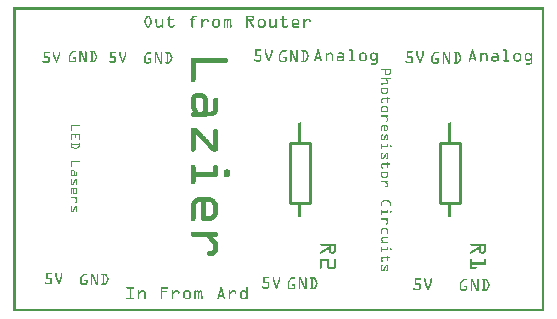
<source format=gto>
G04 MADE WITH FRITZING*
G04 WWW.FRITZING.ORG*
G04 DOUBLE SIDED*
G04 HOLES PLATED*
G04 CONTOUR ON CENTER OF CONTOUR VECTOR*
%ASAXBY*%
%FSLAX23Y23*%
%MOIN*%
%OFA0B0*%
%SFA1.0B1.0*%
%ADD10C,0.010000*%
%ADD11R,0.001000X0.001000*%
%LNSILK1*%
G90*
G70*
G54D10*
X1487Y562D02*
X1487Y362D01*
D02*
X1487Y362D02*
X1421Y362D01*
D02*
X1421Y362D02*
X1421Y562D01*
D02*
X1421Y562D02*
X1487Y562D01*
D02*
X987Y562D02*
X987Y362D01*
D02*
X987Y362D02*
X921Y362D01*
D02*
X921Y362D02*
X921Y562D01*
D02*
X921Y562D02*
X987Y562D01*
G54D11*
X0Y1013D02*
X1768Y1013D01*
X0Y1012D02*
X1768Y1012D01*
X0Y1011D02*
X1768Y1011D01*
X0Y1010D02*
X1768Y1010D01*
X0Y1009D02*
X1768Y1009D01*
X0Y1008D02*
X1768Y1008D01*
X0Y1007D02*
X1768Y1007D01*
X0Y1006D02*
X1768Y1006D01*
X0Y1005D02*
X7Y1005D01*
X1761Y1005D02*
X1768Y1005D01*
X0Y1004D02*
X7Y1004D01*
X1761Y1004D02*
X1768Y1004D01*
X0Y1003D02*
X7Y1003D01*
X1761Y1003D02*
X1768Y1003D01*
X0Y1002D02*
X7Y1002D01*
X1761Y1002D02*
X1768Y1002D01*
X0Y1001D02*
X7Y1001D01*
X1761Y1001D02*
X1768Y1001D01*
X0Y1000D02*
X7Y1000D01*
X1761Y1000D02*
X1768Y1000D01*
X0Y999D02*
X7Y999D01*
X1761Y999D02*
X1768Y999D01*
X0Y998D02*
X7Y998D01*
X1761Y998D02*
X1768Y998D01*
X0Y997D02*
X7Y997D01*
X1761Y997D02*
X1768Y997D01*
X0Y996D02*
X7Y996D01*
X1761Y996D02*
X1768Y996D01*
X0Y995D02*
X7Y995D01*
X1761Y995D02*
X1768Y995D01*
X0Y994D02*
X7Y994D01*
X1761Y994D02*
X1768Y994D01*
X0Y993D02*
X7Y993D01*
X1761Y993D02*
X1768Y993D01*
X0Y992D02*
X7Y992D01*
X1761Y992D02*
X1768Y992D01*
X0Y991D02*
X7Y991D01*
X1761Y991D02*
X1768Y991D01*
X0Y990D02*
X7Y990D01*
X1761Y990D02*
X1768Y990D01*
X0Y989D02*
X7Y989D01*
X1761Y989D02*
X1768Y989D01*
X0Y988D02*
X7Y988D01*
X1761Y988D02*
X1768Y988D01*
X0Y987D02*
X7Y987D01*
X1761Y987D02*
X1768Y987D01*
X0Y986D02*
X7Y986D01*
X447Y986D02*
X451Y986D01*
X600Y986D02*
X610Y986D01*
X777Y986D02*
X797Y986D01*
X1761Y986D02*
X1768Y986D01*
X0Y985D02*
X7Y985D01*
X445Y985D02*
X453Y985D01*
X598Y985D02*
X611Y985D01*
X777Y985D02*
X799Y985D01*
X1761Y985D02*
X1768Y985D01*
X0Y984D02*
X7Y984D01*
X444Y984D02*
X454Y984D01*
X518Y984D02*
X520Y984D01*
X597Y984D02*
X611Y984D01*
X777Y984D02*
X800Y984D01*
X897Y984D02*
X899Y984D01*
X1761Y984D02*
X1768Y984D01*
X0Y983D02*
X7Y983D01*
X443Y983D02*
X454Y983D01*
X518Y983D02*
X521Y983D01*
X596Y983D02*
X611Y983D01*
X777Y983D02*
X801Y983D01*
X896Y983D02*
X900Y983D01*
X1761Y983D02*
X1768Y983D01*
X0Y982D02*
X7Y982D01*
X443Y982D02*
X455Y982D01*
X517Y982D02*
X521Y982D01*
X595Y982D02*
X610Y982D01*
X777Y982D02*
X801Y982D01*
X896Y982D02*
X900Y982D01*
X1761Y982D02*
X1768Y982D01*
X0Y981D02*
X7Y981D01*
X442Y981D02*
X448Y981D01*
X450Y981D02*
X455Y981D01*
X517Y981D02*
X521Y981D01*
X595Y981D02*
X601Y981D01*
X777Y981D02*
X781Y981D01*
X796Y981D02*
X802Y981D01*
X896Y981D02*
X900Y981D01*
X1761Y981D02*
X1768Y981D01*
X0Y980D02*
X7Y980D01*
X442Y980D02*
X447Y980D01*
X451Y980D02*
X456Y980D01*
X517Y980D02*
X521Y980D01*
X595Y980D02*
X600Y980D01*
X777Y980D02*
X781Y980D01*
X797Y980D02*
X802Y980D01*
X896Y980D02*
X900Y980D01*
X1761Y980D02*
X1768Y980D01*
X0Y979D02*
X7Y979D01*
X441Y979D02*
X446Y979D01*
X451Y979D02*
X456Y979D01*
X517Y979D02*
X521Y979D01*
X594Y979D02*
X599Y979D01*
X777Y979D02*
X781Y979D01*
X798Y979D02*
X802Y979D01*
X896Y979D02*
X900Y979D01*
X1761Y979D02*
X1768Y979D01*
X0Y978D02*
X7Y978D01*
X441Y978D02*
X446Y978D01*
X452Y978D02*
X457Y978D01*
X517Y978D02*
X521Y978D01*
X594Y978D02*
X599Y978D01*
X777Y978D02*
X781Y978D01*
X798Y978D02*
X802Y978D01*
X896Y978D02*
X900Y978D01*
X1761Y978D02*
X1768Y978D01*
X0Y977D02*
X7Y977D01*
X440Y977D02*
X445Y977D01*
X452Y977D02*
X457Y977D01*
X517Y977D02*
X521Y977D01*
X594Y977D02*
X598Y977D01*
X777Y977D02*
X781Y977D01*
X798Y977D02*
X802Y977D01*
X896Y977D02*
X900Y977D01*
X1761Y977D02*
X1768Y977D01*
X0Y976D02*
X7Y976D01*
X440Y976D02*
X445Y976D01*
X453Y976D02*
X458Y976D01*
X517Y976D02*
X522Y976D01*
X594Y976D02*
X598Y976D01*
X777Y976D02*
X781Y976D01*
X798Y976D02*
X802Y976D01*
X896Y976D02*
X900Y976D01*
X1761Y976D02*
X1768Y976D01*
X0Y975D02*
X7Y975D01*
X439Y975D02*
X444Y975D01*
X453Y975D02*
X458Y975D01*
X475Y975D02*
X477Y975D01*
X496Y975D02*
X498Y975D01*
X513Y975D02*
X533Y975D01*
X590Y975D02*
X605Y975D01*
X627Y975D02*
X629Y975D01*
X637Y975D02*
X646Y975D01*
X670Y975D02*
X681Y975D01*
X702Y975D02*
X704Y975D01*
X708Y975D02*
X712Y975D01*
X719Y975D02*
X722Y975D01*
X777Y975D02*
X781Y975D01*
X797Y975D02*
X802Y975D01*
X822Y975D02*
X833Y975D01*
X854Y975D02*
X856Y975D01*
X875Y975D02*
X876Y975D01*
X891Y975D02*
X912Y975D01*
X935Y975D02*
X946Y975D01*
X967Y975D02*
X969Y975D01*
X977Y975D02*
X986Y975D01*
X1761Y975D02*
X1768Y975D01*
X0Y974D02*
X7Y974D01*
X439Y974D02*
X444Y974D01*
X454Y974D02*
X459Y974D01*
X474Y974D02*
X478Y974D01*
X495Y974D02*
X499Y974D01*
X512Y974D02*
X534Y974D01*
X589Y974D02*
X606Y974D01*
X626Y974D02*
X629Y974D01*
X636Y974D02*
X647Y974D01*
X669Y974D02*
X683Y974D01*
X701Y974D02*
X714Y974D01*
X717Y974D02*
X723Y974D01*
X777Y974D02*
X781Y974D01*
X797Y974D02*
X802Y974D01*
X820Y974D02*
X835Y974D01*
X853Y974D02*
X856Y974D01*
X874Y974D02*
X877Y974D01*
X891Y974D02*
X913Y974D01*
X933Y974D02*
X948Y974D01*
X966Y974D02*
X970Y974D01*
X976Y974D02*
X988Y974D01*
X1761Y974D02*
X1768Y974D01*
X0Y973D02*
X7Y973D01*
X438Y973D02*
X443Y973D01*
X455Y973D02*
X459Y973D01*
X474Y973D02*
X478Y973D01*
X495Y973D02*
X499Y973D01*
X512Y973D02*
X534Y973D01*
X589Y973D02*
X606Y973D01*
X626Y973D02*
X630Y973D01*
X635Y973D02*
X648Y973D01*
X667Y973D02*
X685Y973D01*
X701Y973D02*
X724Y973D01*
X777Y973D02*
X801Y973D01*
X819Y973D02*
X836Y973D01*
X853Y973D02*
X857Y973D01*
X873Y973D02*
X878Y973D01*
X890Y973D02*
X913Y973D01*
X932Y973D02*
X949Y973D01*
X966Y973D02*
X970Y973D01*
X975Y973D02*
X989Y973D01*
X1761Y973D02*
X1768Y973D01*
X0Y972D02*
X7Y972D01*
X438Y972D02*
X443Y972D01*
X455Y972D02*
X460Y972D01*
X474Y972D02*
X478Y972D01*
X495Y972D02*
X499Y972D01*
X512Y972D02*
X534Y972D01*
X589Y972D02*
X606Y972D01*
X625Y972D02*
X630Y972D01*
X633Y972D02*
X649Y972D01*
X666Y972D02*
X686Y972D01*
X701Y972D02*
X725Y972D01*
X777Y972D02*
X801Y972D01*
X817Y972D02*
X837Y972D01*
X853Y972D02*
X857Y972D01*
X873Y972D02*
X878Y972D01*
X891Y972D02*
X913Y972D01*
X931Y972D02*
X951Y972D01*
X966Y972D02*
X970Y972D01*
X974Y972D02*
X990Y972D01*
X1761Y972D02*
X1768Y972D01*
X0Y971D02*
X7Y971D01*
X437Y971D02*
X442Y971D01*
X456Y971D02*
X460Y971D01*
X474Y971D02*
X478Y971D01*
X495Y971D02*
X499Y971D01*
X513Y971D02*
X534Y971D01*
X590Y971D02*
X605Y971D01*
X625Y971D02*
X630Y971D01*
X632Y971D02*
X650Y971D01*
X665Y971D02*
X687Y971D01*
X701Y971D02*
X726Y971D01*
X777Y971D02*
X800Y971D01*
X817Y971D02*
X838Y971D01*
X853Y971D02*
X857Y971D01*
X873Y971D02*
X878Y971D01*
X891Y971D02*
X912Y971D01*
X930Y971D02*
X952Y971D01*
X966Y971D02*
X970Y971D01*
X973Y971D02*
X990Y971D01*
X1761Y971D02*
X1768Y971D01*
X0Y970D02*
X7Y970D01*
X437Y970D02*
X442Y970D01*
X456Y970D02*
X461Y970D01*
X474Y970D02*
X478Y970D01*
X495Y970D02*
X499Y970D01*
X517Y970D02*
X522Y970D01*
X594Y970D02*
X599Y970D01*
X625Y970D02*
X638Y970D01*
X645Y970D02*
X650Y970D01*
X665Y970D02*
X671Y970D01*
X681Y970D02*
X687Y970D01*
X701Y970D02*
X709Y970D01*
X711Y970D02*
X719Y970D01*
X721Y970D02*
X726Y970D01*
X777Y970D02*
X799Y970D01*
X816Y970D02*
X823Y970D01*
X832Y970D02*
X839Y970D01*
X853Y970D02*
X857Y970D01*
X873Y970D02*
X878Y970D01*
X895Y970D02*
X900Y970D01*
X929Y970D02*
X936Y970D01*
X945Y970D02*
X952Y970D01*
X966Y970D02*
X979Y970D01*
X985Y970D02*
X991Y970D01*
X1761Y970D02*
X1768Y970D01*
X0Y969D02*
X7Y969D01*
X437Y969D02*
X441Y969D01*
X456Y969D02*
X461Y969D01*
X474Y969D02*
X479Y969D01*
X495Y969D02*
X499Y969D01*
X517Y969D02*
X521Y969D01*
X594Y969D02*
X598Y969D01*
X625Y969D02*
X637Y969D01*
X646Y969D02*
X651Y969D01*
X664Y969D02*
X670Y969D01*
X682Y969D02*
X688Y969D01*
X701Y969D02*
X708Y969D01*
X712Y969D02*
X718Y969D01*
X722Y969D02*
X726Y969D01*
X777Y969D02*
X798Y969D01*
X815Y969D02*
X821Y969D01*
X834Y969D02*
X839Y969D01*
X853Y969D02*
X857Y969D01*
X873Y969D02*
X878Y969D01*
X896Y969D02*
X900Y969D01*
X929Y969D02*
X935Y969D01*
X947Y969D02*
X953Y969D01*
X966Y969D02*
X978Y969D01*
X986Y969D02*
X991Y969D01*
X1761Y969D02*
X1768Y969D01*
X0Y968D02*
X7Y968D01*
X436Y968D02*
X441Y968D01*
X457Y968D02*
X461Y968D01*
X474Y968D02*
X479Y968D01*
X495Y968D02*
X499Y968D01*
X517Y968D02*
X521Y968D01*
X594Y968D02*
X598Y968D01*
X625Y968D02*
X636Y968D01*
X646Y968D02*
X651Y968D01*
X664Y968D02*
X669Y968D01*
X683Y968D02*
X688Y968D01*
X701Y968D02*
X706Y968D01*
X712Y968D02*
X717Y968D01*
X722Y968D02*
X726Y968D01*
X777Y968D02*
X794Y968D01*
X815Y968D02*
X820Y968D01*
X835Y968D02*
X840Y968D01*
X853Y968D02*
X857Y968D01*
X873Y968D02*
X878Y968D01*
X896Y968D02*
X900Y968D01*
X928Y968D02*
X933Y968D01*
X948Y968D02*
X953Y968D01*
X966Y968D02*
X976Y968D01*
X987Y968D02*
X991Y968D01*
X1761Y968D02*
X1768Y968D01*
X0Y967D02*
X7Y967D01*
X436Y967D02*
X441Y967D01*
X457Y967D02*
X461Y967D01*
X474Y967D02*
X479Y967D01*
X495Y967D02*
X499Y967D01*
X517Y967D02*
X521Y967D01*
X594Y967D02*
X598Y967D01*
X625Y967D02*
X635Y967D01*
X646Y967D02*
X651Y967D01*
X663Y967D02*
X668Y967D01*
X684Y967D02*
X688Y967D01*
X701Y967D02*
X705Y967D01*
X712Y967D02*
X716Y967D01*
X722Y967D02*
X726Y967D01*
X777Y967D02*
X781Y967D01*
X786Y967D02*
X792Y967D01*
X815Y967D02*
X819Y967D01*
X835Y967D02*
X840Y967D01*
X853Y967D02*
X857Y967D01*
X873Y967D02*
X878Y967D01*
X896Y967D02*
X900Y967D01*
X928Y967D02*
X933Y967D01*
X949Y967D02*
X953Y967D01*
X966Y967D02*
X975Y967D01*
X987Y967D02*
X991Y967D01*
X1761Y967D02*
X1768Y967D01*
X0Y966D02*
X7Y966D01*
X436Y966D02*
X441Y966D01*
X457Y966D02*
X461Y966D01*
X474Y966D02*
X479Y966D01*
X495Y966D02*
X499Y966D01*
X517Y966D02*
X521Y966D01*
X594Y966D02*
X598Y966D01*
X625Y966D02*
X634Y966D01*
X646Y966D02*
X651Y966D01*
X663Y966D02*
X668Y966D01*
X684Y966D02*
X688Y966D01*
X701Y966D02*
X705Y966D01*
X712Y966D02*
X716Y966D01*
X722Y966D02*
X726Y966D01*
X777Y966D02*
X781Y966D01*
X787Y966D02*
X792Y966D01*
X815Y966D02*
X819Y966D01*
X835Y966D02*
X840Y966D01*
X853Y966D02*
X857Y966D01*
X873Y966D02*
X878Y966D01*
X896Y966D02*
X900Y966D01*
X928Y966D02*
X933Y966D01*
X949Y966D02*
X953Y966D01*
X966Y966D02*
X974Y966D01*
X987Y966D02*
X991Y966D01*
X1761Y966D02*
X1768Y966D01*
X0Y965D02*
X7Y965D01*
X436Y965D02*
X441Y965D01*
X457Y965D02*
X461Y965D01*
X474Y965D02*
X479Y965D01*
X495Y965D02*
X499Y965D01*
X517Y965D02*
X521Y965D01*
X594Y965D02*
X598Y965D01*
X625Y965D02*
X632Y965D01*
X647Y965D02*
X650Y965D01*
X663Y965D02*
X668Y965D01*
X684Y965D02*
X688Y965D01*
X701Y965D02*
X705Y965D01*
X712Y965D02*
X716Y965D01*
X722Y965D02*
X726Y965D01*
X777Y965D02*
X781Y965D01*
X787Y965D02*
X793Y965D01*
X815Y965D02*
X819Y965D01*
X836Y965D02*
X840Y965D01*
X853Y965D02*
X857Y965D01*
X873Y965D02*
X878Y965D01*
X896Y965D02*
X900Y965D01*
X928Y965D02*
X932Y965D01*
X949Y965D02*
X953Y965D01*
X966Y965D02*
X973Y965D01*
X987Y965D02*
X991Y965D01*
X1761Y965D02*
X1768Y965D01*
X0Y964D02*
X7Y964D01*
X437Y964D02*
X441Y964D01*
X457Y964D02*
X461Y964D01*
X474Y964D02*
X479Y964D01*
X495Y964D02*
X499Y964D01*
X517Y964D02*
X521Y964D01*
X594Y964D02*
X598Y964D01*
X625Y964D02*
X631Y964D01*
X648Y964D02*
X649Y964D01*
X663Y964D02*
X668Y964D01*
X684Y964D02*
X688Y964D01*
X701Y964D02*
X705Y964D01*
X712Y964D02*
X716Y964D01*
X722Y964D02*
X726Y964D01*
X777Y964D02*
X781Y964D01*
X788Y964D02*
X793Y964D01*
X815Y964D02*
X819Y964D01*
X836Y964D02*
X840Y964D01*
X853Y964D02*
X857Y964D01*
X873Y964D02*
X878Y964D01*
X896Y964D02*
X900Y964D01*
X928Y964D02*
X932Y964D01*
X949Y964D02*
X953Y964D01*
X966Y964D02*
X972Y964D01*
X988Y964D02*
X990Y964D01*
X1761Y964D02*
X1768Y964D01*
X0Y963D02*
X7Y963D01*
X437Y963D02*
X441Y963D01*
X456Y963D02*
X461Y963D01*
X474Y963D02*
X479Y963D01*
X495Y963D02*
X499Y963D01*
X517Y963D02*
X521Y963D01*
X594Y963D02*
X598Y963D01*
X625Y963D02*
X630Y963D01*
X663Y963D02*
X668Y963D01*
X684Y963D02*
X688Y963D01*
X701Y963D02*
X705Y963D01*
X712Y963D02*
X716Y963D01*
X722Y963D02*
X726Y963D01*
X777Y963D02*
X781Y963D01*
X789Y963D02*
X794Y963D01*
X815Y963D02*
X819Y963D01*
X836Y963D02*
X840Y963D01*
X853Y963D02*
X857Y963D01*
X873Y963D02*
X878Y963D01*
X896Y963D02*
X900Y963D01*
X928Y963D02*
X932Y963D01*
X949Y963D02*
X953Y963D01*
X966Y963D02*
X971Y963D01*
X1761Y963D02*
X1768Y963D01*
X0Y962D02*
X7Y962D01*
X437Y962D02*
X442Y962D01*
X456Y962D02*
X461Y962D01*
X474Y962D02*
X479Y962D01*
X495Y962D02*
X499Y962D01*
X517Y962D02*
X521Y962D01*
X594Y962D02*
X598Y962D01*
X625Y962D02*
X630Y962D01*
X663Y962D02*
X668Y962D01*
X684Y962D02*
X688Y962D01*
X701Y962D02*
X705Y962D01*
X712Y962D02*
X716Y962D01*
X722Y962D02*
X726Y962D01*
X777Y962D02*
X781Y962D01*
X789Y962D02*
X794Y962D01*
X815Y962D02*
X819Y962D01*
X836Y962D02*
X840Y962D01*
X853Y962D02*
X857Y962D01*
X873Y962D02*
X878Y962D01*
X896Y962D02*
X900Y962D01*
X928Y962D02*
X953Y962D01*
X966Y962D02*
X970Y962D01*
X1761Y962D02*
X1768Y962D01*
X0Y961D02*
X7Y961D01*
X437Y961D02*
X442Y961D01*
X455Y961D02*
X460Y961D01*
X475Y961D02*
X479Y961D01*
X495Y961D02*
X499Y961D01*
X517Y961D02*
X521Y961D01*
X594Y961D02*
X598Y961D01*
X625Y961D02*
X630Y961D01*
X663Y961D02*
X668Y961D01*
X684Y961D02*
X688Y961D01*
X701Y961D02*
X705Y961D01*
X712Y961D02*
X716Y961D01*
X722Y961D02*
X726Y961D01*
X777Y961D02*
X781Y961D01*
X790Y961D02*
X795Y961D01*
X815Y961D02*
X819Y961D01*
X836Y961D02*
X840Y961D01*
X853Y961D02*
X857Y961D01*
X873Y961D02*
X878Y961D01*
X896Y961D02*
X900Y961D01*
X928Y961D02*
X953Y961D01*
X966Y961D02*
X970Y961D01*
X1761Y961D02*
X1768Y961D01*
X0Y960D02*
X7Y960D01*
X438Y960D02*
X443Y960D01*
X455Y960D02*
X460Y960D01*
X475Y960D02*
X479Y960D01*
X495Y960D02*
X499Y960D01*
X517Y960D02*
X521Y960D01*
X594Y960D02*
X598Y960D01*
X625Y960D02*
X630Y960D01*
X663Y960D02*
X668Y960D01*
X684Y960D02*
X688Y960D01*
X701Y960D02*
X705Y960D01*
X712Y960D02*
X716Y960D01*
X722Y960D02*
X726Y960D01*
X777Y960D02*
X781Y960D01*
X790Y960D02*
X796Y960D01*
X815Y960D02*
X819Y960D01*
X836Y960D02*
X840Y960D01*
X853Y960D02*
X857Y960D01*
X873Y960D02*
X878Y960D01*
X896Y960D02*
X900Y960D01*
X928Y960D02*
X953Y960D01*
X966Y960D02*
X970Y960D01*
X1761Y960D02*
X1768Y960D01*
X0Y959D02*
X7Y959D01*
X438Y959D02*
X443Y959D01*
X454Y959D02*
X459Y959D01*
X475Y959D02*
X479Y959D01*
X495Y959D02*
X499Y959D01*
X517Y959D02*
X521Y959D01*
X594Y959D02*
X598Y959D01*
X625Y959D02*
X630Y959D01*
X663Y959D02*
X668Y959D01*
X684Y959D02*
X688Y959D01*
X701Y959D02*
X705Y959D01*
X712Y959D02*
X716Y959D01*
X722Y959D02*
X726Y959D01*
X777Y959D02*
X781Y959D01*
X791Y959D02*
X796Y959D01*
X815Y959D02*
X819Y959D01*
X836Y959D02*
X840Y959D01*
X853Y959D02*
X857Y959D01*
X873Y959D02*
X878Y959D01*
X896Y959D02*
X900Y959D01*
X928Y959D02*
X953Y959D01*
X966Y959D02*
X970Y959D01*
X1761Y959D02*
X1768Y959D01*
X0Y958D02*
X7Y958D01*
X439Y958D02*
X444Y958D01*
X454Y958D02*
X459Y958D01*
X475Y958D02*
X479Y958D01*
X495Y958D02*
X499Y958D01*
X517Y958D02*
X521Y958D01*
X594Y958D02*
X598Y958D01*
X625Y958D02*
X630Y958D01*
X663Y958D02*
X668Y958D01*
X684Y958D02*
X688Y958D01*
X701Y958D02*
X705Y958D01*
X712Y958D02*
X716Y958D01*
X722Y958D02*
X726Y958D01*
X777Y958D02*
X781Y958D01*
X792Y958D02*
X797Y958D01*
X815Y958D02*
X819Y958D01*
X836Y958D02*
X840Y958D01*
X853Y958D02*
X857Y958D01*
X873Y958D02*
X878Y958D01*
X896Y958D02*
X900Y958D01*
X928Y958D02*
X953Y958D01*
X966Y958D02*
X970Y958D01*
X1761Y958D02*
X1768Y958D01*
X0Y957D02*
X7Y957D01*
X439Y957D02*
X444Y957D01*
X453Y957D02*
X458Y957D01*
X475Y957D02*
X479Y957D01*
X495Y957D02*
X499Y957D01*
X517Y957D02*
X521Y957D01*
X594Y957D02*
X598Y957D01*
X625Y957D02*
X630Y957D01*
X663Y957D02*
X668Y957D01*
X684Y957D02*
X688Y957D01*
X701Y957D02*
X705Y957D01*
X712Y957D02*
X716Y957D01*
X722Y957D02*
X726Y957D01*
X777Y957D02*
X781Y957D01*
X792Y957D02*
X797Y957D01*
X815Y957D02*
X819Y957D01*
X836Y957D02*
X840Y957D01*
X853Y957D02*
X857Y957D01*
X873Y957D02*
X878Y957D01*
X896Y957D02*
X900Y957D01*
X928Y957D02*
X952Y957D01*
X966Y957D02*
X970Y957D01*
X1761Y957D02*
X1768Y957D01*
X0Y956D02*
X7Y956D01*
X440Y956D02*
X445Y956D01*
X453Y956D02*
X458Y956D01*
X475Y956D02*
X479Y956D01*
X494Y956D02*
X499Y956D01*
X517Y956D02*
X521Y956D01*
X594Y956D02*
X598Y956D01*
X625Y956D02*
X630Y956D01*
X663Y956D02*
X668Y956D01*
X684Y956D02*
X688Y956D01*
X701Y956D02*
X705Y956D01*
X712Y956D02*
X716Y956D01*
X722Y956D02*
X726Y956D01*
X777Y956D02*
X781Y956D01*
X793Y956D02*
X798Y956D01*
X815Y956D02*
X819Y956D01*
X836Y956D02*
X840Y956D01*
X853Y956D02*
X857Y956D01*
X873Y956D02*
X878Y956D01*
X896Y956D02*
X900Y956D01*
X928Y956D02*
X932Y956D01*
X966Y956D02*
X970Y956D01*
X1761Y956D02*
X1768Y956D01*
X0Y955D02*
X7Y955D01*
X440Y955D02*
X445Y955D01*
X452Y955D02*
X457Y955D01*
X475Y955D02*
X479Y955D01*
X493Y955D02*
X499Y955D01*
X517Y955D02*
X521Y955D01*
X534Y955D02*
X536Y955D01*
X594Y955D02*
X598Y955D01*
X625Y955D02*
X630Y955D01*
X663Y955D02*
X668Y955D01*
X684Y955D02*
X688Y955D01*
X701Y955D02*
X705Y955D01*
X712Y955D02*
X716Y955D01*
X722Y955D02*
X726Y955D01*
X777Y955D02*
X781Y955D01*
X793Y955D02*
X799Y955D01*
X815Y955D02*
X819Y955D01*
X835Y955D02*
X840Y955D01*
X853Y955D02*
X857Y955D01*
X871Y955D02*
X878Y955D01*
X896Y955D02*
X900Y955D01*
X912Y955D02*
X914Y955D01*
X928Y955D02*
X933Y955D01*
X966Y955D02*
X970Y955D01*
X1761Y955D02*
X1768Y955D01*
X0Y954D02*
X7Y954D01*
X441Y954D02*
X446Y954D01*
X452Y954D02*
X457Y954D01*
X475Y954D02*
X479Y954D01*
X491Y954D02*
X499Y954D01*
X517Y954D02*
X521Y954D01*
X533Y954D02*
X537Y954D01*
X594Y954D02*
X598Y954D01*
X625Y954D02*
X630Y954D01*
X663Y954D02*
X668Y954D01*
X684Y954D02*
X688Y954D01*
X701Y954D02*
X705Y954D01*
X712Y954D02*
X716Y954D01*
X722Y954D02*
X726Y954D01*
X777Y954D02*
X781Y954D01*
X794Y954D02*
X799Y954D01*
X815Y954D02*
X819Y954D01*
X835Y954D02*
X840Y954D01*
X853Y954D02*
X857Y954D01*
X869Y954D02*
X878Y954D01*
X896Y954D02*
X900Y954D01*
X912Y954D02*
X915Y954D01*
X928Y954D02*
X933Y954D01*
X966Y954D02*
X970Y954D01*
X1761Y954D02*
X1768Y954D01*
X0Y953D02*
X7Y953D01*
X441Y953D02*
X446Y953D01*
X451Y953D02*
X456Y953D01*
X475Y953D02*
X479Y953D01*
X490Y953D02*
X499Y953D01*
X517Y953D02*
X522Y953D01*
X533Y953D02*
X537Y953D01*
X594Y953D02*
X598Y953D01*
X625Y953D02*
X630Y953D01*
X664Y953D02*
X669Y953D01*
X683Y953D02*
X688Y953D01*
X701Y953D02*
X705Y953D01*
X712Y953D02*
X716Y953D01*
X722Y953D02*
X727Y953D01*
X777Y953D02*
X781Y953D01*
X794Y953D02*
X800Y953D01*
X815Y953D02*
X820Y953D01*
X834Y953D02*
X840Y953D01*
X853Y953D02*
X858Y953D01*
X868Y953D02*
X878Y953D01*
X896Y953D02*
X900Y953D01*
X911Y953D02*
X915Y953D01*
X928Y953D02*
X934Y953D01*
X966Y953D02*
X970Y953D01*
X1761Y953D02*
X1768Y953D01*
X0Y952D02*
X7Y952D01*
X442Y952D02*
X447Y952D01*
X451Y952D02*
X456Y952D01*
X475Y952D02*
X480Y952D01*
X488Y952D02*
X499Y952D01*
X517Y952D02*
X522Y952D01*
X532Y952D02*
X537Y952D01*
X594Y952D02*
X598Y952D01*
X625Y952D02*
X630Y952D01*
X664Y952D02*
X670Y952D01*
X682Y952D02*
X688Y952D01*
X701Y952D02*
X705Y952D01*
X712Y952D02*
X716Y952D01*
X722Y952D02*
X727Y952D01*
X777Y952D02*
X781Y952D01*
X795Y952D02*
X800Y952D01*
X815Y952D02*
X821Y952D01*
X833Y952D02*
X839Y952D01*
X853Y952D02*
X858Y952D01*
X866Y952D02*
X878Y952D01*
X896Y952D02*
X900Y952D01*
X910Y952D02*
X915Y952D01*
X929Y952D02*
X935Y952D01*
X966Y952D02*
X970Y952D01*
X1761Y952D02*
X1768Y952D01*
X0Y951D02*
X7Y951D01*
X442Y951D02*
X455Y951D01*
X475Y951D02*
X482Y951D01*
X486Y951D02*
X499Y951D01*
X518Y951D02*
X524Y951D01*
X530Y951D02*
X537Y951D01*
X594Y951D02*
X598Y951D01*
X625Y951D02*
X630Y951D01*
X665Y951D02*
X672Y951D01*
X679Y951D02*
X687Y951D01*
X701Y951D02*
X705Y951D01*
X712Y951D02*
X716Y951D01*
X722Y951D02*
X727Y951D01*
X777Y951D02*
X781Y951D01*
X796Y951D02*
X801Y951D01*
X816Y951D02*
X824Y951D01*
X831Y951D02*
X839Y951D01*
X854Y951D02*
X860Y951D01*
X864Y951D02*
X878Y951D01*
X896Y951D02*
X903Y951D01*
X908Y951D02*
X915Y951D01*
X929Y951D02*
X937Y951D01*
X966Y951D02*
X970Y951D01*
X1761Y951D02*
X1768Y951D01*
X0Y950D02*
X7Y950D01*
X443Y950D02*
X455Y950D01*
X476Y950D02*
X499Y950D01*
X518Y950D02*
X536Y950D01*
X594Y950D02*
X598Y950D01*
X625Y950D02*
X630Y950D01*
X665Y950D02*
X686Y950D01*
X701Y950D02*
X705Y950D01*
X712Y950D02*
X716Y950D01*
X722Y950D02*
X727Y950D01*
X777Y950D02*
X781Y950D01*
X796Y950D02*
X801Y950D01*
X817Y950D02*
X838Y950D01*
X854Y950D02*
X878Y950D01*
X896Y950D02*
X915Y950D01*
X930Y950D02*
X953Y950D01*
X966Y950D02*
X970Y950D01*
X1761Y950D02*
X1768Y950D01*
X0Y949D02*
X7Y949D01*
X443Y949D02*
X454Y949D01*
X476Y949D02*
X492Y949D01*
X495Y949D02*
X499Y949D01*
X519Y949D02*
X536Y949D01*
X594Y949D02*
X598Y949D01*
X625Y949D02*
X630Y949D01*
X666Y949D02*
X685Y949D01*
X701Y949D02*
X705Y949D01*
X712Y949D02*
X716Y949D01*
X722Y949D02*
X727Y949D01*
X777Y949D02*
X781Y949D01*
X797Y949D02*
X802Y949D01*
X818Y949D02*
X837Y949D01*
X855Y949D02*
X870Y949D01*
X873Y949D02*
X878Y949D01*
X897Y949D02*
X914Y949D01*
X931Y949D02*
X953Y949D01*
X966Y949D02*
X970Y949D01*
X1761Y949D02*
X1768Y949D01*
X0Y948D02*
X7Y948D01*
X444Y948D02*
X453Y948D01*
X477Y948D02*
X491Y948D01*
X495Y948D02*
X499Y948D01*
X520Y948D02*
X535Y948D01*
X594Y948D02*
X598Y948D01*
X626Y948D02*
X630Y948D01*
X667Y948D02*
X684Y948D01*
X701Y948D02*
X705Y948D01*
X712Y948D02*
X716Y948D01*
X722Y948D02*
X727Y948D01*
X777Y948D02*
X781Y948D01*
X797Y948D02*
X802Y948D01*
X819Y948D02*
X836Y948D01*
X855Y948D02*
X869Y948D01*
X873Y948D02*
X878Y948D01*
X898Y948D02*
X913Y948D01*
X932Y948D02*
X953Y948D01*
X966Y948D02*
X970Y948D01*
X1761Y948D02*
X1768Y948D01*
X0Y947D02*
X7Y947D01*
X445Y947D02*
X452Y947D01*
X478Y947D02*
X489Y947D01*
X495Y947D02*
X499Y947D01*
X521Y947D02*
X533Y947D01*
X595Y947D02*
X598Y947D01*
X626Y947D02*
X629Y947D01*
X669Y947D02*
X683Y947D01*
X701Y947D02*
X705Y947D01*
X712Y947D02*
X715Y947D01*
X723Y947D02*
X726Y947D01*
X777Y947D02*
X781Y947D01*
X798Y947D02*
X802Y947D01*
X820Y947D02*
X834Y947D01*
X857Y947D02*
X867Y947D01*
X874Y947D02*
X877Y947D01*
X899Y947D02*
X912Y947D01*
X934Y947D02*
X953Y947D01*
X966Y947D02*
X970Y947D01*
X1761Y947D02*
X1768Y947D01*
X0Y946D02*
X7Y946D01*
X447Y946D02*
X450Y946D01*
X480Y946D02*
X487Y946D01*
X496Y946D02*
X498Y946D01*
X523Y946D02*
X531Y946D01*
X596Y946D02*
X597Y946D01*
X627Y946D02*
X628Y946D01*
X671Y946D02*
X681Y946D01*
X702Y946D02*
X704Y946D01*
X713Y946D02*
X714Y946D01*
X724Y946D02*
X725Y946D01*
X778Y946D02*
X780Y946D01*
X799Y946D02*
X800Y946D01*
X822Y946D02*
X832Y946D01*
X859Y946D02*
X865Y946D01*
X875Y946D02*
X876Y946D01*
X901Y946D02*
X910Y946D01*
X936Y946D02*
X952Y946D01*
X967Y946D02*
X969Y946D01*
X1761Y946D02*
X1768Y946D01*
X0Y945D02*
X7Y945D01*
X1761Y945D02*
X1768Y945D01*
X0Y944D02*
X7Y944D01*
X1761Y944D02*
X1768Y944D01*
X0Y943D02*
X7Y943D01*
X1761Y943D02*
X1768Y943D01*
X0Y942D02*
X7Y942D01*
X1761Y942D02*
X1768Y942D01*
X0Y941D02*
X7Y941D01*
X1761Y941D02*
X1768Y941D01*
X0Y940D02*
X7Y940D01*
X1761Y940D02*
X1768Y940D01*
X0Y939D02*
X7Y939D01*
X1761Y939D02*
X1768Y939D01*
X0Y938D02*
X7Y938D01*
X1761Y938D02*
X1768Y938D01*
X0Y937D02*
X7Y937D01*
X1761Y937D02*
X1768Y937D01*
X0Y936D02*
X7Y936D01*
X1761Y936D02*
X1768Y936D01*
X0Y935D02*
X7Y935D01*
X1761Y935D02*
X1768Y935D01*
X0Y934D02*
X7Y934D01*
X1761Y934D02*
X1768Y934D01*
X0Y933D02*
X7Y933D01*
X1761Y933D02*
X1768Y933D01*
X0Y932D02*
X7Y932D01*
X1761Y932D02*
X1768Y932D01*
X0Y931D02*
X7Y931D01*
X1761Y931D02*
X1768Y931D01*
X0Y930D02*
X7Y930D01*
X1761Y930D02*
X1768Y930D01*
X0Y929D02*
X7Y929D01*
X1761Y929D02*
X1768Y929D01*
X0Y928D02*
X7Y928D01*
X1761Y928D02*
X1768Y928D01*
X0Y927D02*
X7Y927D01*
X1761Y927D02*
X1768Y927D01*
X0Y926D02*
X7Y926D01*
X1761Y926D02*
X1768Y926D01*
X0Y925D02*
X7Y925D01*
X1761Y925D02*
X1768Y925D01*
X0Y924D02*
X7Y924D01*
X1761Y924D02*
X1768Y924D01*
X0Y923D02*
X7Y923D01*
X1761Y923D02*
X1768Y923D01*
X0Y922D02*
X7Y922D01*
X1761Y922D02*
X1768Y922D01*
X0Y921D02*
X7Y921D01*
X1761Y921D02*
X1768Y921D01*
X0Y920D02*
X7Y920D01*
X1761Y920D02*
X1768Y920D01*
X0Y919D02*
X7Y919D01*
X1761Y919D02*
X1768Y919D01*
X0Y918D02*
X7Y918D01*
X1761Y918D02*
X1768Y918D01*
X0Y917D02*
X7Y917D01*
X1761Y917D02*
X1768Y917D01*
X0Y916D02*
X7Y916D01*
X1761Y916D02*
X1768Y916D01*
X0Y915D02*
X7Y915D01*
X1761Y915D02*
X1768Y915D01*
X0Y914D02*
X7Y914D01*
X1761Y914D02*
X1768Y914D01*
X0Y913D02*
X7Y913D01*
X1761Y913D02*
X1768Y913D01*
X0Y912D02*
X7Y912D01*
X1761Y912D02*
X1768Y912D01*
X0Y911D02*
X7Y911D01*
X1761Y911D02*
X1768Y911D01*
X0Y910D02*
X7Y910D01*
X1761Y910D02*
X1768Y910D01*
X0Y909D02*
X7Y909D01*
X1761Y909D02*
X1768Y909D01*
X0Y908D02*
X7Y908D01*
X1761Y908D02*
X1768Y908D01*
X0Y907D02*
X7Y907D01*
X1761Y907D02*
X1768Y907D01*
X0Y906D02*
X7Y906D01*
X1761Y906D02*
X1768Y906D01*
X0Y905D02*
X7Y905D01*
X1761Y905D02*
X1768Y905D01*
X0Y904D02*
X7Y904D01*
X1761Y904D02*
X1768Y904D01*
X0Y903D02*
X7Y903D01*
X1761Y903D02*
X1768Y903D01*
X0Y902D02*
X7Y902D01*
X1761Y902D02*
X1768Y902D01*
X0Y901D02*
X7Y901D01*
X1761Y901D02*
X1768Y901D01*
X0Y900D02*
X7Y900D01*
X1761Y900D02*
X1768Y900D01*
X0Y899D02*
X7Y899D01*
X1761Y899D02*
X1768Y899D01*
X0Y898D02*
X7Y898D01*
X1761Y898D02*
X1768Y898D01*
X0Y897D02*
X7Y897D01*
X1761Y897D02*
X1768Y897D01*
X0Y896D02*
X7Y896D01*
X1761Y896D02*
X1768Y896D01*
X0Y895D02*
X7Y895D01*
X1761Y895D02*
X1768Y895D01*
X0Y894D02*
X7Y894D01*
X1761Y894D02*
X1768Y894D01*
X0Y893D02*
X7Y893D01*
X1761Y893D02*
X1768Y893D01*
X0Y892D02*
X7Y892D01*
X1761Y892D02*
X1768Y892D01*
X0Y891D02*
X7Y891D01*
X1761Y891D02*
X1768Y891D01*
X0Y890D02*
X7Y890D01*
X1761Y890D02*
X1768Y890D01*
X0Y889D02*
X7Y889D01*
X1761Y889D02*
X1768Y889D01*
X0Y888D02*
X7Y888D01*
X1761Y888D02*
X1768Y888D01*
X0Y887D02*
X7Y887D01*
X1761Y887D02*
X1768Y887D01*
X0Y886D02*
X7Y886D01*
X1761Y886D02*
X1768Y886D01*
X0Y885D02*
X7Y885D01*
X1761Y885D02*
X1768Y885D01*
X0Y884D02*
X7Y884D01*
X1761Y884D02*
X1768Y884D01*
X0Y883D02*
X7Y883D01*
X1761Y883D02*
X1768Y883D01*
X0Y882D02*
X7Y882D01*
X1761Y882D02*
X1768Y882D01*
X0Y881D02*
X7Y881D01*
X1761Y881D02*
X1768Y881D01*
X0Y880D02*
X7Y880D01*
X1761Y880D02*
X1768Y880D01*
X0Y879D02*
X7Y879D01*
X1761Y879D02*
X1768Y879D01*
X0Y878D02*
X7Y878D01*
X1761Y878D02*
X1768Y878D01*
X0Y877D02*
X7Y877D01*
X1761Y877D02*
X1768Y877D01*
X0Y876D02*
X7Y876D01*
X1761Y876D02*
X1768Y876D01*
X0Y875D02*
X7Y875D01*
X1761Y875D02*
X1768Y875D01*
X0Y874D02*
X7Y874D01*
X1120Y874D02*
X1127Y874D01*
X1761Y874D02*
X1768Y874D01*
X0Y873D02*
X7Y873D01*
X807Y873D02*
X825Y873D01*
X840Y873D02*
X841Y873D01*
X861Y873D02*
X862Y873D01*
X1014Y873D02*
X1017Y873D01*
X1118Y873D02*
X1129Y873D01*
X1530Y873D02*
X1531Y873D01*
X1634Y873D02*
X1643Y873D01*
X1761Y873D02*
X1768Y873D01*
X0Y872D02*
X7Y872D01*
X807Y872D02*
X826Y872D01*
X839Y872D02*
X843Y872D01*
X860Y872D02*
X863Y872D01*
X1014Y872D02*
X1018Y872D01*
X1118Y872D02*
X1130Y872D01*
X1529Y872D02*
X1532Y872D01*
X1633Y872D02*
X1644Y872D01*
X1761Y872D02*
X1768Y872D01*
X0Y871D02*
X7Y871D01*
X807Y871D02*
X826Y871D01*
X839Y871D02*
X843Y871D01*
X859Y871D02*
X864Y871D01*
X898Y871D02*
X909Y871D01*
X922Y871D02*
X929Y871D01*
X944Y871D02*
X946Y871D01*
X961Y871D02*
X974Y871D01*
X1013Y871D02*
X1018Y871D01*
X1118Y871D02*
X1130Y871D01*
X1529Y871D02*
X1533Y871D01*
X1633Y871D02*
X1644Y871D01*
X1761Y871D02*
X1768Y871D01*
X0Y870D02*
X7Y870D01*
X807Y870D02*
X826Y870D01*
X839Y870D02*
X843Y870D01*
X859Y870D02*
X864Y870D01*
X896Y870D02*
X910Y870D01*
X922Y870D02*
X929Y870D01*
X943Y870D02*
X947Y870D01*
X960Y870D02*
X975Y870D01*
X1013Y870D02*
X1018Y870D01*
X1118Y870D02*
X1130Y870D01*
X1528Y870D02*
X1533Y870D01*
X1633Y870D02*
X1645Y870D01*
X1761Y870D02*
X1768Y870D01*
X0Y869D02*
X7Y869D01*
X807Y869D02*
X826Y869D01*
X839Y869D02*
X843Y869D01*
X859Y869D02*
X864Y869D01*
X895Y869D02*
X910Y869D01*
X922Y869D02*
X929Y869D01*
X943Y869D02*
X947Y869D01*
X960Y869D02*
X977Y869D01*
X1013Y869D02*
X1019Y869D01*
X1119Y869D02*
X1130Y869D01*
X1528Y869D02*
X1533Y869D01*
X1633Y869D02*
X1645Y869D01*
X1761Y869D02*
X1768Y869D01*
X0Y868D02*
X7Y868D01*
X198Y868D02*
X207Y868D01*
X221Y868D02*
X226Y868D01*
X241Y868D02*
X242Y868D01*
X257Y868D02*
X268Y868D01*
X807Y868D02*
X811Y868D01*
X839Y868D02*
X843Y868D01*
X859Y868D02*
X864Y868D01*
X894Y868D02*
X910Y868D01*
X922Y868D02*
X930Y868D01*
X943Y868D02*
X947Y868D01*
X960Y868D02*
X977Y868D01*
X1013Y868D02*
X1019Y868D01*
X1125Y868D02*
X1130Y868D01*
X1311Y868D02*
X1329Y868D01*
X1345Y868D02*
X1345Y868D01*
X1366Y868D02*
X1366Y868D01*
X1528Y868D02*
X1534Y868D01*
X1636Y868D02*
X1645Y868D01*
X1761Y868D02*
X1768Y868D01*
X0Y867D02*
X7Y867D01*
X196Y867D02*
X208Y867D01*
X220Y867D02*
X227Y867D01*
X240Y867D02*
X243Y867D01*
X256Y867D02*
X270Y867D01*
X807Y867D02*
X811Y867D01*
X839Y867D02*
X843Y867D01*
X859Y867D02*
X864Y867D01*
X893Y867D02*
X909Y867D01*
X922Y867D02*
X930Y867D01*
X943Y867D02*
X947Y867D01*
X961Y867D02*
X978Y867D01*
X1012Y867D02*
X1019Y867D01*
X1125Y867D02*
X1130Y867D01*
X1311Y867D02*
X1330Y867D01*
X1344Y867D02*
X1347Y867D01*
X1364Y867D02*
X1367Y867D01*
X1527Y867D02*
X1534Y867D01*
X1640Y867D02*
X1645Y867D01*
X1761Y867D02*
X1768Y867D01*
X0Y866D02*
X7Y866D01*
X102Y866D02*
X119Y866D01*
X133Y866D02*
X135Y866D01*
X152Y866D02*
X154Y866D01*
X195Y866D02*
X209Y866D01*
X220Y866D02*
X227Y866D01*
X240Y866D02*
X244Y866D01*
X256Y866D02*
X271Y866D01*
X323Y866D02*
X340Y866D01*
X354Y866D02*
X356Y866D01*
X373Y866D02*
X375Y866D01*
X807Y866D02*
X811Y866D01*
X839Y866D02*
X843Y866D01*
X859Y866D02*
X864Y866D01*
X892Y866D02*
X898Y866D01*
X922Y866D02*
X931Y866D01*
X943Y866D02*
X947Y866D01*
X965Y866D02*
X969Y866D01*
X973Y866D02*
X978Y866D01*
X1012Y866D02*
X1020Y866D01*
X1125Y866D02*
X1130Y866D01*
X1311Y866D02*
X1331Y866D01*
X1343Y866D02*
X1347Y866D01*
X1364Y866D02*
X1368Y866D01*
X1406Y866D02*
X1417Y866D01*
X1431Y866D02*
X1437Y866D01*
X1453Y866D02*
X1454Y866D01*
X1469Y866D02*
X1482Y866D01*
X1527Y866D02*
X1534Y866D01*
X1640Y866D02*
X1645Y866D01*
X1761Y866D02*
X1768Y866D01*
X0Y865D02*
X7Y865D01*
X102Y865D02*
X120Y865D01*
X132Y865D02*
X136Y865D01*
X151Y865D02*
X155Y865D01*
X194Y865D02*
X208Y865D01*
X220Y865D02*
X227Y865D01*
X240Y865D02*
X244Y865D01*
X256Y865D02*
X272Y865D01*
X323Y865D02*
X341Y865D01*
X353Y865D02*
X357Y865D01*
X372Y865D02*
X376Y865D01*
X807Y865D02*
X811Y865D01*
X839Y865D02*
X843Y865D01*
X859Y865D02*
X864Y865D01*
X892Y865D02*
X897Y865D01*
X922Y865D02*
X931Y865D01*
X943Y865D02*
X947Y865D01*
X965Y865D02*
X969Y865D01*
X974Y865D02*
X979Y865D01*
X1012Y865D02*
X1020Y865D01*
X1125Y865D02*
X1130Y865D01*
X1311Y865D02*
X1331Y865D01*
X1343Y865D02*
X1347Y865D01*
X1364Y865D02*
X1368Y865D01*
X1404Y865D02*
X1418Y865D01*
X1431Y865D02*
X1437Y865D01*
X1452Y865D02*
X1455Y865D01*
X1468Y865D02*
X1484Y865D01*
X1527Y865D02*
X1535Y865D01*
X1640Y865D02*
X1645Y865D01*
X1761Y865D02*
X1768Y865D01*
X0Y864D02*
X7Y864D01*
X102Y864D02*
X120Y864D01*
X132Y864D02*
X136Y864D01*
X151Y864D02*
X155Y864D01*
X193Y864D02*
X208Y864D01*
X220Y864D02*
X228Y864D01*
X240Y864D02*
X244Y864D01*
X256Y864D02*
X273Y864D01*
X323Y864D02*
X341Y864D01*
X353Y864D02*
X357Y864D01*
X372Y864D02*
X376Y864D01*
X447Y864D02*
X459Y864D01*
X471Y864D02*
X477Y864D01*
X491Y864D02*
X494Y864D01*
X507Y864D02*
X520Y864D01*
X807Y864D02*
X811Y864D01*
X839Y864D02*
X843Y864D01*
X859Y864D02*
X864Y864D01*
X891Y864D02*
X896Y864D01*
X922Y864D02*
X932Y864D01*
X943Y864D02*
X947Y864D01*
X965Y864D02*
X969Y864D01*
X975Y864D02*
X979Y864D01*
X1011Y864D02*
X1020Y864D01*
X1125Y864D02*
X1130Y864D01*
X1311Y864D02*
X1330Y864D01*
X1343Y864D02*
X1347Y864D01*
X1364Y864D02*
X1368Y864D01*
X1403Y864D02*
X1418Y864D01*
X1431Y864D02*
X1438Y864D01*
X1451Y864D02*
X1455Y864D01*
X1468Y864D02*
X1485Y864D01*
X1526Y864D02*
X1535Y864D01*
X1640Y864D02*
X1645Y864D01*
X1761Y864D02*
X1768Y864D01*
X0Y863D02*
X7Y863D01*
X102Y863D02*
X120Y863D01*
X132Y863D02*
X136Y863D01*
X151Y863D02*
X155Y863D01*
X192Y863D02*
X198Y863D01*
X220Y863D02*
X228Y863D01*
X240Y863D02*
X244Y863D01*
X260Y863D02*
X265Y863D01*
X268Y863D02*
X273Y863D01*
X323Y863D02*
X341Y863D01*
X353Y863D02*
X357Y863D01*
X372Y863D02*
X376Y863D01*
X446Y863D02*
X459Y863D01*
X471Y863D02*
X478Y863D01*
X491Y863D02*
X494Y863D01*
X506Y863D02*
X522Y863D01*
X807Y863D02*
X811Y863D01*
X839Y863D02*
X843Y863D01*
X859Y863D02*
X864Y863D01*
X890Y863D02*
X896Y863D01*
X922Y863D02*
X932Y863D01*
X943Y863D02*
X947Y863D01*
X965Y863D02*
X969Y863D01*
X975Y863D02*
X980Y863D01*
X1011Y863D02*
X1020Y863D01*
X1043Y863D02*
X1043Y863D01*
X1055Y863D02*
X1058Y863D01*
X1085Y863D02*
X1095Y863D01*
X1125Y863D02*
X1130Y863D01*
X1161Y863D02*
X1169Y863D01*
X1199Y863D02*
X1203Y863D01*
X1311Y863D02*
X1329Y863D01*
X1343Y863D02*
X1347Y863D01*
X1364Y863D02*
X1368Y863D01*
X1402Y863D02*
X1418Y863D01*
X1431Y863D02*
X1438Y863D01*
X1451Y863D02*
X1456Y863D01*
X1468Y863D02*
X1486Y863D01*
X1526Y863D02*
X1535Y863D01*
X1640Y863D02*
X1645Y863D01*
X1761Y863D02*
X1768Y863D01*
X0Y862D02*
X7Y862D01*
X102Y862D02*
X118Y862D01*
X132Y862D02*
X136Y862D01*
X151Y862D02*
X155Y862D01*
X191Y862D02*
X197Y862D01*
X220Y862D02*
X229Y862D01*
X240Y862D02*
X244Y862D01*
X260Y862D02*
X264Y862D01*
X269Y862D02*
X274Y862D01*
X323Y862D02*
X339Y862D01*
X353Y862D02*
X357Y862D01*
X372Y862D02*
X376Y862D01*
X445Y862D02*
X459Y862D01*
X471Y862D02*
X478Y862D01*
X491Y862D02*
X495Y862D01*
X506Y862D02*
X523Y862D01*
X807Y862D02*
X811Y862D01*
X839Y862D02*
X843Y862D01*
X859Y862D02*
X864Y862D01*
X889Y862D02*
X895Y862D01*
X922Y862D02*
X932Y862D01*
X943Y862D02*
X947Y862D01*
X965Y862D02*
X969Y862D01*
X976Y862D02*
X980Y862D01*
X1011Y862D02*
X1021Y862D01*
X1041Y862D02*
X1044Y862D01*
X1051Y862D02*
X1061Y862D01*
X1084Y862D02*
X1098Y862D01*
X1125Y862D02*
X1130Y862D01*
X1158Y862D02*
X1171Y862D01*
X1196Y862D02*
X1206Y862D01*
X1211Y862D02*
X1214Y862D01*
X1311Y862D02*
X1315Y862D01*
X1343Y862D02*
X1347Y862D01*
X1364Y862D02*
X1368Y862D01*
X1402Y862D02*
X1417Y862D01*
X1431Y862D02*
X1439Y862D01*
X1451Y862D02*
X1456Y862D01*
X1469Y862D02*
X1486Y862D01*
X1526Y862D02*
X1535Y862D01*
X1557Y862D02*
X1558Y862D01*
X1568Y862D02*
X1574Y862D01*
X1600Y862D02*
X1611Y862D01*
X1640Y862D02*
X1645Y862D01*
X1675Y862D02*
X1684Y862D01*
X1712Y862D02*
X1719Y862D01*
X1727Y862D02*
X1728Y862D01*
X1761Y862D02*
X1768Y862D01*
X0Y861D02*
X7Y861D01*
X102Y861D02*
X105Y861D01*
X132Y861D02*
X136Y861D01*
X151Y861D02*
X155Y861D01*
X191Y861D02*
X196Y861D01*
X220Y861D02*
X229Y861D01*
X240Y861D02*
X244Y861D01*
X260Y861D02*
X264Y861D01*
X270Y861D02*
X274Y861D01*
X323Y861D02*
X327Y861D01*
X353Y861D02*
X357Y861D01*
X372Y861D02*
X376Y861D01*
X444Y861D02*
X459Y861D01*
X471Y861D02*
X478Y861D01*
X491Y861D02*
X495Y861D01*
X507Y861D02*
X523Y861D01*
X807Y861D02*
X811Y861D01*
X839Y861D02*
X844Y861D01*
X859Y861D02*
X863Y861D01*
X889Y861D02*
X894Y861D01*
X922Y861D02*
X933Y861D01*
X943Y861D02*
X947Y861D01*
X965Y861D02*
X969Y861D01*
X976Y861D02*
X981Y861D01*
X1010Y861D02*
X1015Y861D01*
X1017Y861D02*
X1021Y861D01*
X1041Y861D02*
X1045Y861D01*
X1050Y861D02*
X1062Y861D01*
X1083Y861D02*
X1099Y861D01*
X1125Y861D02*
X1130Y861D01*
X1157Y861D02*
X1173Y861D01*
X1194Y861D02*
X1207Y861D01*
X1210Y861D02*
X1214Y861D01*
X1311Y861D02*
X1315Y861D01*
X1343Y861D02*
X1347Y861D01*
X1364Y861D02*
X1368Y861D01*
X1401Y861D02*
X1407Y861D01*
X1431Y861D02*
X1439Y861D01*
X1451Y861D02*
X1456Y861D01*
X1473Y861D02*
X1478Y861D01*
X1481Y861D02*
X1487Y861D01*
X1526Y861D02*
X1536Y861D01*
X1556Y861D02*
X1559Y861D01*
X1566Y861D02*
X1576Y861D01*
X1598Y861D02*
X1613Y861D01*
X1640Y861D02*
X1645Y861D01*
X1673Y861D02*
X1687Y861D01*
X1710Y861D02*
X1721Y861D01*
X1726Y861D02*
X1729Y861D01*
X1761Y861D02*
X1768Y861D01*
X0Y860D02*
X7Y860D01*
X102Y860D02*
X105Y860D01*
X132Y860D02*
X136Y860D01*
X151Y860D02*
X155Y860D01*
X190Y860D02*
X195Y860D01*
X220Y860D02*
X230Y860D01*
X240Y860D02*
X244Y860D01*
X260Y860D02*
X264Y860D01*
X270Y860D02*
X275Y860D01*
X323Y860D02*
X327Y860D01*
X353Y860D02*
X357Y860D01*
X372Y860D02*
X376Y860D01*
X443Y860D02*
X457Y860D01*
X471Y860D02*
X479Y860D01*
X491Y860D02*
X495Y860D01*
X509Y860D02*
X524Y860D01*
X807Y860D02*
X811Y860D01*
X839Y860D02*
X844Y860D01*
X858Y860D02*
X863Y860D01*
X888Y860D02*
X893Y860D01*
X922Y860D02*
X927Y860D01*
X929Y860D02*
X933Y860D01*
X943Y860D02*
X947Y860D01*
X965Y860D02*
X969Y860D01*
X977Y860D02*
X981Y860D01*
X1010Y860D02*
X1015Y860D01*
X1017Y860D02*
X1021Y860D01*
X1041Y860D02*
X1045Y860D01*
X1048Y860D02*
X1063Y860D01*
X1083Y860D02*
X1100Y860D01*
X1125Y860D02*
X1130Y860D01*
X1156Y860D02*
X1174Y860D01*
X1193Y860D02*
X1214Y860D01*
X1311Y860D02*
X1315Y860D01*
X1343Y860D02*
X1347Y860D01*
X1364Y860D02*
X1368Y860D01*
X1400Y860D02*
X1406Y860D01*
X1431Y860D02*
X1439Y860D01*
X1451Y860D02*
X1456Y860D01*
X1473Y860D02*
X1477Y860D01*
X1482Y860D02*
X1487Y860D01*
X1525Y860D02*
X1536Y860D01*
X1556Y860D02*
X1560Y860D01*
X1564Y860D02*
X1577Y860D01*
X1598Y860D02*
X1615Y860D01*
X1640Y860D02*
X1645Y860D01*
X1671Y860D02*
X1688Y860D01*
X1709Y860D02*
X1723Y860D01*
X1725Y860D02*
X1729Y860D01*
X1761Y860D02*
X1768Y860D01*
X0Y859D02*
X7Y859D01*
X102Y859D02*
X105Y859D01*
X132Y859D02*
X136Y859D01*
X151Y859D02*
X155Y859D01*
X189Y859D02*
X194Y859D01*
X220Y859D02*
X230Y859D01*
X240Y859D02*
X244Y859D01*
X260Y859D02*
X264Y859D01*
X271Y859D02*
X275Y859D01*
X323Y859D02*
X327Y859D01*
X353Y859D02*
X357Y859D01*
X372Y859D02*
X376Y859D01*
X442Y859D02*
X448Y859D01*
X471Y859D02*
X479Y859D01*
X491Y859D02*
X495Y859D01*
X511Y859D02*
X515Y859D01*
X520Y859D02*
X524Y859D01*
X807Y859D02*
X811Y859D01*
X840Y859D02*
X844Y859D01*
X858Y859D02*
X863Y859D01*
X887Y859D02*
X893Y859D01*
X922Y859D02*
X927Y859D01*
X929Y859D02*
X934Y859D01*
X943Y859D02*
X947Y859D01*
X965Y859D02*
X969Y859D01*
X977Y859D02*
X982Y859D01*
X1010Y859D02*
X1014Y859D01*
X1017Y859D02*
X1022Y859D01*
X1041Y859D02*
X1064Y859D01*
X1084Y859D02*
X1101Y859D01*
X1125Y859D02*
X1130Y859D01*
X1155Y859D02*
X1175Y859D01*
X1192Y859D02*
X1214Y859D01*
X1311Y859D02*
X1315Y859D01*
X1343Y859D02*
X1347Y859D01*
X1364Y859D02*
X1368Y859D01*
X1399Y859D02*
X1405Y859D01*
X1431Y859D02*
X1440Y859D01*
X1451Y859D02*
X1456Y859D01*
X1473Y859D02*
X1477Y859D01*
X1483Y859D02*
X1488Y859D01*
X1525Y859D02*
X1529Y859D01*
X1532Y859D02*
X1536Y859D01*
X1556Y859D02*
X1560Y859D01*
X1563Y859D02*
X1578Y859D01*
X1598Y859D02*
X1615Y859D01*
X1640Y859D02*
X1645Y859D01*
X1670Y859D02*
X1689Y859D01*
X1708Y859D02*
X1729Y859D01*
X1761Y859D02*
X1768Y859D01*
X0Y858D02*
X7Y858D01*
X102Y858D02*
X105Y858D01*
X132Y858D02*
X136Y858D01*
X151Y858D02*
X155Y858D01*
X188Y858D02*
X194Y858D01*
X220Y858D02*
X224Y858D01*
X226Y858D02*
X230Y858D01*
X240Y858D02*
X244Y858D01*
X260Y858D02*
X264Y858D01*
X271Y858D02*
X276Y858D01*
X323Y858D02*
X327Y858D01*
X353Y858D02*
X357Y858D01*
X372Y858D02*
X376Y858D01*
X442Y858D02*
X447Y858D01*
X471Y858D02*
X480Y858D01*
X491Y858D02*
X495Y858D01*
X511Y858D02*
X515Y858D01*
X520Y858D02*
X525Y858D01*
X807Y858D02*
X811Y858D01*
X840Y858D02*
X845Y858D01*
X858Y858D02*
X862Y858D01*
X886Y858D02*
X892Y858D01*
X922Y858D02*
X927Y858D01*
X929Y858D02*
X934Y858D01*
X943Y858D02*
X947Y858D01*
X965Y858D02*
X969Y858D01*
X978Y858D02*
X982Y858D01*
X1010Y858D02*
X1014Y858D01*
X1017Y858D02*
X1022Y858D01*
X1041Y858D02*
X1064Y858D01*
X1085Y858D02*
X1102Y858D01*
X1125Y858D02*
X1130Y858D01*
X1154Y858D02*
X1176Y858D01*
X1191Y858D02*
X1214Y858D01*
X1311Y858D02*
X1315Y858D01*
X1343Y858D02*
X1347Y858D01*
X1364Y858D02*
X1368Y858D01*
X1398Y858D02*
X1404Y858D01*
X1431Y858D02*
X1440Y858D01*
X1451Y858D02*
X1456Y858D01*
X1473Y858D02*
X1477Y858D01*
X1483Y858D02*
X1488Y858D01*
X1525Y858D02*
X1529Y858D01*
X1532Y858D02*
X1537Y858D01*
X1556Y858D02*
X1579Y858D01*
X1599Y858D02*
X1616Y858D01*
X1640Y858D02*
X1645Y858D01*
X1669Y858D02*
X1690Y858D01*
X1707Y858D02*
X1729Y858D01*
X1761Y858D02*
X1768Y858D01*
X0Y857D02*
X7Y857D01*
X102Y857D02*
X105Y857D01*
X132Y857D02*
X136Y857D01*
X151Y857D02*
X155Y857D01*
X188Y857D02*
X193Y857D01*
X220Y857D02*
X224Y857D01*
X226Y857D02*
X231Y857D01*
X240Y857D02*
X244Y857D01*
X260Y857D02*
X264Y857D01*
X272Y857D02*
X276Y857D01*
X323Y857D02*
X327Y857D01*
X353Y857D02*
X357Y857D01*
X372Y857D02*
X376Y857D01*
X441Y857D02*
X446Y857D01*
X471Y857D02*
X480Y857D01*
X491Y857D02*
X495Y857D01*
X511Y857D02*
X515Y857D01*
X521Y857D02*
X525Y857D01*
X807Y857D02*
X811Y857D01*
X840Y857D02*
X845Y857D01*
X857Y857D02*
X862Y857D01*
X886Y857D02*
X891Y857D01*
X922Y857D02*
X927Y857D01*
X930Y857D02*
X935Y857D01*
X943Y857D02*
X947Y857D01*
X965Y857D02*
X969Y857D01*
X978Y857D02*
X983Y857D01*
X1009Y857D02*
X1014Y857D01*
X1018Y857D02*
X1022Y857D01*
X1041Y857D02*
X1052Y857D01*
X1060Y857D02*
X1065Y857D01*
X1097Y857D02*
X1102Y857D01*
X1125Y857D02*
X1130Y857D01*
X1153Y857D02*
X1159Y857D01*
X1171Y857D02*
X1176Y857D01*
X1190Y857D02*
X1196Y857D01*
X1205Y857D02*
X1214Y857D01*
X1311Y857D02*
X1315Y857D01*
X1343Y857D02*
X1347Y857D01*
X1364Y857D02*
X1368Y857D01*
X1398Y857D02*
X1403Y857D01*
X1431Y857D02*
X1441Y857D01*
X1451Y857D02*
X1456Y857D01*
X1473Y857D02*
X1477Y857D01*
X1484Y857D02*
X1489Y857D01*
X1524Y857D02*
X1529Y857D01*
X1532Y857D02*
X1537Y857D01*
X1556Y857D02*
X1569Y857D01*
X1573Y857D02*
X1579Y857D01*
X1610Y857D02*
X1616Y857D01*
X1640Y857D02*
X1645Y857D01*
X1669Y857D02*
X1676Y857D01*
X1683Y857D02*
X1691Y857D01*
X1706Y857D02*
X1713Y857D01*
X1718Y857D02*
X1729Y857D01*
X1761Y857D02*
X1768Y857D01*
X0Y856D02*
X7Y856D01*
X102Y856D02*
X105Y856D01*
X132Y856D02*
X136Y856D01*
X151Y856D02*
X155Y856D01*
X187Y856D02*
X192Y856D01*
X220Y856D02*
X224Y856D01*
X227Y856D02*
X231Y856D01*
X240Y856D02*
X244Y856D01*
X260Y856D02*
X264Y856D01*
X272Y856D02*
X277Y856D01*
X323Y856D02*
X327Y856D01*
X353Y856D02*
X357Y856D01*
X372Y856D02*
X376Y856D01*
X440Y856D02*
X445Y856D01*
X471Y856D02*
X481Y856D01*
X491Y856D02*
X495Y856D01*
X511Y856D02*
X515Y856D01*
X521Y856D02*
X526Y856D01*
X807Y856D02*
X811Y856D01*
X841Y856D02*
X846Y856D01*
X857Y856D02*
X862Y856D01*
X886Y856D02*
X890Y856D01*
X922Y856D02*
X927Y856D01*
X930Y856D02*
X935Y856D01*
X943Y856D02*
X947Y856D01*
X965Y856D02*
X969Y856D01*
X979Y856D02*
X983Y856D01*
X1009Y856D02*
X1013Y856D01*
X1018Y856D02*
X1022Y856D01*
X1041Y856D02*
X1050Y856D01*
X1060Y856D02*
X1065Y856D01*
X1098Y856D02*
X1102Y856D01*
X1125Y856D02*
X1130Y856D01*
X1153Y856D02*
X1158Y856D01*
X1172Y856D02*
X1177Y856D01*
X1190Y856D02*
X1195Y856D01*
X1206Y856D02*
X1214Y856D01*
X1311Y856D02*
X1315Y856D01*
X1343Y856D02*
X1348Y856D01*
X1363Y856D02*
X1368Y856D01*
X1397Y856D02*
X1403Y856D01*
X1431Y856D02*
X1441Y856D01*
X1451Y856D02*
X1456Y856D01*
X1473Y856D02*
X1477Y856D01*
X1484Y856D02*
X1489Y856D01*
X1524Y856D02*
X1529Y856D01*
X1533Y856D02*
X1537Y856D01*
X1556Y856D02*
X1567Y856D01*
X1575Y856D02*
X1579Y856D01*
X1612Y856D02*
X1617Y856D01*
X1640Y856D02*
X1645Y856D01*
X1668Y856D02*
X1674Y856D01*
X1686Y856D02*
X1691Y856D01*
X1705Y856D02*
X1711Y856D01*
X1720Y856D02*
X1729Y856D01*
X1761Y856D02*
X1768Y856D01*
X0Y855D02*
X7Y855D01*
X102Y855D02*
X105Y855D01*
X132Y855D02*
X136Y855D01*
X151Y855D02*
X155Y855D01*
X186Y855D02*
X191Y855D01*
X220Y855D02*
X224Y855D01*
X227Y855D02*
X232Y855D01*
X240Y855D02*
X244Y855D01*
X260Y855D02*
X264Y855D01*
X273Y855D02*
X277Y855D01*
X323Y855D02*
X327Y855D01*
X353Y855D02*
X357Y855D01*
X372Y855D02*
X376Y855D01*
X439Y855D02*
X445Y855D01*
X471Y855D02*
X481Y855D01*
X491Y855D02*
X495Y855D01*
X511Y855D02*
X515Y855D01*
X522Y855D02*
X526Y855D01*
X807Y855D02*
X824Y855D01*
X841Y855D02*
X846Y855D01*
X856Y855D02*
X861Y855D01*
X885Y855D02*
X890Y855D01*
X922Y855D02*
X927Y855D01*
X931Y855D02*
X936Y855D01*
X943Y855D02*
X947Y855D01*
X965Y855D02*
X969Y855D01*
X979Y855D02*
X984Y855D01*
X1009Y855D02*
X1013Y855D01*
X1018Y855D02*
X1023Y855D01*
X1041Y855D02*
X1049Y855D01*
X1061Y855D02*
X1065Y855D01*
X1098Y855D02*
X1102Y855D01*
X1125Y855D02*
X1130Y855D01*
X1153Y855D02*
X1157Y855D01*
X1173Y855D02*
X1177Y855D01*
X1190Y855D02*
X1194Y855D01*
X1207Y855D02*
X1214Y855D01*
X1311Y855D02*
X1315Y855D01*
X1344Y855D02*
X1348Y855D01*
X1363Y855D02*
X1367Y855D01*
X1396Y855D02*
X1402Y855D01*
X1431Y855D02*
X1435Y855D01*
X1437Y855D02*
X1442Y855D01*
X1451Y855D02*
X1456Y855D01*
X1473Y855D02*
X1477Y855D01*
X1485Y855D02*
X1490Y855D01*
X1524Y855D02*
X1528Y855D01*
X1533Y855D02*
X1537Y855D01*
X1556Y855D02*
X1565Y855D01*
X1575Y855D02*
X1580Y855D01*
X1612Y855D02*
X1617Y855D01*
X1640Y855D02*
X1645Y855D01*
X1668Y855D02*
X1673Y855D01*
X1687Y855D02*
X1692Y855D01*
X1705Y855D02*
X1710Y855D01*
X1721Y855D02*
X1729Y855D01*
X1761Y855D02*
X1768Y855D01*
X0Y854D02*
X7Y854D01*
X102Y854D02*
X105Y854D01*
X132Y854D02*
X137Y854D01*
X150Y854D02*
X155Y854D01*
X186Y854D02*
X190Y854D01*
X220Y854D02*
X224Y854D01*
X228Y854D02*
X232Y854D01*
X240Y854D02*
X244Y854D01*
X260Y854D02*
X264Y854D01*
X273Y854D02*
X278Y854D01*
X323Y854D02*
X327Y854D01*
X354Y854D02*
X358Y854D01*
X371Y854D02*
X376Y854D01*
X439Y854D02*
X444Y854D01*
X471Y854D02*
X475Y854D01*
X477Y854D02*
X482Y854D01*
X491Y854D02*
X495Y854D01*
X511Y854D02*
X515Y854D01*
X522Y854D02*
X527Y854D01*
X807Y854D02*
X825Y854D01*
X842Y854D02*
X846Y854D01*
X856Y854D02*
X861Y854D01*
X885Y854D02*
X890Y854D01*
X922Y854D02*
X927Y854D01*
X931Y854D02*
X936Y854D01*
X943Y854D02*
X947Y854D01*
X965Y854D02*
X969Y854D01*
X980Y854D02*
X984Y854D01*
X1008Y854D02*
X1013Y854D01*
X1019Y854D02*
X1023Y854D01*
X1041Y854D02*
X1047Y854D01*
X1061Y854D02*
X1065Y854D01*
X1098Y854D02*
X1102Y854D01*
X1125Y854D02*
X1130Y854D01*
X1152Y854D02*
X1157Y854D01*
X1173Y854D02*
X1177Y854D01*
X1190Y854D02*
X1194Y854D01*
X1209Y854D02*
X1214Y854D01*
X1311Y854D02*
X1315Y854D01*
X1344Y854D02*
X1349Y854D01*
X1362Y854D02*
X1367Y854D01*
X1395Y854D02*
X1401Y854D01*
X1431Y854D02*
X1435Y854D01*
X1437Y854D02*
X1442Y854D01*
X1451Y854D02*
X1456Y854D01*
X1473Y854D02*
X1477Y854D01*
X1485Y854D02*
X1490Y854D01*
X1524Y854D02*
X1528Y854D01*
X1533Y854D02*
X1538Y854D01*
X1556Y854D02*
X1564Y854D01*
X1575Y854D02*
X1580Y854D01*
X1613Y854D02*
X1617Y854D01*
X1640Y854D02*
X1645Y854D01*
X1667Y854D02*
X1672Y854D01*
X1688Y854D02*
X1692Y854D01*
X1705Y854D02*
X1709Y854D01*
X1723Y854D02*
X1729Y854D01*
X1761Y854D02*
X1768Y854D01*
X0Y853D02*
X7Y853D01*
X102Y853D02*
X105Y853D01*
X133Y853D02*
X137Y853D01*
X150Y853D02*
X154Y853D01*
X186Y853D02*
X190Y853D01*
X220Y853D02*
X224Y853D01*
X228Y853D02*
X233Y853D01*
X240Y853D02*
X244Y853D01*
X260Y853D02*
X264Y853D01*
X274Y853D02*
X278Y853D01*
X323Y853D02*
X327Y853D01*
X354Y853D02*
X358Y853D01*
X371Y853D02*
X375Y853D01*
X438Y853D02*
X443Y853D01*
X471Y853D02*
X475Y853D01*
X478Y853D02*
X482Y853D01*
X491Y853D02*
X495Y853D01*
X511Y853D02*
X515Y853D01*
X523Y853D02*
X527Y853D01*
X807Y853D02*
X826Y853D01*
X842Y853D02*
X847Y853D01*
X856Y853D02*
X860Y853D01*
X885Y853D02*
X889Y853D01*
X922Y853D02*
X927Y853D01*
X932Y853D02*
X936Y853D01*
X943Y853D02*
X947Y853D01*
X965Y853D02*
X969Y853D01*
X980Y853D02*
X984Y853D01*
X1008Y853D02*
X1013Y853D01*
X1019Y853D02*
X1023Y853D01*
X1041Y853D02*
X1046Y853D01*
X1061Y853D02*
X1065Y853D01*
X1098Y853D02*
X1102Y853D01*
X1125Y853D02*
X1130Y853D01*
X1152Y853D02*
X1157Y853D01*
X1173Y853D02*
X1177Y853D01*
X1190Y853D02*
X1194Y853D01*
X1210Y853D02*
X1214Y853D01*
X1311Y853D02*
X1315Y853D01*
X1344Y853D02*
X1349Y853D01*
X1362Y853D02*
X1367Y853D01*
X1395Y853D02*
X1400Y853D01*
X1431Y853D02*
X1435Y853D01*
X1438Y853D02*
X1443Y853D01*
X1451Y853D02*
X1456Y853D01*
X1473Y853D02*
X1477Y853D01*
X1486Y853D02*
X1491Y853D01*
X1523Y853D02*
X1528Y853D01*
X1534Y853D02*
X1538Y853D01*
X1556Y853D02*
X1562Y853D01*
X1575Y853D02*
X1580Y853D01*
X1613Y853D02*
X1617Y853D01*
X1640Y853D02*
X1645Y853D01*
X1667Y853D02*
X1672Y853D01*
X1688Y853D02*
X1692Y853D01*
X1705Y853D02*
X1709Y853D01*
X1724Y853D02*
X1729Y853D01*
X1761Y853D02*
X1768Y853D01*
X0Y852D02*
X7Y852D01*
X102Y852D02*
X105Y852D01*
X133Y852D02*
X138Y852D01*
X149Y852D02*
X154Y852D01*
X185Y852D02*
X189Y852D01*
X220Y852D02*
X224Y852D01*
X229Y852D02*
X233Y852D01*
X240Y852D02*
X244Y852D01*
X260Y852D02*
X264Y852D01*
X274Y852D02*
X278Y852D01*
X323Y852D02*
X327Y852D01*
X354Y852D02*
X359Y852D01*
X371Y852D02*
X375Y852D01*
X437Y852D02*
X442Y852D01*
X471Y852D02*
X475Y852D01*
X478Y852D02*
X482Y852D01*
X491Y852D02*
X495Y852D01*
X511Y852D02*
X515Y852D01*
X523Y852D02*
X528Y852D01*
X807Y852D02*
X826Y852D01*
X842Y852D02*
X847Y852D01*
X855Y852D02*
X860Y852D01*
X885Y852D02*
X889Y852D01*
X922Y852D02*
X927Y852D01*
X932Y852D02*
X937Y852D01*
X943Y852D02*
X947Y852D01*
X965Y852D02*
X969Y852D01*
X980Y852D02*
X984Y852D01*
X1008Y852D02*
X1012Y852D01*
X1019Y852D02*
X1024Y852D01*
X1041Y852D02*
X1045Y852D01*
X1061Y852D02*
X1065Y852D01*
X1085Y852D02*
X1095Y852D01*
X1098Y852D02*
X1102Y852D01*
X1125Y852D02*
X1130Y852D01*
X1152Y852D02*
X1157Y852D01*
X1173Y852D02*
X1177Y852D01*
X1190Y852D02*
X1194Y852D01*
X1210Y852D02*
X1214Y852D01*
X1311Y852D02*
X1315Y852D01*
X1345Y852D02*
X1349Y852D01*
X1362Y852D02*
X1366Y852D01*
X1394Y852D02*
X1399Y852D01*
X1431Y852D02*
X1435Y852D01*
X1438Y852D02*
X1443Y852D01*
X1451Y852D02*
X1456Y852D01*
X1473Y852D02*
X1477Y852D01*
X1486Y852D02*
X1491Y852D01*
X1523Y852D02*
X1527Y852D01*
X1534Y852D02*
X1538Y852D01*
X1556Y852D02*
X1560Y852D01*
X1576Y852D02*
X1580Y852D01*
X1613Y852D02*
X1617Y852D01*
X1640Y852D02*
X1645Y852D01*
X1667Y852D02*
X1672Y852D01*
X1688Y852D02*
X1692Y852D01*
X1705Y852D02*
X1709Y852D01*
X1725Y852D02*
X1729Y852D01*
X1761Y852D02*
X1768Y852D01*
X0Y851D02*
X7Y851D01*
X102Y851D02*
X105Y851D01*
X134Y851D02*
X138Y851D01*
X149Y851D02*
X153Y851D01*
X185Y851D02*
X189Y851D01*
X220Y851D02*
X224Y851D01*
X229Y851D02*
X234Y851D01*
X240Y851D02*
X244Y851D01*
X260Y851D02*
X264Y851D01*
X275Y851D02*
X279Y851D01*
X323Y851D02*
X327Y851D01*
X355Y851D02*
X359Y851D01*
X370Y851D02*
X374Y851D01*
X437Y851D02*
X441Y851D01*
X471Y851D02*
X475Y851D01*
X478Y851D02*
X483Y851D01*
X491Y851D02*
X495Y851D01*
X511Y851D02*
X515Y851D01*
X524Y851D02*
X528Y851D01*
X807Y851D02*
X826Y851D01*
X843Y851D02*
X848Y851D01*
X855Y851D02*
X860Y851D01*
X885Y851D02*
X889Y851D01*
X922Y851D02*
X927Y851D01*
X933Y851D02*
X937Y851D01*
X943Y851D02*
X947Y851D01*
X965Y851D02*
X969Y851D01*
X980Y851D02*
X984Y851D01*
X1008Y851D02*
X1012Y851D01*
X1020Y851D02*
X1024Y851D01*
X1041Y851D02*
X1045Y851D01*
X1061Y851D02*
X1065Y851D01*
X1082Y851D02*
X1102Y851D01*
X1125Y851D02*
X1130Y851D01*
X1152Y851D02*
X1157Y851D01*
X1173Y851D02*
X1177Y851D01*
X1190Y851D02*
X1194Y851D01*
X1210Y851D02*
X1214Y851D01*
X1311Y851D02*
X1315Y851D01*
X1345Y851D02*
X1350Y851D01*
X1361Y851D02*
X1366Y851D01*
X1394Y851D02*
X1399Y851D01*
X1431Y851D02*
X1435Y851D01*
X1439Y851D02*
X1443Y851D01*
X1451Y851D02*
X1456Y851D01*
X1473Y851D02*
X1477Y851D01*
X1487Y851D02*
X1492Y851D01*
X1523Y851D02*
X1527Y851D01*
X1534Y851D02*
X1539Y851D01*
X1556Y851D02*
X1560Y851D01*
X1576Y851D02*
X1580Y851D01*
X1599Y851D02*
X1617Y851D01*
X1640Y851D02*
X1645Y851D01*
X1667Y851D02*
X1672Y851D01*
X1688Y851D02*
X1692Y851D01*
X1705Y851D02*
X1709Y851D01*
X1725Y851D02*
X1729Y851D01*
X1761Y851D02*
X1768Y851D01*
X0Y850D02*
X7Y850D01*
X102Y850D02*
X116Y850D01*
X134Y850D02*
X138Y850D01*
X149Y850D02*
X153Y850D01*
X185Y850D02*
X189Y850D01*
X220Y850D02*
X224Y850D01*
X230Y850D02*
X234Y850D01*
X240Y850D02*
X244Y850D01*
X260Y850D02*
X264Y850D01*
X275Y850D02*
X279Y850D01*
X323Y850D02*
X338Y850D01*
X355Y850D02*
X359Y850D01*
X370Y850D02*
X374Y850D01*
X436Y850D02*
X441Y850D01*
X471Y850D02*
X475Y850D01*
X479Y850D02*
X483Y850D01*
X491Y850D02*
X495Y850D01*
X511Y850D02*
X515Y850D01*
X524Y850D02*
X529Y850D01*
X822Y850D02*
X826Y850D01*
X843Y850D02*
X848Y850D01*
X855Y850D02*
X859Y850D01*
X885Y850D02*
X889Y850D01*
X922Y850D02*
X927Y850D01*
X933Y850D02*
X938Y850D01*
X943Y850D02*
X947Y850D01*
X965Y850D02*
X969Y850D01*
X980Y850D02*
X984Y850D01*
X1007Y850D02*
X1012Y850D01*
X1020Y850D02*
X1024Y850D01*
X1041Y850D02*
X1045Y850D01*
X1061Y850D02*
X1065Y850D01*
X1080Y850D02*
X1102Y850D01*
X1125Y850D02*
X1130Y850D01*
X1152Y850D02*
X1157Y850D01*
X1173Y850D02*
X1177Y850D01*
X1190Y850D02*
X1194Y850D01*
X1210Y850D02*
X1214Y850D01*
X1311Y850D02*
X1328Y850D01*
X1345Y850D02*
X1350Y850D01*
X1361Y850D02*
X1365Y850D01*
X1394Y850D02*
X1398Y850D01*
X1431Y850D02*
X1435Y850D01*
X1439Y850D02*
X1444Y850D01*
X1451Y850D02*
X1456Y850D01*
X1473Y850D02*
X1477Y850D01*
X1487Y850D02*
X1492Y850D01*
X1522Y850D02*
X1527Y850D01*
X1534Y850D02*
X1539Y850D01*
X1556Y850D02*
X1560Y850D01*
X1576Y850D02*
X1580Y850D01*
X1596Y850D02*
X1617Y850D01*
X1640Y850D02*
X1645Y850D01*
X1667Y850D02*
X1672Y850D01*
X1688Y850D02*
X1692Y850D01*
X1705Y850D02*
X1709Y850D01*
X1725Y850D02*
X1729Y850D01*
X1761Y850D02*
X1768Y850D01*
X0Y849D02*
X7Y849D01*
X102Y849D02*
X118Y849D01*
X134Y849D02*
X139Y849D01*
X148Y849D02*
X153Y849D01*
X185Y849D02*
X189Y849D01*
X220Y849D02*
X224Y849D01*
X230Y849D02*
X234Y849D01*
X240Y849D02*
X244Y849D01*
X260Y849D02*
X264Y849D01*
X275Y849D02*
X279Y849D01*
X323Y849D02*
X339Y849D01*
X355Y849D02*
X360Y849D01*
X369Y849D02*
X374Y849D01*
X436Y849D02*
X440Y849D01*
X471Y849D02*
X475Y849D01*
X479Y849D02*
X484Y849D01*
X491Y849D02*
X495Y849D01*
X511Y849D02*
X515Y849D01*
X525Y849D02*
X529Y849D01*
X822Y849D02*
X826Y849D01*
X844Y849D02*
X848Y849D01*
X854Y849D02*
X859Y849D01*
X885Y849D02*
X889Y849D01*
X899Y849D02*
X910Y849D01*
X922Y849D02*
X927Y849D01*
X933Y849D02*
X938Y849D01*
X943Y849D02*
X947Y849D01*
X965Y849D02*
X969Y849D01*
X980Y849D02*
X984Y849D01*
X1007Y849D02*
X1011Y849D01*
X1020Y849D02*
X1025Y849D01*
X1041Y849D02*
X1045Y849D01*
X1061Y849D02*
X1065Y849D01*
X1080Y849D02*
X1102Y849D01*
X1125Y849D02*
X1130Y849D01*
X1152Y849D02*
X1157Y849D01*
X1173Y849D02*
X1177Y849D01*
X1190Y849D02*
X1194Y849D01*
X1210Y849D02*
X1214Y849D01*
X1311Y849D02*
X1329Y849D01*
X1346Y849D02*
X1351Y849D01*
X1360Y849D02*
X1365Y849D01*
X1394Y849D02*
X1398Y849D01*
X1431Y849D02*
X1435Y849D01*
X1440Y849D02*
X1444Y849D01*
X1451Y849D02*
X1456Y849D01*
X1473Y849D02*
X1477Y849D01*
X1488Y849D02*
X1492Y849D01*
X1522Y849D02*
X1527Y849D01*
X1535Y849D02*
X1539Y849D01*
X1556Y849D02*
X1560Y849D01*
X1576Y849D02*
X1580Y849D01*
X1595Y849D02*
X1617Y849D01*
X1640Y849D02*
X1645Y849D01*
X1667Y849D02*
X1672Y849D01*
X1688Y849D02*
X1692Y849D01*
X1705Y849D02*
X1709Y849D01*
X1725Y849D02*
X1729Y849D01*
X1761Y849D02*
X1768Y849D01*
X0Y848D02*
X7Y848D01*
X102Y848D02*
X119Y848D01*
X135Y848D02*
X139Y848D01*
X148Y848D02*
X152Y848D01*
X185Y848D02*
X189Y848D01*
X220Y848D02*
X224Y848D01*
X230Y848D02*
X235Y848D01*
X240Y848D02*
X244Y848D01*
X260Y848D02*
X264Y848D01*
X275Y848D02*
X279Y848D01*
X323Y848D02*
X340Y848D01*
X356Y848D02*
X360Y848D01*
X369Y848D02*
X373Y848D01*
X436Y848D02*
X440Y848D01*
X471Y848D02*
X475Y848D01*
X480Y848D02*
X484Y848D01*
X491Y848D02*
X495Y848D01*
X511Y848D02*
X515Y848D01*
X525Y848D02*
X529Y848D01*
X822Y848D02*
X826Y848D01*
X844Y848D02*
X849Y848D01*
X854Y848D02*
X858Y848D01*
X885Y848D02*
X889Y848D01*
X898Y848D02*
X910Y848D01*
X922Y848D02*
X927Y848D01*
X934Y848D02*
X939Y848D01*
X943Y848D02*
X947Y848D01*
X965Y848D02*
X969Y848D01*
X979Y848D02*
X984Y848D01*
X1007Y848D02*
X1011Y848D01*
X1020Y848D02*
X1025Y848D01*
X1041Y848D02*
X1045Y848D01*
X1061Y848D02*
X1065Y848D01*
X1079Y848D02*
X1102Y848D01*
X1125Y848D02*
X1130Y848D01*
X1152Y848D02*
X1157Y848D01*
X1173Y848D02*
X1177Y848D01*
X1190Y848D02*
X1194Y848D01*
X1210Y848D02*
X1214Y848D01*
X1311Y848D02*
X1330Y848D01*
X1346Y848D02*
X1351Y848D01*
X1360Y848D02*
X1365Y848D01*
X1393Y848D02*
X1398Y848D01*
X1431Y848D02*
X1435Y848D01*
X1440Y848D02*
X1445Y848D01*
X1451Y848D02*
X1456Y848D01*
X1473Y848D02*
X1477Y848D01*
X1488Y848D02*
X1493Y848D01*
X1522Y848D02*
X1526Y848D01*
X1535Y848D02*
X1539Y848D01*
X1556Y848D02*
X1560Y848D01*
X1576Y848D02*
X1580Y848D01*
X1594Y848D02*
X1617Y848D01*
X1640Y848D02*
X1645Y848D01*
X1667Y848D02*
X1672Y848D01*
X1688Y848D02*
X1692Y848D01*
X1705Y848D02*
X1709Y848D01*
X1725Y848D02*
X1729Y848D01*
X1761Y848D02*
X1768Y848D01*
X0Y847D02*
X7Y847D01*
X102Y847D02*
X120Y847D01*
X135Y847D02*
X140Y847D01*
X147Y847D02*
X152Y847D01*
X185Y847D02*
X189Y847D01*
X198Y847D02*
X209Y847D01*
X220Y847D02*
X224Y847D01*
X231Y847D02*
X235Y847D01*
X240Y847D02*
X244Y847D01*
X260Y847D02*
X264Y847D01*
X275Y847D02*
X279Y847D01*
X323Y847D02*
X341Y847D01*
X356Y847D02*
X361Y847D01*
X369Y847D02*
X373Y847D01*
X436Y847D02*
X440Y847D01*
X471Y847D02*
X475Y847D01*
X480Y847D02*
X485Y847D01*
X491Y847D02*
X495Y847D01*
X511Y847D02*
X515Y847D01*
X526Y847D02*
X530Y847D01*
X822Y847D02*
X826Y847D01*
X844Y847D02*
X849Y847D01*
X853Y847D02*
X858Y847D01*
X885Y847D02*
X889Y847D01*
X898Y847D02*
X910Y847D01*
X922Y847D02*
X927Y847D01*
X934Y847D02*
X939Y847D01*
X943Y847D02*
X947Y847D01*
X965Y847D02*
X969Y847D01*
X979Y847D02*
X983Y847D01*
X1006Y847D02*
X1025Y847D01*
X1041Y847D02*
X1045Y847D01*
X1061Y847D02*
X1065Y847D01*
X1078Y847D02*
X1102Y847D01*
X1125Y847D02*
X1130Y847D01*
X1152Y847D02*
X1157Y847D01*
X1173Y847D02*
X1177Y847D01*
X1190Y847D02*
X1194Y847D01*
X1210Y847D02*
X1214Y847D01*
X1311Y847D02*
X1330Y847D01*
X1347Y847D02*
X1351Y847D01*
X1360Y847D02*
X1364Y847D01*
X1393Y847D02*
X1398Y847D01*
X1431Y847D02*
X1435Y847D01*
X1440Y847D02*
X1445Y847D01*
X1451Y847D02*
X1456Y847D01*
X1473Y847D02*
X1477Y847D01*
X1488Y847D02*
X1493Y847D01*
X1521Y847D02*
X1526Y847D01*
X1535Y847D02*
X1540Y847D01*
X1556Y847D02*
X1560Y847D01*
X1576Y847D02*
X1580Y847D01*
X1594Y847D02*
X1617Y847D01*
X1640Y847D02*
X1645Y847D01*
X1667Y847D02*
X1672Y847D01*
X1688Y847D02*
X1692Y847D01*
X1705Y847D02*
X1709Y847D01*
X1725Y847D02*
X1729Y847D01*
X1761Y847D02*
X1768Y847D01*
X0Y846D02*
X7Y846D01*
X102Y846D02*
X120Y846D01*
X136Y846D02*
X140Y846D01*
X147Y846D02*
X151Y846D01*
X185Y846D02*
X189Y846D01*
X198Y846D02*
X209Y846D01*
X220Y846D02*
X224Y846D01*
X231Y846D02*
X236Y846D01*
X240Y846D02*
X244Y846D01*
X260Y846D02*
X264Y846D01*
X274Y846D02*
X278Y846D01*
X323Y846D02*
X341Y846D01*
X357Y846D02*
X361Y846D01*
X368Y846D02*
X372Y846D01*
X436Y846D02*
X440Y846D01*
X471Y846D02*
X475Y846D01*
X481Y846D02*
X485Y846D01*
X491Y846D02*
X495Y846D01*
X511Y846D02*
X515Y846D01*
X526Y846D02*
X530Y846D01*
X822Y846D02*
X826Y846D01*
X845Y846D02*
X849Y846D01*
X853Y846D02*
X858Y846D01*
X885Y846D02*
X889Y846D01*
X898Y846D02*
X910Y846D01*
X922Y846D02*
X927Y846D01*
X935Y846D02*
X940Y846D01*
X943Y846D02*
X947Y846D01*
X965Y846D02*
X969Y846D01*
X978Y846D02*
X983Y846D01*
X1006Y846D02*
X1025Y846D01*
X1041Y846D02*
X1045Y846D01*
X1061Y846D02*
X1065Y846D01*
X1078Y846D02*
X1083Y846D01*
X1097Y846D02*
X1102Y846D01*
X1125Y846D02*
X1130Y846D01*
X1152Y846D02*
X1157Y846D01*
X1173Y846D02*
X1177Y846D01*
X1190Y846D02*
X1194Y846D01*
X1210Y846D02*
X1214Y846D01*
X1311Y846D02*
X1330Y846D01*
X1347Y846D02*
X1352Y846D01*
X1359Y846D02*
X1364Y846D01*
X1393Y846D02*
X1398Y846D01*
X1431Y846D02*
X1435Y846D01*
X1441Y846D02*
X1446Y846D01*
X1451Y846D02*
X1456Y846D01*
X1473Y846D02*
X1477Y846D01*
X1489Y846D02*
X1493Y846D01*
X1521Y846D02*
X1540Y846D01*
X1556Y846D02*
X1560Y846D01*
X1576Y846D02*
X1580Y846D01*
X1593Y846D02*
X1599Y846D01*
X1611Y846D02*
X1617Y846D01*
X1640Y846D02*
X1645Y846D01*
X1667Y846D02*
X1672Y846D01*
X1688Y846D02*
X1692Y846D01*
X1705Y846D02*
X1709Y846D01*
X1725Y846D02*
X1729Y846D01*
X1761Y846D02*
X1768Y846D01*
X0Y845D02*
X7Y845D01*
X116Y845D02*
X120Y845D01*
X136Y845D02*
X140Y845D01*
X147Y845D02*
X151Y845D01*
X185Y845D02*
X189Y845D01*
X197Y845D02*
X209Y845D01*
X220Y845D02*
X224Y845D01*
X232Y845D02*
X236Y845D01*
X240Y845D02*
X244Y845D01*
X260Y845D02*
X264Y845D01*
X274Y845D02*
X278Y845D01*
X337Y845D02*
X341Y845D01*
X357Y845D02*
X361Y845D01*
X368Y845D02*
X372Y845D01*
X436Y845D02*
X440Y845D01*
X471Y845D02*
X475Y845D01*
X481Y845D02*
X485Y845D01*
X491Y845D02*
X495Y845D01*
X511Y845D02*
X515Y845D01*
X526Y845D02*
X530Y845D01*
X822Y845D02*
X826Y845D01*
X845Y845D02*
X850Y845D01*
X853Y845D02*
X857Y845D01*
X885Y845D02*
X889Y845D01*
X899Y845D02*
X910Y845D01*
X922Y845D02*
X927Y845D01*
X935Y845D02*
X940Y845D01*
X943Y845D02*
X947Y845D01*
X965Y845D02*
X969Y845D01*
X978Y845D02*
X983Y845D01*
X1006Y845D02*
X1026Y845D01*
X1041Y845D02*
X1045Y845D01*
X1061Y845D02*
X1065Y845D01*
X1078Y845D02*
X1082Y845D01*
X1098Y845D02*
X1102Y845D01*
X1125Y845D02*
X1130Y845D01*
X1152Y845D02*
X1157Y845D01*
X1173Y845D02*
X1177Y845D01*
X1190Y845D02*
X1194Y845D01*
X1209Y845D02*
X1214Y845D01*
X1326Y845D02*
X1331Y845D01*
X1347Y845D02*
X1352Y845D01*
X1359Y845D02*
X1363Y845D01*
X1393Y845D02*
X1398Y845D01*
X1431Y845D02*
X1435Y845D01*
X1441Y845D02*
X1446Y845D01*
X1451Y845D02*
X1456Y845D01*
X1473Y845D02*
X1477Y845D01*
X1488Y845D02*
X1493Y845D01*
X1521Y845D02*
X1540Y845D01*
X1556Y845D02*
X1560Y845D01*
X1576Y845D02*
X1580Y845D01*
X1593Y845D02*
X1598Y845D01*
X1612Y845D02*
X1617Y845D01*
X1640Y845D02*
X1645Y845D01*
X1667Y845D02*
X1672Y845D01*
X1688Y845D02*
X1692Y845D01*
X1705Y845D02*
X1709Y845D01*
X1724Y845D02*
X1729Y845D01*
X1761Y845D02*
X1768Y845D01*
X0Y844D02*
X7Y844D01*
X116Y844D02*
X120Y844D01*
X136Y844D02*
X141Y844D01*
X146Y844D02*
X151Y844D01*
X185Y844D02*
X189Y844D01*
X198Y844D02*
X209Y844D01*
X220Y844D02*
X224Y844D01*
X232Y844D02*
X237Y844D01*
X240Y844D02*
X244Y844D01*
X260Y844D02*
X264Y844D01*
X273Y844D02*
X278Y844D01*
X337Y844D02*
X341Y844D01*
X357Y844D02*
X362Y844D01*
X367Y844D02*
X372Y844D01*
X436Y844D02*
X440Y844D01*
X450Y844D02*
X459Y844D01*
X471Y844D02*
X475Y844D01*
X481Y844D02*
X486Y844D01*
X491Y844D02*
X495Y844D01*
X511Y844D02*
X515Y844D01*
X525Y844D02*
X529Y844D01*
X591Y844D02*
X710Y844D01*
X822Y844D02*
X826Y844D01*
X846Y844D02*
X850Y844D01*
X852Y844D02*
X857Y844D01*
X885Y844D02*
X889Y844D01*
X906Y844D02*
X910Y844D01*
X922Y844D02*
X927Y844D01*
X936Y844D02*
X940Y844D01*
X943Y844D02*
X947Y844D01*
X965Y844D02*
X969Y844D01*
X977Y844D02*
X982Y844D01*
X1005Y844D02*
X1026Y844D01*
X1041Y844D02*
X1045Y844D01*
X1061Y844D02*
X1065Y844D01*
X1078Y844D02*
X1082Y844D01*
X1098Y844D02*
X1102Y844D01*
X1125Y844D02*
X1130Y844D01*
X1152Y844D02*
X1157Y844D01*
X1173Y844D02*
X1177Y844D01*
X1190Y844D02*
X1194Y844D01*
X1208Y844D02*
X1214Y844D01*
X1326Y844D02*
X1331Y844D01*
X1348Y844D02*
X1352Y844D01*
X1358Y844D02*
X1363Y844D01*
X1393Y844D02*
X1398Y844D01*
X1407Y844D02*
X1418Y844D01*
X1431Y844D02*
X1435Y844D01*
X1442Y844D02*
X1446Y844D01*
X1451Y844D02*
X1456Y844D01*
X1473Y844D02*
X1477Y844D01*
X1488Y844D02*
X1493Y844D01*
X1521Y844D02*
X1541Y844D01*
X1556Y844D02*
X1560Y844D01*
X1576Y844D02*
X1580Y844D01*
X1593Y844D02*
X1597Y844D01*
X1613Y844D02*
X1617Y844D01*
X1640Y844D02*
X1645Y844D01*
X1667Y844D02*
X1672Y844D01*
X1688Y844D02*
X1692Y844D01*
X1705Y844D02*
X1709Y844D01*
X1723Y844D02*
X1729Y844D01*
X1761Y844D02*
X1768Y844D01*
X0Y843D02*
X7Y843D01*
X116Y843D02*
X120Y843D01*
X137Y843D02*
X141Y843D01*
X146Y843D02*
X150Y843D01*
X185Y843D02*
X189Y843D01*
X199Y843D02*
X209Y843D01*
X220Y843D02*
X224Y843D01*
X233Y843D02*
X237Y843D01*
X240Y843D02*
X244Y843D01*
X260Y843D02*
X264Y843D01*
X273Y843D02*
X277Y843D01*
X337Y843D02*
X341Y843D01*
X358Y843D02*
X362Y843D01*
X367Y843D02*
X371Y843D01*
X436Y843D02*
X440Y843D01*
X449Y843D02*
X459Y843D01*
X471Y843D02*
X475Y843D01*
X482Y843D02*
X486Y843D01*
X491Y843D02*
X495Y843D01*
X511Y843D02*
X515Y843D01*
X525Y843D02*
X529Y843D01*
X591Y843D02*
X712Y843D01*
X822Y843D02*
X826Y843D01*
X846Y843D02*
X856Y843D01*
X885Y843D02*
X889Y843D01*
X906Y843D02*
X910Y843D01*
X922Y843D02*
X927Y843D01*
X936Y843D02*
X941Y843D01*
X943Y843D02*
X947Y843D01*
X965Y843D02*
X969Y843D01*
X977Y843D02*
X982Y843D01*
X1005Y843D02*
X1026Y843D01*
X1041Y843D02*
X1045Y843D01*
X1061Y843D02*
X1065Y843D01*
X1078Y843D02*
X1082Y843D01*
X1098Y843D02*
X1102Y843D01*
X1125Y843D02*
X1130Y843D01*
X1152Y843D02*
X1157Y843D01*
X1173Y843D02*
X1177Y843D01*
X1190Y843D02*
X1195Y843D01*
X1206Y843D02*
X1214Y843D01*
X1326Y843D02*
X1331Y843D01*
X1348Y843D02*
X1353Y843D01*
X1358Y843D02*
X1363Y843D01*
X1393Y843D02*
X1398Y843D01*
X1407Y843D02*
X1418Y843D01*
X1431Y843D02*
X1435Y843D01*
X1442Y843D02*
X1447Y843D01*
X1451Y843D02*
X1456Y843D01*
X1473Y843D02*
X1477Y843D01*
X1488Y843D02*
X1492Y843D01*
X1520Y843D02*
X1541Y843D01*
X1556Y843D02*
X1560Y843D01*
X1576Y843D02*
X1580Y843D01*
X1593Y843D02*
X1597Y843D01*
X1613Y843D02*
X1617Y843D01*
X1640Y843D02*
X1645Y843D01*
X1667Y843D02*
X1672Y843D01*
X1688Y843D02*
X1692Y843D01*
X1705Y843D02*
X1709Y843D01*
X1722Y843D02*
X1729Y843D01*
X1761Y843D02*
X1768Y843D01*
X0Y842D02*
X7Y842D01*
X116Y842D02*
X120Y842D01*
X137Y842D02*
X141Y842D01*
X146Y842D02*
X150Y842D01*
X185Y842D02*
X189Y842D01*
X205Y842D02*
X209Y842D01*
X220Y842D02*
X224Y842D01*
X233Y842D02*
X237Y842D01*
X240Y842D02*
X244Y842D01*
X260Y842D02*
X264Y842D01*
X272Y842D02*
X277Y842D01*
X337Y842D02*
X341Y842D01*
X358Y842D02*
X363Y842D01*
X367Y842D02*
X371Y842D01*
X436Y842D02*
X440Y842D01*
X448Y842D02*
X459Y842D01*
X471Y842D02*
X475Y842D01*
X482Y842D02*
X487Y842D01*
X491Y842D02*
X495Y842D01*
X511Y842D02*
X515Y842D01*
X525Y842D02*
X529Y842D01*
X591Y842D02*
X713Y842D01*
X822Y842D02*
X826Y842D01*
X846Y842D02*
X856Y842D01*
X885Y842D02*
X889Y842D01*
X906Y842D02*
X910Y842D01*
X922Y842D02*
X927Y842D01*
X937Y842D02*
X941Y842D01*
X943Y842D02*
X947Y842D01*
X965Y842D02*
X969Y842D01*
X976Y842D02*
X981Y842D01*
X1005Y842D02*
X1009Y842D01*
X1022Y842D02*
X1027Y842D01*
X1041Y842D02*
X1045Y842D01*
X1061Y842D02*
X1065Y842D01*
X1078Y842D02*
X1082Y842D01*
X1098Y842D02*
X1103Y842D01*
X1125Y842D02*
X1130Y842D01*
X1153Y842D02*
X1157Y842D01*
X1173Y842D02*
X1177Y842D01*
X1190Y842D02*
X1196Y842D01*
X1205Y842D02*
X1214Y842D01*
X1326Y842D02*
X1331Y842D01*
X1349Y842D02*
X1353Y842D01*
X1358Y842D02*
X1362Y842D01*
X1393Y842D02*
X1398Y842D01*
X1406Y842D02*
X1418Y842D01*
X1431Y842D02*
X1435Y842D01*
X1443Y842D02*
X1447Y842D01*
X1451Y842D02*
X1456Y842D01*
X1473Y842D02*
X1477Y842D01*
X1487Y842D02*
X1492Y842D01*
X1520Y842D02*
X1541Y842D01*
X1556Y842D02*
X1560Y842D01*
X1576Y842D02*
X1580Y842D01*
X1593Y842D02*
X1597Y842D01*
X1613Y842D02*
X1617Y842D01*
X1640Y842D02*
X1645Y842D01*
X1667Y842D02*
X1672Y842D01*
X1688Y842D02*
X1692Y842D01*
X1705Y842D02*
X1710Y842D01*
X1721Y842D02*
X1729Y842D01*
X1761Y842D02*
X1768Y842D01*
X0Y841D02*
X7Y841D01*
X116Y841D02*
X120Y841D01*
X137Y841D02*
X142Y841D01*
X145Y841D02*
X149Y841D01*
X185Y841D02*
X189Y841D01*
X205Y841D02*
X209Y841D01*
X220Y841D02*
X224Y841D01*
X233Y841D02*
X238Y841D01*
X240Y841D02*
X244Y841D01*
X260Y841D02*
X264Y841D01*
X272Y841D02*
X276Y841D01*
X337Y841D02*
X341Y841D01*
X359Y841D02*
X363Y841D01*
X366Y841D02*
X371Y841D01*
X436Y841D02*
X440Y841D01*
X448Y841D02*
X459Y841D01*
X471Y841D02*
X475Y841D01*
X483Y841D02*
X487Y841D01*
X491Y841D02*
X495Y841D01*
X511Y841D02*
X515Y841D01*
X524Y841D02*
X529Y841D01*
X591Y841D02*
X714Y841D01*
X822Y841D02*
X826Y841D01*
X847Y841D02*
X856Y841D01*
X885Y841D02*
X889Y841D01*
X906Y841D02*
X910Y841D01*
X922Y841D02*
X927Y841D01*
X937Y841D02*
X947Y841D01*
X965Y841D02*
X969Y841D01*
X976Y841D02*
X981Y841D01*
X1005Y841D02*
X1009Y841D01*
X1022Y841D02*
X1027Y841D01*
X1041Y841D02*
X1045Y841D01*
X1061Y841D02*
X1065Y841D01*
X1078Y841D02*
X1082Y841D01*
X1096Y841D02*
X1103Y841D01*
X1125Y841D02*
X1130Y841D01*
X1153Y841D02*
X1158Y841D01*
X1172Y841D02*
X1177Y841D01*
X1191Y841D02*
X1214Y841D01*
X1326Y841D02*
X1331Y841D01*
X1349Y841D02*
X1354Y841D01*
X1357Y841D02*
X1362Y841D01*
X1393Y841D02*
X1398Y841D01*
X1406Y841D02*
X1418Y841D01*
X1431Y841D02*
X1435Y841D01*
X1443Y841D02*
X1448Y841D01*
X1451Y841D02*
X1456Y841D01*
X1473Y841D02*
X1477Y841D01*
X1487Y841D02*
X1492Y841D01*
X1520Y841D02*
X1524Y841D01*
X1537Y841D02*
X1542Y841D01*
X1556Y841D02*
X1560Y841D01*
X1576Y841D02*
X1580Y841D01*
X1593Y841D02*
X1597Y841D01*
X1612Y841D02*
X1617Y841D01*
X1640Y841D02*
X1645Y841D01*
X1667Y841D02*
X1672Y841D01*
X1687Y841D02*
X1692Y841D01*
X1705Y841D02*
X1711Y841D01*
X1720Y841D02*
X1729Y841D01*
X1761Y841D02*
X1768Y841D01*
X0Y840D02*
X7Y840D01*
X116Y840D02*
X120Y840D01*
X138Y840D02*
X142Y840D01*
X145Y840D02*
X149Y840D01*
X185Y840D02*
X189Y840D01*
X205Y840D02*
X209Y840D01*
X220Y840D02*
X224Y840D01*
X234Y840D02*
X238Y840D01*
X240Y840D02*
X244Y840D01*
X260Y840D02*
X264Y840D01*
X271Y840D02*
X276Y840D01*
X337Y840D02*
X341Y840D01*
X359Y840D02*
X363Y840D01*
X366Y840D02*
X370Y840D01*
X436Y840D02*
X440Y840D01*
X449Y840D02*
X459Y840D01*
X471Y840D02*
X475Y840D01*
X483Y840D02*
X488Y840D01*
X491Y840D02*
X495Y840D01*
X511Y840D02*
X515Y840D01*
X524Y840D02*
X528Y840D01*
X591Y840D02*
X715Y840D01*
X803Y840D02*
X804Y840D01*
X822Y840D02*
X826Y840D01*
X847Y840D02*
X855Y840D01*
X885Y840D02*
X889Y840D01*
X906Y840D02*
X910Y840D01*
X922Y840D02*
X927Y840D01*
X937Y840D02*
X947Y840D01*
X965Y840D02*
X969Y840D01*
X975Y840D02*
X980Y840D01*
X1004Y840D02*
X1009Y840D01*
X1023Y840D02*
X1027Y840D01*
X1041Y840D02*
X1045Y840D01*
X1061Y840D02*
X1065Y840D01*
X1078Y840D02*
X1083Y840D01*
X1095Y840D02*
X1103Y840D01*
X1125Y840D02*
X1130Y840D01*
X1153Y840D02*
X1159Y840D01*
X1171Y840D02*
X1177Y840D01*
X1192Y840D02*
X1214Y840D01*
X1326Y840D02*
X1331Y840D01*
X1349Y840D02*
X1354Y840D01*
X1357Y840D02*
X1362Y840D01*
X1393Y840D02*
X1398Y840D01*
X1407Y840D02*
X1418Y840D01*
X1431Y840D02*
X1435Y840D01*
X1443Y840D02*
X1448Y840D01*
X1451Y840D02*
X1456Y840D01*
X1473Y840D02*
X1477Y840D01*
X1486Y840D02*
X1491Y840D01*
X1519Y840D02*
X1524Y840D01*
X1537Y840D02*
X1542Y840D01*
X1556Y840D02*
X1560Y840D01*
X1576Y840D02*
X1580Y840D01*
X1593Y840D02*
X1597Y840D01*
X1611Y840D02*
X1617Y840D01*
X1640Y840D02*
X1645Y840D01*
X1668Y840D02*
X1673Y840D01*
X1687Y840D02*
X1692Y840D01*
X1706Y840D02*
X1729Y840D01*
X1761Y840D02*
X1768Y840D01*
X0Y839D02*
X7Y839D01*
X116Y839D02*
X120Y839D01*
X138Y839D02*
X149Y839D01*
X185Y839D02*
X189Y839D01*
X205Y839D02*
X209Y839D01*
X220Y839D02*
X224Y839D01*
X234Y839D02*
X244Y839D01*
X260Y839D02*
X264Y839D01*
X271Y839D02*
X275Y839D01*
X337Y839D02*
X341Y839D01*
X359Y839D02*
X370Y839D01*
X436Y839D02*
X440Y839D01*
X455Y839D02*
X459Y839D01*
X471Y839D02*
X475Y839D01*
X484Y839D02*
X488Y839D01*
X491Y839D02*
X495Y839D01*
X511Y839D02*
X515Y839D01*
X523Y839D02*
X528Y839D01*
X591Y839D02*
X715Y839D01*
X802Y839D02*
X807Y839D01*
X822Y839D02*
X826Y839D01*
X847Y839D02*
X855Y839D01*
X885Y839D02*
X889Y839D01*
X906Y839D02*
X910Y839D01*
X922Y839D02*
X927Y839D01*
X938Y839D02*
X947Y839D01*
X965Y839D02*
X969Y839D01*
X975Y839D02*
X980Y839D01*
X1004Y839D02*
X1008Y839D01*
X1023Y839D02*
X1027Y839D01*
X1041Y839D02*
X1045Y839D01*
X1061Y839D02*
X1065Y839D01*
X1078Y839D02*
X1084Y839D01*
X1093Y839D02*
X1103Y839D01*
X1125Y839D02*
X1130Y839D01*
X1154Y839D02*
X1161Y839D01*
X1169Y839D02*
X1176Y839D01*
X1193Y839D02*
X1214Y839D01*
X1326Y839D02*
X1331Y839D01*
X1350Y839D02*
X1354Y839D01*
X1357Y839D02*
X1361Y839D01*
X1393Y839D02*
X1398Y839D01*
X1414Y839D02*
X1418Y839D01*
X1431Y839D02*
X1435Y839D01*
X1444Y839D02*
X1449Y839D01*
X1451Y839D02*
X1456Y839D01*
X1473Y839D02*
X1477Y839D01*
X1486Y839D02*
X1491Y839D01*
X1519Y839D02*
X1524Y839D01*
X1538Y839D02*
X1542Y839D01*
X1556Y839D02*
X1560Y839D01*
X1576Y839D02*
X1580Y839D01*
X1593Y839D02*
X1598Y839D01*
X1609Y839D02*
X1617Y839D01*
X1640Y839D02*
X1645Y839D01*
X1668Y839D02*
X1674Y839D01*
X1685Y839D02*
X1691Y839D01*
X1707Y839D02*
X1729Y839D01*
X1761Y839D02*
X1768Y839D01*
X0Y838D02*
X7Y838D01*
X116Y838D02*
X120Y838D01*
X139Y838D02*
X148Y838D01*
X185Y838D02*
X189Y838D01*
X205Y838D02*
X209Y838D01*
X220Y838D02*
X224Y838D01*
X235Y838D02*
X244Y838D01*
X260Y838D02*
X264Y838D01*
X270Y838D02*
X275Y838D01*
X337Y838D02*
X341Y838D01*
X360Y838D02*
X369Y838D01*
X436Y838D02*
X440Y838D01*
X455Y838D02*
X459Y838D01*
X471Y838D02*
X475Y838D01*
X484Y838D02*
X489Y838D01*
X491Y838D02*
X495Y838D01*
X511Y838D02*
X515Y838D01*
X523Y838D02*
X527Y838D01*
X591Y838D02*
X716Y838D01*
X802Y838D02*
X826Y838D01*
X848Y838D02*
X854Y838D01*
X885Y838D02*
X890Y838D01*
X905Y838D02*
X910Y838D01*
X922Y838D02*
X927Y838D01*
X938Y838D02*
X947Y838D01*
X965Y838D02*
X969Y838D01*
X974Y838D02*
X979Y838D01*
X1004Y838D02*
X1008Y838D01*
X1023Y838D02*
X1028Y838D01*
X1041Y838D02*
X1045Y838D01*
X1061Y838D02*
X1065Y838D01*
X1079Y838D02*
X1103Y838D01*
X1118Y838D02*
X1137Y838D01*
X1154Y838D02*
X1175Y838D01*
X1194Y838D02*
X1208Y838D01*
X1210Y838D02*
X1214Y838D01*
X1326Y838D02*
X1331Y838D01*
X1350Y838D02*
X1361Y838D01*
X1393Y838D02*
X1398Y838D01*
X1414Y838D02*
X1418Y838D01*
X1431Y838D02*
X1435Y838D01*
X1444Y838D02*
X1449Y838D01*
X1451Y838D02*
X1456Y838D01*
X1473Y838D02*
X1477Y838D01*
X1485Y838D02*
X1490Y838D01*
X1519Y838D02*
X1523Y838D01*
X1538Y838D02*
X1542Y838D01*
X1556Y838D02*
X1560Y838D01*
X1576Y838D02*
X1580Y838D01*
X1593Y838D02*
X1617Y838D01*
X1635Y838D02*
X1650Y838D01*
X1669Y838D02*
X1691Y838D01*
X1708Y838D02*
X1729Y838D01*
X1761Y838D02*
X1768Y838D01*
X0Y837D02*
X7Y837D01*
X116Y837D02*
X120Y837D01*
X139Y837D02*
X148Y837D01*
X185Y837D02*
X189Y837D01*
X205Y837D02*
X209Y837D01*
X220Y837D02*
X224Y837D01*
X235Y837D02*
X244Y837D01*
X260Y837D02*
X264Y837D01*
X270Y837D02*
X274Y837D01*
X337Y837D02*
X341Y837D01*
X360Y837D02*
X369Y837D01*
X436Y837D02*
X440Y837D01*
X455Y837D02*
X459Y837D01*
X471Y837D02*
X475Y837D01*
X485Y837D02*
X489Y837D01*
X491Y837D02*
X495Y837D01*
X511Y837D02*
X515Y837D01*
X522Y837D02*
X527Y837D01*
X591Y837D02*
X716Y837D01*
X802Y837D02*
X826Y837D01*
X848Y837D02*
X854Y837D01*
X885Y837D02*
X890Y837D01*
X905Y837D02*
X910Y837D01*
X922Y837D02*
X927Y837D01*
X939Y837D02*
X947Y837D01*
X965Y837D02*
X969Y837D01*
X973Y837D02*
X979Y837D01*
X1003Y837D02*
X1008Y837D01*
X1024Y837D02*
X1028Y837D01*
X1041Y837D02*
X1045Y837D01*
X1061Y837D02*
X1065Y837D01*
X1079Y837D02*
X1103Y837D01*
X1118Y837D02*
X1137Y837D01*
X1155Y837D02*
X1174Y837D01*
X1195Y837D02*
X1206Y837D01*
X1210Y837D02*
X1214Y837D01*
X1326Y837D02*
X1331Y837D01*
X1351Y837D02*
X1360Y837D01*
X1393Y837D02*
X1398Y837D01*
X1414Y837D02*
X1418Y837D01*
X1431Y837D02*
X1435Y837D01*
X1445Y837D02*
X1456Y837D01*
X1473Y837D02*
X1477Y837D01*
X1485Y837D02*
X1490Y837D01*
X1519Y837D02*
X1523Y837D01*
X1538Y837D02*
X1543Y837D01*
X1556Y837D02*
X1560Y837D01*
X1576Y837D02*
X1580Y837D01*
X1594Y837D02*
X1618Y837D01*
X1633Y837D02*
X1652Y837D01*
X1669Y837D02*
X1690Y837D01*
X1709Y837D02*
X1722Y837D01*
X1725Y837D02*
X1729Y837D01*
X1761Y837D02*
X1768Y837D01*
X0Y836D02*
X7Y836D01*
X116Y836D02*
X120Y836D01*
X139Y836D02*
X148Y836D01*
X186Y836D02*
X190Y836D01*
X204Y836D02*
X208Y836D01*
X220Y836D02*
X224Y836D01*
X236Y836D02*
X244Y836D01*
X260Y836D02*
X264Y836D01*
X269Y836D02*
X274Y836D01*
X337Y836D02*
X341Y836D01*
X361Y836D02*
X369Y836D01*
X436Y836D02*
X440Y836D01*
X455Y836D02*
X459Y836D01*
X471Y836D02*
X475Y836D01*
X485Y836D02*
X495Y836D01*
X511Y836D02*
X515Y836D01*
X521Y836D02*
X526Y836D01*
X591Y836D02*
X716Y836D01*
X802Y836D02*
X826Y836D01*
X849Y836D02*
X854Y836D01*
X886Y836D02*
X909Y836D01*
X922Y836D02*
X927Y836D01*
X939Y836D02*
X947Y836D01*
X961Y836D02*
X978Y836D01*
X1003Y836D02*
X1008Y836D01*
X1024Y836D02*
X1028Y836D01*
X1041Y836D02*
X1045Y836D01*
X1061Y836D02*
X1065Y836D01*
X1080Y836D02*
X1103Y836D01*
X1118Y836D02*
X1137Y836D01*
X1156Y836D02*
X1173Y836D01*
X1198Y836D02*
X1204Y836D01*
X1210Y836D02*
X1214Y836D01*
X1326Y836D02*
X1331Y836D01*
X1351Y836D02*
X1360Y836D01*
X1393Y836D02*
X1398Y836D01*
X1414Y836D02*
X1418Y836D01*
X1431Y836D02*
X1435Y836D01*
X1445Y836D02*
X1456Y836D01*
X1473Y836D02*
X1477Y836D01*
X1484Y836D02*
X1489Y836D01*
X1518Y836D02*
X1523Y836D01*
X1539Y836D02*
X1543Y836D01*
X1556Y836D02*
X1560Y836D01*
X1576Y836D02*
X1580Y836D01*
X1594Y836D02*
X1618Y836D01*
X1633Y836D02*
X1652Y836D01*
X1670Y836D02*
X1689Y836D01*
X1711Y836D02*
X1721Y836D01*
X1725Y836D02*
X1729Y836D01*
X1761Y836D02*
X1768Y836D01*
X0Y835D02*
X7Y835D01*
X97Y835D02*
X100Y835D01*
X116Y835D02*
X120Y835D01*
X140Y835D02*
X147Y835D01*
X186Y835D02*
X208Y835D01*
X220Y835D02*
X224Y835D01*
X236Y835D02*
X244Y835D01*
X258Y835D02*
X273Y835D01*
X319Y835D02*
X321Y835D01*
X337Y835D02*
X341Y835D01*
X361Y835D02*
X368Y835D01*
X436Y835D02*
X440Y835D01*
X455Y835D02*
X459Y835D01*
X471Y835D02*
X475Y835D01*
X485Y835D02*
X495Y835D01*
X511Y835D02*
X515Y835D01*
X521Y835D02*
X526Y835D01*
X591Y835D02*
X716Y835D01*
X804Y835D02*
X825Y835D01*
X849Y835D02*
X853Y835D01*
X886Y835D02*
X909Y835D01*
X922Y835D02*
X927Y835D01*
X940Y835D02*
X947Y835D01*
X960Y835D02*
X978Y835D01*
X1004Y835D02*
X1007Y835D01*
X1024Y835D02*
X1028Y835D01*
X1041Y835D02*
X1045Y835D01*
X1062Y835D02*
X1065Y835D01*
X1081Y835D02*
X1095Y835D01*
X1099Y835D02*
X1102Y835D01*
X1118Y835D02*
X1137Y835D01*
X1158Y835D02*
X1172Y835D01*
X1210Y835D02*
X1214Y835D01*
X1308Y835D02*
X1308Y835D01*
X1326Y835D02*
X1331Y835D01*
X1351Y835D02*
X1360Y835D01*
X1393Y835D02*
X1398Y835D01*
X1414Y835D02*
X1418Y835D01*
X1431Y835D02*
X1435Y835D01*
X1446Y835D02*
X1456Y835D01*
X1473Y835D02*
X1477Y835D01*
X1484Y835D02*
X1489Y835D01*
X1518Y835D02*
X1522Y835D01*
X1539Y835D02*
X1543Y835D01*
X1556Y835D02*
X1560Y835D01*
X1576Y835D02*
X1580Y835D01*
X1595Y835D02*
X1617Y835D01*
X1633Y835D02*
X1652Y835D01*
X1672Y835D02*
X1688Y835D01*
X1725Y835D02*
X1729Y835D01*
X1761Y835D02*
X1768Y835D01*
X0Y834D02*
X7Y834D01*
X97Y834D02*
X103Y834D01*
X116Y834D02*
X120Y834D01*
X140Y834D02*
X147Y834D01*
X186Y834D02*
X208Y834D01*
X220Y834D02*
X224Y834D01*
X237Y834D02*
X244Y834D01*
X256Y834D02*
X273Y834D01*
X318Y834D02*
X324Y834D01*
X337Y834D02*
X341Y834D01*
X361Y834D02*
X368Y834D01*
X436Y834D02*
X440Y834D01*
X455Y834D02*
X459Y834D01*
X471Y834D02*
X475Y834D01*
X486Y834D02*
X495Y834D01*
X511Y834D02*
X515Y834D01*
X520Y834D02*
X525Y834D01*
X591Y834D02*
X715Y834D01*
X806Y834D02*
X824Y834D01*
X850Y834D02*
X853Y834D01*
X887Y834D02*
X908Y834D01*
X922Y834D02*
X927Y834D01*
X940Y834D02*
X947Y834D01*
X960Y834D02*
X977Y834D01*
X1005Y834D02*
X1006Y834D01*
X1025Y834D02*
X1027Y834D01*
X1042Y834D02*
X1043Y834D01*
X1063Y834D02*
X1064Y834D01*
X1083Y834D02*
X1094Y834D01*
X1100Y834D02*
X1101Y834D01*
X1119Y834D02*
X1136Y834D01*
X1160Y834D02*
X1170Y834D01*
X1210Y834D02*
X1214Y834D01*
X1306Y834D02*
X1311Y834D01*
X1326Y834D02*
X1331Y834D01*
X1352Y834D02*
X1359Y834D01*
X1393Y834D02*
X1398Y834D01*
X1414Y834D02*
X1418Y834D01*
X1431Y834D02*
X1435Y834D01*
X1446Y834D02*
X1456Y834D01*
X1473Y834D02*
X1477Y834D01*
X1483Y834D02*
X1488Y834D01*
X1519Y834D02*
X1522Y834D01*
X1539Y834D02*
X1543Y834D01*
X1556Y834D02*
X1559Y834D01*
X1577Y834D02*
X1580Y834D01*
X1597Y834D02*
X1610Y834D01*
X1614Y834D02*
X1617Y834D01*
X1633Y834D02*
X1652Y834D01*
X1673Y834D02*
X1686Y834D01*
X1725Y834D02*
X1729Y834D01*
X1761Y834D02*
X1768Y834D01*
X0Y833D02*
X7Y833D01*
X97Y833D02*
X120Y833D01*
X141Y833D02*
X146Y833D01*
X187Y833D02*
X207Y833D01*
X220Y833D02*
X224Y833D01*
X237Y833D02*
X244Y833D01*
X256Y833D02*
X272Y833D01*
X318Y833D02*
X341Y833D01*
X362Y833D02*
X367Y833D01*
X436Y833D02*
X440Y833D01*
X455Y833D02*
X459Y833D01*
X471Y833D02*
X475Y833D01*
X486Y833D02*
X495Y833D01*
X511Y833D02*
X515Y833D01*
X520Y833D02*
X525Y833D01*
X591Y833D02*
X715Y833D01*
X809Y833D02*
X822Y833D01*
X851Y833D02*
X851Y833D01*
X888Y833D02*
X907Y833D01*
X923Y833D02*
X926Y833D01*
X940Y833D02*
X947Y833D01*
X960Y833D02*
X976Y833D01*
X1210Y833D02*
X1214Y833D01*
X1306Y833D02*
X1313Y833D01*
X1326Y833D02*
X1331Y833D01*
X1352Y833D02*
X1359Y833D01*
X1394Y833D02*
X1398Y833D01*
X1414Y833D02*
X1418Y833D01*
X1431Y833D02*
X1435Y833D01*
X1447Y833D02*
X1456Y833D01*
X1473Y833D02*
X1477Y833D01*
X1483Y833D02*
X1488Y833D01*
X1520Y833D02*
X1521Y833D01*
X1541Y833D02*
X1541Y833D01*
X1557Y833D02*
X1558Y833D01*
X1578Y833D02*
X1578Y833D01*
X1599Y833D02*
X1608Y833D01*
X1615Y833D02*
X1616Y833D01*
X1635Y833D02*
X1650Y833D01*
X1676Y833D02*
X1684Y833D01*
X1725Y833D02*
X1729Y833D01*
X1761Y833D02*
X1768Y833D01*
X0Y832D02*
X7Y832D01*
X97Y832D02*
X120Y832D01*
X141Y832D02*
X146Y832D01*
X188Y832D02*
X206Y832D01*
X221Y832D02*
X224Y832D01*
X237Y832D02*
X244Y832D01*
X256Y832D02*
X271Y832D01*
X318Y832D02*
X341Y832D01*
X362Y832D02*
X367Y832D01*
X436Y832D02*
X442Y832D01*
X454Y832D02*
X459Y832D01*
X471Y832D02*
X475Y832D01*
X487Y832D02*
X495Y832D01*
X511Y832D02*
X515Y832D01*
X519Y832D02*
X524Y832D01*
X591Y832D02*
X715Y832D01*
X890Y832D02*
X905Y832D01*
X923Y832D02*
X926Y832D01*
X941Y832D02*
X947Y832D01*
X960Y832D02*
X974Y832D01*
X1210Y832D02*
X1214Y832D01*
X1306Y832D02*
X1330Y832D01*
X1352Y832D02*
X1358Y832D01*
X1394Y832D02*
X1399Y832D01*
X1413Y832D02*
X1418Y832D01*
X1431Y832D02*
X1435Y832D01*
X1447Y832D02*
X1456Y832D01*
X1473Y832D02*
X1477Y832D01*
X1482Y832D02*
X1487Y832D01*
X1725Y832D02*
X1729Y832D01*
X1761Y832D02*
X1768Y832D01*
X0Y831D02*
X7Y831D01*
X98Y831D02*
X119Y831D01*
X141Y831D02*
X146Y831D01*
X189Y831D02*
X205Y831D01*
X221Y831D02*
X224Y831D01*
X238Y831D02*
X244Y831D01*
X256Y831D02*
X270Y831D01*
X319Y831D02*
X340Y831D01*
X362Y831D02*
X367Y831D01*
X437Y831D02*
X459Y831D01*
X471Y831D02*
X475Y831D01*
X487Y831D02*
X495Y831D01*
X507Y831D02*
X524Y831D01*
X591Y831D02*
X714Y831D01*
X1210Y831D02*
X1214Y831D01*
X1306Y831D02*
X1330Y831D01*
X1353Y831D02*
X1358Y831D01*
X1394Y831D02*
X1418Y831D01*
X1431Y831D02*
X1435Y831D01*
X1447Y831D02*
X1456Y831D01*
X1470Y831D02*
X1487Y831D01*
X1725Y831D02*
X1729Y831D01*
X1761Y831D02*
X1768Y831D01*
X0Y830D02*
X7Y830D01*
X100Y830D02*
X118Y830D01*
X142Y830D02*
X145Y830D01*
X321Y830D02*
X339Y830D01*
X363Y830D02*
X366Y830D01*
X437Y830D02*
X458Y830D01*
X471Y830D02*
X475Y830D01*
X488Y830D02*
X495Y830D01*
X507Y830D02*
X523Y830D01*
X591Y830D02*
X713Y830D01*
X1209Y830D02*
X1214Y830D01*
X1308Y830D02*
X1330Y830D01*
X1353Y830D02*
X1358Y830D01*
X1395Y830D02*
X1417Y830D01*
X1431Y830D02*
X1435Y830D01*
X1448Y830D02*
X1456Y830D01*
X1468Y830D02*
X1486Y830D01*
X1725Y830D02*
X1729Y830D01*
X1761Y830D02*
X1768Y830D01*
X0Y829D02*
X7Y829D01*
X103Y829D02*
X116Y829D01*
X143Y829D02*
X144Y829D01*
X324Y829D02*
X337Y829D01*
X364Y829D02*
X365Y829D01*
X438Y829D02*
X457Y829D01*
X471Y829D02*
X475Y829D01*
X488Y829D02*
X495Y829D01*
X506Y829D02*
X522Y829D01*
X591Y829D02*
X711Y829D01*
X1208Y829D02*
X1214Y829D01*
X1310Y829D02*
X1329Y829D01*
X1354Y829D02*
X1357Y829D01*
X1395Y829D02*
X1416Y829D01*
X1431Y829D02*
X1435Y829D01*
X1448Y829D02*
X1456Y829D01*
X1468Y829D02*
X1485Y829D01*
X1724Y829D02*
X1729Y829D01*
X1761Y829D02*
X1768Y829D01*
X0Y828D02*
X7Y828D01*
X440Y828D02*
X456Y828D01*
X472Y828D02*
X475Y828D01*
X489Y828D02*
X495Y828D01*
X507Y828D02*
X521Y828D01*
X591Y828D02*
X607Y828D01*
X1206Y828D02*
X1213Y828D01*
X1313Y828D02*
X1327Y828D01*
X1355Y828D02*
X1356Y828D01*
X1396Y828D02*
X1415Y828D01*
X1431Y828D02*
X1435Y828D01*
X1449Y828D02*
X1456Y828D01*
X1468Y828D02*
X1484Y828D01*
X1723Y828D02*
X1729Y828D01*
X1761Y828D02*
X1768Y828D01*
X0Y827D02*
X7Y827D01*
X442Y827D02*
X453Y827D01*
X473Y827D02*
X473Y827D01*
X489Y827D02*
X494Y827D01*
X508Y827D02*
X518Y827D01*
X591Y827D02*
X607Y827D01*
X1193Y827D02*
X1212Y827D01*
X1398Y827D02*
X1414Y827D01*
X1431Y827D02*
X1434Y827D01*
X1449Y827D02*
X1456Y827D01*
X1469Y827D02*
X1483Y827D01*
X1709Y827D02*
X1728Y827D01*
X1761Y827D02*
X1768Y827D01*
X0Y826D02*
X7Y826D01*
X591Y826D02*
X607Y826D01*
X1192Y826D02*
X1211Y826D01*
X1708Y826D02*
X1727Y826D01*
X1761Y826D02*
X1768Y826D01*
X0Y825D02*
X7Y825D01*
X591Y825D02*
X607Y825D01*
X1192Y825D02*
X1210Y825D01*
X1707Y825D02*
X1726Y825D01*
X1761Y825D02*
X1768Y825D01*
X0Y824D02*
X7Y824D01*
X591Y824D02*
X607Y824D01*
X1193Y824D02*
X1209Y824D01*
X1707Y824D02*
X1725Y824D01*
X1761Y824D02*
X1768Y824D01*
X0Y823D02*
X7Y823D01*
X591Y823D02*
X607Y823D01*
X1194Y823D02*
X1207Y823D01*
X1708Y823D02*
X1723Y823D01*
X1761Y823D02*
X1768Y823D01*
X0Y822D02*
X7Y822D01*
X591Y822D02*
X607Y822D01*
X1709Y822D02*
X1721Y822D01*
X1761Y822D02*
X1768Y822D01*
X0Y821D02*
X7Y821D01*
X591Y821D02*
X607Y821D01*
X1761Y821D02*
X1768Y821D01*
X0Y820D02*
X7Y820D01*
X591Y820D02*
X607Y820D01*
X1761Y820D02*
X1768Y820D01*
X0Y819D02*
X7Y819D01*
X591Y819D02*
X607Y819D01*
X1761Y819D02*
X1768Y819D01*
X0Y818D02*
X7Y818D01*
X591Y818D02*
X607Y818D01*
X1761Y818D02*
X1768Y818D01*
X0Y817D02*
X7Y817D01*
X591Y817D02*
X607Y817D01*
X1761Y817D02*
X1768Y817D01*
X0Y816D02*
X7Y816D01*
X591Y816D02*
X607Y816D01*
X1761Y816D02*
X1768Y816D01*
X0Y815D02*
X7Y815D01*
X591Y815D02*
X607Y815D01*
X1761Y815D02*
X1768Y815D01*
X0Y814D02*
X7Y814D01*
X591Y814D02*
X607Y814D01*
X1761Y814D02*
X1768Y814D01*
X0Y813D02*
X7Y813D01*
X591Y813D02*
X607Y813D01*
X1761Y813D02*
X1768Y813D01*
X0Y812D02*
X7Y812D01*
X591Y812D02*
X607Y812D01*
X1761Y812D02*
X1768Y812D01*
X0Y811D02*
X7Y811D01*
X591Y811D02*
X607Y811D01*
X1761Y811D02*
X1768Y811D01*
X0Y810D02*
X7Y810D01*
X591Y810D02*
X607Y810D01*
X1761Y810D02*
X1768Y810D01*
X0Y809D02*
X7Y809D01*
X591Y809D02*
X607Y809D01*
X1227Y809D02*
X1258Y809D01*
X1761Y809D02*
X1768Y809D01*
X0Y808D02*
X7Y808D01*
X591Y808D02*
X607Y808D01*
X1226Y808D02*
X1258Y808D01*
X1761Y808D02*
X1768Y808D01*
X0Y807D02*
X7Y807D01*
X591Y807D02*
X607Y807D01*
X1226Y807D02*
X1258Y807D01*
X1761Y807D02*
X1768Y807D01*
X0Y806D02*
X7Y806D01*
X591Y806D02*
X607Y806D01*
X1226Y806D02*
X1258Y806D01*
X1761Y806D02*
X1768Y806D01*
X0Y805D02*
X7Y805D01*
X591Y805D02*
X607Y805D01*
X1227Y805D02*
X1258Y805D01*
X1761Y805D02*
X1768Y805D01*
X0Y804D02*
X7Y804D01*
X591Y804D02*
X607Y804D01*
X1238Y804D02*
X1242Y804D01*
X1255Y804D02*
X1258Y804D01*
X1761Y804D02*
X1768Y804D01*
X0Y803D02*
X7Y803D01*
X591Y803D02*
X607Y803D01*
X1238Y803D02*
X1242Y803D01*
X1255Y803D02*
X1258Y803D01*
X1761Y803D02*
X1768Y803D01*
X0Y802D02*
X7Y802D01*
X591Y802D02*
X607Y802D01*
X1238Y802D02*
X1242Y802D01*
X1255Y802D02*
X1258Y802D01*
X1761Y802D02*
X1768Y802D01*
X0Y801D02*
X7Y801D01*
X591Y801D02*
X607Y801D01*
X1238Y801D02*
X1242Y801D01*
X1255Y801D02*
X1258Y801D01*
X1761Y801D02*
X1768Y801D01*
X0Y800D02*
X7Y800D01*
X591Y800D02*
X607Y800D01*
X1238Y800D02*
X1242Y800D01*
X1255Y800D02*
X1258Y800D01*
X1761Y800D02*
X1768Y800D01*
X0Y799D02*
X7Y799D01*
X591Y799D02*
X607Y799D01*
X1238Y799D02*
X1242Y799D01*
X1255Y799D02*
X1258Y799D01*
X1761Y799D02*
X1768Y799D01*
X0Y798D02*
X7Y798D01*
X591Y798D02*
X607Y798D01*
X1238Y798D02*
X1242Y798D01*
X1255Y798D02*
X1258Y798D01*
X1761Y798D02*
X1768Y798D01*
X0Y797D02*
X7Y797D01*
X591Y797D02*
X607Y797D01*
X1238Y797D02*
X1242Y797D01*
X1255Y797D02*
X1258Y797D01*
X1761Y797D02*
X1768Y797D01*
X0Y796D02*
X7Y796D01*
X591Y796D02*
X607Y796D01*
X1238Y796D02*
X1242Y796D01*
X1255Y796D02*
X1258Y796D01*
X1761Y796D02*
X1768Y796D01*
X0Y795D02*
X7Y795D01*
X591Y795D02*
X607Y795D01*
X1238Y795D02*
X1242Y795D01*
X1255Y795D02*
X1258Y795D01*
X1761Y795D02*
X1768Y795D01*
X0Y794D02*
X7Y794D01*
X591Y794D02*
X607Y794D01*
X1238Y794D02*
X1242Y794D01*
X1255Y794D02*
X1258Y794D01*
X1761Y794D02*
X1768Y794D01*
X0Y793D02*
X7Y793D01*
X591Y793D02*
X607Y793D01*
X1238Y793D02*
X1242Y793D01*
X1254Y793D02*
X1258Y793D01*
X1761Y793D02*
X1768Y793D01*
X0Y792D02*
X7Y792D01*
X591Y792D02*
X607Y792D01*
X1239Y792D02*
X1257Y792D01*
X1761Y792D02*
X1768Y792D01*
X0Y791D02*
X7Y791D01*
X591Y791D02*
X607Y791D01*
X1239Y791D02*
X1257Y791D01*
X1761Y791D02*
X1768Y791D01*
X0Y790D02*
X7Y790D01*
X591Y790D02*
X607Y790D01*
X1240Y790D02*
X1256Y790D01*
X1761Y790D02*
X1768Y790D01*
X0Y789D02*
X7Y789D01*
X591Y789D02*
X607Y789D01*
X1241Y789D02*
X1255Y789D01*
X1761Y789D02*
X1768Y789D01*
X0Y788D02*
X7Y788D01*
X591Y788D02*
X607Y788D01*
X1244Y788D02*
X1253Y788D01*
X1761Y788D02*
X1768Y788D01*
X0Y787D02*
X7Y787D01*
X591Y787D02*
X607Y787D01*
X1761Y787D02*
X1768Y787D01*
X0Y786D02*
X7Y786D01*
X591Y786D02*
X607Y786D01*
X1761Y786D02*
X1768Y786D01*
X0Y785D02*
X7Y785D01*
X591Y785D02*
X607Y785D01*
X1761Y785D02*
X1768Y785D01*
X0Y784D02*
X7Y784D01*
X591Y784D02*
X607Y784D01*
X1761Y784D02*
X1768Y784D01*
X0Y783D02*
X7Y783D01*
X591Y783D02*
X607Y783D01*
X1761Y783D02*
X1768Y783D01*
X0Y782D02*
X7Y782D01*
X591Y782D02*
X607Y782D01*
X1761Y782D02*
X1768Y782D01*
X0Y781D02*
X7Y781D01*
X591Y781D02*
X607Y781D01*
X1761Y781D02*
X1768Y781D01*
X0Y780D02*
X7Y780D01*
X591Y780D02*
X607Y780D01*
X1761Y780D02*
X1768Y780D01*
X0Y779D02*
X7Y779D01*
X591Y779D02*
X607Y779D01*
X1761Y779D02*
X1768Y779D01*
X0Y778D02*
X7Y778D01*
X591Y778D02*
X607Y778D01*
X1227Y778D02*
X1256Y778D01*
X1761Y778D02*
X1768Y778D01*
X0Y777D02*
X7Y777D01*
X591Y777D02*
X607Y777D01*
X1226Y777D02*
X1258Y777D01*
X1761Y777D02*
X1768Y777D01*
X0Y776D02*
X7Y776D01*
X591Y776D02*
X607Y776D01*
X1226Y776D02*
X1258Y776D01*
X1761Y776D02*
X1768Y776D01*
X0Y775D02*
X7Y775D01*
X591Y775D02*
X607Y775D01*
X1226Y775D02*
X1258Y775D01*
X1761Y775D02*
X1768Y775D01*
X0Y774D02*
X7Y774D01*
X591Y774D02*
X607Y774D01*
X1227Y774D02*
X1257Y774D01*
X1761Y774D02*
X1768Y774D01*
X0Y773D02*
X7Y773D01*
X591Y773D02*
X607Y773D01*
X1242Y773D02*
X1246Y773D01*
X1761Y773D02*
X1768Y773D01*
X0Y772D02*
X7Y772D01*
X591Y772D02*
X607Y772D01*
X1242Y772D02*
X1246Y772D01*
X1761Y772D02*
X1768Y772D01*
X0Y771D02*
X7Y771D01*
X592Y771D02*
X606Y771D01*
X1243Y771D02*
X1247Y771D01*
X1761Y771D02*
X1768Y771D01*
X0Y770D02*
X7Y770D01*
X592Y770D02*
X606Y770D01*
X1243Y770D02*
X1248Y770D01*
X1761Y770D02*
X1768Y770D01*
X0Y769D02*
X7Y769D01*
X592Y769D02*
X606Y769D01*
X1244Y769D02*
X1248Y769D01*
X1761Y769D02*
X1768Y769D01*
X0Y768D02*
X7Y768D01*
X593Y768D02*
X605Y768D01*
X1245Y768D02*
X1249Y768D01*
X1761Y768D02*
X1768Y768D01*
X0Y767D02*
X7Y767D01*
X593Y767D02*
X605Y767D01*
X1245Y767D02*
X1249Y767D01*
X1761Y767D02*
X1768Y767D01*
X0Y766D02*
X7Y766D01*
X595Y766D02*
X603Y766D01*
X1246Y766D02*
X1249Y766D01*
X1761Y766D02*
X1768Y766D01*
X0Y765D02*
X7Y765D01*
X596Y765D02*
X602Y765D01*
X1246Y765D02*
X1249Y765D01*
X1761Y765D02*
X1768Y765D01*
X0Y764D02*
X7Y764D01*
X1246Y764D02*
X1249Y764D01*
X1761Y764D02*
X1768Y764D01*
X0Y763D02*
X7Y763D01*
X1245Y763D02*
X1249Y763D01*
X1761Y763D02*
X1768Y763D01*
X0Y762D02*
X7Y762D01*
X1244Y762D02*
X1249Y762D01*
X1761Y762D02*
X1768Y762D01*
X0Y761D02*
X7Y761D01*
X1227Y761D02*
X1248Y761D01*
X1761Y761D02*
X1768Y761D01*
X0Y760D02*
X7Y760D01*
X1226Y760D02*
X1248Y760D01*
X1761Y760D02*
X1768Y760D01*
X0Y759D02*
X7Y759D01*
X1226Y759D02*
X1247Y759D01*
X1761Y759D02*
X1768Y759D01*
X0Y758D02*
X7Y758D01*
X1226Y758D02*
X1245Y758D01*
X1761Y758D02*
X1768Y758D01*
X0Y757D02*
X7Y757D01*
X1227Y757D02*
X1233Y757D01*
X1761Y757D02*
X1768Y757D01*
X0Y756D02*
X7Y756D01*
X1761Y756D02*
X1768Y756D01*
X0Y755D02*
X7Y755D01*
X1761Y755D02*
X1768Y755D01*
X0Y754D02*
X7Y754D01*
X1761Y754D02*
X1768Y754D01*
X0Y753D02*
X7Y753D01*
X1761Y753D02*
X1768Y753D01*
X0Y752D02*
X7Y752D01*
X1761Y752D02*
X1768Y752D01*
X0Y751D02*
X7Y751D01*
X1761Y751D02*
X1768Y751D01*
X0Y750D02*
X7Y750D01*
X1761Y750D02*
X1768Y750D01*
X0Y749D02*
X7Y749D01*
X1761Y749D02*
X1768Y749D01*
X0Y748D02*
X7Y748D01*
X1761Y748D02*
X1768Y748D01*
X0Y747D02*
X7Y747D01*
X1761Y747D02*
X1768Y747D01*
X0Y746D02*
X7Y746D01*
X1230Y746D02*
X1244Y746D01*
X1761Y746D02*
X1768Y746D01*
X0Y745D02*
X7Y745D01*
X1229Y745D02*
X1246Y745D01*
X1761Y745D02*
X1768Y745D01*
X0Y744D02*
X7Y744D01*
X1228Y744D02*
X1247Y744D01*
X1761Y744D02*
X1768Y744D01*
X0Y743D02*
X7Y743D01*
X1227Y743D02*
X1247Y743D01*
X1761Y743D02*
X1768Y743D01*
X0Y742D02*
X7Y742D01*
X1226Y742D02*
X1231Y742D01*
X1244Y742D02*
X1248Y742D01*
X1761Y742D02*
X1768Y742D01*
X0Y741D02*
X7Y741D01*
X1226Y741D02*
X1230Y741D01*
X1245Y741D02*
X1249Y741D01*
X1761Y741D02*
X1768Y741D01*
X0Y740D02*
X7Y740D01*
X1226Y740D02*
X1229Y740D01*
X1245Y740D02*
X1249Y740D01*
X1761Y740D02*
X1768Y740D01*
X0Y739D02*
X7Y739D01*
X1226Y739D02*
X1229Y739D01*
X1246Y739D02*
X1249Y739D01*
X1761Y739D02*
X1768Y739D01*
X0Y738D02*
X7Y738D01*
X1226Y738D02*
X1229Y738D01*
X1246Y738D02*
X1249Y738D01*
X1761Y738D02*
X1768Y738D01*
X0Y737D02*
X7Y737D01*
X1226Y737D02*
X1229Y737D01*
X1246Y737D02*
X1249Y737D01*
X1761Y737D02*
X1768Y737D01*
X0Y736D02*
X7Y736D01*
X1226Y736D02*
X1229Y736D01*
X1246Y736D02*
X1249Y736D01*
X1761Y736D02*
X1768Y736D01*
X0Y735D02*
X7Y735D01*
X1226Y735D02*
X1229Y735D01*
X1246Y735D02*
X1249Y735D01*
X1761Y735D02*
X1768Y735D01*
X0Y734D02*
X7Y734D01*
X1226Y734D02*
X1229Y734D01*
X1246Y734D02*
X1249Y734D01*
X1761Y734D02*
X1768Y734D01*
X0Y733D02*
X7Y733D01*
X1226Y733D02*
X1229Y733D01*
X1245Y733D02*
X1249Y733D01*
X1761Y733D02*
X1768Y733D01*
X0Y732D02*
X7Y732D01*
X1226Y732D02*
X1230Y732D01*
X1245Y732D02*
X1249Y732D01*
X1761Y732D02*
X1768Y732D01*
X0Y731D02*
X7Y731D01*
X1226Y731D02*
X1230Y731D01*
X1244Y731D02*
X1248Y731D01*
X1761Y731D02*
X1768Y731D01*
X0Y730D02*
X7Y730D01*
X1227Y730D02*
X1232Y730D01*
X1242Y730D02*
X1248Y730D01*
X1761Y730D02*
X1768Y730D01*
X0Y729D02*
X7Y729D01*
X1227Y729D02*
X1247Y729D01*
X1761Y729D02*
X1768Y729D01*
X0Y728D02*
X7Y728D01*
X610Y728D02*
X629Y728D01*
X1228Y728D02*
X1246Y728D01*
X1761Y728D02*
X1768Y728D01*
X0Y727D02*
X7Y727D01*
X607Y727D02*
X632Y727D01*
X1229Y727D02*
X1245Y727D01*
X1761Y727D02*
X1768Y727D01*
X0Y726D02*
X7Y726D01*
X605Y726D02*
X634Y726D01*
X1231Y726D02*
X1243Y726D01*
X1761Y726D02*
X1768Y726D01*
X0Y725D02*
X7Y725D01*
X603Y725D02*
X636Y725D01*
X1761Y725D02*
X1768Y725D01*
X0Y724D02*
X7Y724D01*
X602Y724D02*
X637Y724D01*
X1761Y724D02*
X1768Y724D01*
X0Y723D02*
X7Y723D01*
X600Y723D02*
X639Y723D01*
X1761Y723D02*
X1768Y723D01*
X0Y722D02*
X7Y722D01*
X599Y722D02*
X640Y722D01*
X1761Y722D02*
X1768Y722D01*
X0Y721D02*
X7Y721D01*
X598Y721D02*
X641Y721D01*
X1761Y721D02*
X1768Y721D01*
X0Y720D02*
X7Y720D01*
X597Y720D02*
X642Y720D01*
X1761Y720D02*
X1768Y720D01*
X0Y719D02*
X7Y719D01*
X596Y719D02*
X643Y719D01*
X1761Y719D02*
X1768Y719D01*
X0Y718D02*
X7Y718D01*
X596Y718D02*
X643Y718D01*
X1761Y718D02*
X1768Y718D01*
X0Y717D02*
X7Y717D01*
X595Y717D02*
X644Y717D01*
X1761Y717D02*
X1768Y717D01*
X0Y716D02*
X7Y716D01*
X594Y716D02*
X645Y716D01*
X1761Y716D02*
X1768Y716D01*
X0Y715D02*
X7Y715D01*
X594Y715D02*
X645Y715D01*
X1246Y715D02*
X1248Y715D01*
X1761Y715D02*
X1768Y715D01*
X0Y714D02*
X7Y714D01*
X593Y714D02*
X646Y714D01*
X1246Y714D02*
X1249Y714D01*
X1761Y714D02*
X1768Y714D01*
X0Y713D02*
X7Y713D01*
X593Y713D02*
X646Y713D01*
X1246Y713D02*
X1249Y713D01*
X1761Y713D02*
X1768Y713D01*
X0Y712D02*
X7Y712D01*
X593Y712D02*
X613Y712D01*
X626Y712D02*
X646Y712D01*
X671Y712D02*
X677Y712D01*
X1246Y712D02*
X1249Y712D01*
X1761Y712D02*
X1768Y712D01*
X0Y711D02*
X7Y711D01*
X592Y711D02*
X610Y711D01*
X629Y711D02*
X647Y711D01*
X670Y711D02*
X678Y711D01*
X1229Y711D02*
X1255Y711D01*
X1761Y711D02*
X1768Y711D01*
X0Y710D02*
X7Y710D01*
X592Y710D02*
X609Y710D01*
X630Y710D02*
X647Y710D01*
X669Y710D02*
X680Y710D01*
X1228Y710D02*
X1256Y710D01*
X1761Y710D02*
X1768Y710D01*
X0Y709D02*
X7Y709D01*
X592Y709D02*
X608Y709D01*
X631Y709D02*
X647Y709D01*
X668Y709D02*
X680Y709D01*
X1227Y709D02*
X1256Y709D01*
X1761Y709D02*
X1768Y709D01*
X0Y708D02*
X7Y708D01*
X592Y708D02*
X607Y708D01*
X631Y708D02*
X647Y708D01*
X667Y708D02*
X681Y708D01*
X1226Y708D02*
X1256Y708D01*
X1761Y708D02*
X1768Y708D01*
X0Y707D02*
X7Y707D01*
X591Y707D02*
X607Y707D01*
X632Y707D02*
X648Y707D01*
X667Y707D02*
X681Y707D01*
X1226Y707D02*
X1230Y707D01*
X1245Y707D02*
X1249Y707D01*
X1761Y707D02*
X1768Y707D01*
X0Y706D02*
X7Y706D01*
X591Y706D02*
X607Y706D01*
X632Y706D02*
X648Y706D01*
X667Y706D02*
X682Y706D01*
X1226Y706D02*
X1229Y706D01*
X1246Y706D02*
X1249Y706D01*
X1761Y706D02*
X1768Y706D01*
X0Y705D02*
X7Y705D01*
X591Y705D02*
X607Y705D01*
X632Y705D02*
X648Y705D01*
X667Y705D02*
X682Y705D01*
X1226Y705D02*
X1229Y705D01*
X1246Y705D02*
X1249Y705D01*
X1761Y705D02*
X1768Y705D01*
X0Y704D02*
X7Y704D01*
X591Y704D02*
X607Y704D01*
X632Y704D02*
X648Y704D01*
X666Y704D02*
X682Y704D01*
X1226Y704D02*
X1229Y704D01*
X1246Y704D02*
X1249Y704D01*
X1761Y704D02*
X1768Y704D01*
X0Y703D02*
X7Y703D01*
X591Y703D02*
X607Y703D01*
X632Y703D02*
X648Y703D01*
X666Y703D02*
X682Y703D01*
X1226Y703D02*
X1229Y703D01*
X1246Y703D02*
X1249Y703D01*
X1761Y703D02*
X1768Y703D01*
X0Y702D02*
X7Y702D01*
X591Y702D02*
X607Y702D01*
X632Y702D02*
X648Y702D01*
X666Y702D02*
X682Y702D01*
X1226Y702D02*
X1229Y702D01*
X1246Y702D02*
X1249Y702D01*
X1761Y702D02*
X1768Y702D01*
X0Y701D02*
X7Y701D01*
X591Y701D02*
X607Y701D01*
X632Y701D02*
X648Y701D01*
X666Y701D02*
X682Y701D01*
X1226Y701D02*
X1229Y701D01*
X1246Y701D02*
X1249Y701D01*
X1761Y701D02*
X1768Y701D01*
X0Y700D02*
X7Y700D01*
X591Y700D02*
X607Y700D01*
X632Y700D02*
X648Y700D01*
X666Y700D02*
X682Y700D01*
X1226Y700D02*
X1229Y700D01*
X1246Y700D02*
X1249Y700D01*
X1761Y700D02*
X1768Y700D01*
X0Y699D02*
X7Y699D01*
X591Y699D02*
X607Y699D01*
X632Y699D02*
X648Y699D01*
X666Y699D02*
X682Y699D01*
X1226Y699D02*
X1230Y699D01*
X1246Y699D02*
X1249Y699D01*
X1761Y699D02*
X1768Y699D01*
X0Y698D02*
X7Y698D01*
X591Y698D02*
X607Y698D01*
X632Y698D02*
X648Y698D01*
X666Y698D02*
X682Y698D01*
X1226Y698D02*
X1232Y698D01*
X1246Y698D02*
X1249Y698D01*
X1761Y698D02*
X1768Y698D01*
X0Y697D02*
X7Y697D01*
X591Y697D02*
X607Y697D01*
X632Y697D02*
X648Y697D01*
X666Y697D02*
X682Y697D01*
X1227Y697D02*
X1232Y697D01*
X1247Y697D02*
X1248Y697D01*
X1761Y697D02*
X1768Y697D01*
X0Y696D02*
X7Y696D01*
X591Y696D02*
X607Y696D01*
X632Y696D02*
X648Y696D01*
X666Y696D02*
X682Y696D01*
X1228Y696D02*
X1232Y696D01*
X1761Y696D02*
X1768Y696D01*
X0Y695D02*
X7Y695D01*
X591Y695D02*
X607Y695D01*
X632Y695D02*
X648Y695D01*
X666Y695D02*
X682Y695D01*
X1230Y695D02*
X1232Y695D01*
X1761Y695D02*
X1768Y695D01*
X0Y694D02*
X7Y694D01*
X591Y694D02*
X607Y694D01*
X632Y694D02*
X648Y694D01*
X666Y694D02*
X682Y694D01*
X1761Y694D02*
X1768Y694D01*
X0Y693D02*
X7Y693D01*
X591Y693D02*
X607Y693D01*
X632Y693D02*
X648Y693D01*
X666Y693D02*
X682Y693D01*
X1761Y693D02*
X1768Y693D01*
X0Y692D02*
X7Y692D01*
X591Y692D02*
X607Y692D01*
X632Y692D02*
X648Y692D01*
X666Y692D02*
X682Y692D01*
X1761Y692D02*
X1768Y692D01*
X0Y691D02*
X7Y691D01*
X591Y691D02*
X607Y691D01*
X632Y691D02*
X648Y691D01*
X666Y691D02*
X682Y691D01*
X1761Y691D02*
X1768Y691D01*
X0Y690D02*
X7Y690D01*
X591Y690D02*
X607Y690D01*
X632Y690D02*
X648Y690D01*
X666Y690D02*
X682Y690D01*
X1761Y690D02*
X1768Y690D01*
X0Y689D02*
X7Y689D01*
X591Y689D02*
X607Y689D01*
X632Y689D02*
X648Y689D01*
X666Y689D02*
X682Y689D01*
X1761Y689D02*
X1768Y689D01*
X0Y688D02*
X7Y688D01*
X591Y688D02*
X607Y688D01*
X632Y688D02*
X648Y688D01*
X666Y688D02*
X682Y688D01*
X1761Y688D02*
X1768Y688D01*
X0Y687D02*
X7Y687D01*
X591Y687D02*
X607Y687D01*
X632Y687D02*
X648Y687D01*
X666Y687D02*
X682Y687D01*
X1761Y687D02*
X1768Y687D01*
X0Y686D02*
X7Y686D01*
X591Y686D02*
X607Y686D01*
X632Y686D02*
X648Y686D01*
X666Y686D02*
X682Y686D01*
X1761Y686D02*
X1768Y686D01*
X0Y685D02*
X7Y685D01*
X591Y685D02*
X607Y685D01*
X632Y685D02*
X648Y685D01*
X666Y685D02*
X682Y685D01*
X1761Y685D02*
X1768Y685D01*
X0Y684D02*
X7Y684D01*
X591Y684D02*
X607Y684D01*
X632Y684D02*
X648Y684D01*
X666Y684D02*
X682Y684D01*
X1230Y684D02*
X1244Y684D01*
X1761Y684D02*
X1768Y684D01*
X0Y683D02*
X7Y683D01*
X591Y683D02*
X607Y683D01*
X632Y683D02*
X648Y683D01*
X666Y683D02*
X682Y683D01*
X1229Y683D02*
X1245Y683D01*
X1761Y683D02*
X1768Y683D01*
X0Y682D02*
X7Y682D01*
X591Y682D02*
X607Y682D01*
X632Y682D02*
X648Y682D01*
X666Y682D02*
X682Y682D01*
X1228Y682D02*
X1246Y682D01*
X1761Y682D02*
X1768Y682D01*
X0Y681D02*
X7Y681D01*
X591Y681D02*
X608Y681D01*
X632Y681D02*
X648Y681D01*
X666Y681D02*
X682Y681D01*
X1227Y681D02*
X1247Y681D01*
X1761Y681D02*
X1768Y681D01*
X0Y680D02*
X7Y680D01*
X591Y680D02*
X608Y680D01*
X632Y680D02*
X648Y680D01*
X666Y680D02*
X682Y680D01*
X1227Y680D02*
X1231Y680D01*
X1243Y680D02*
X1248Y680D01*
X1761Y680D02*
X1768Y680D01*
X0Y679D02*
X7Y679D01*
X592Y679D02*
X609Y679D01*
X632Y679D02*
X648Y679D01*
X666Y679D02*
X682Y679D01*
X1226Y679D02*
X1230Y679D01*
X1244Y679D02*
X1248Y679D01*
X1761Y679D02*
X1768Y679D01*
X0Y678D02*
X7Y678D01*
X592Y678D02*
X609Y678D01*
X632Y678D02*
X648Y678D01*
X666Y678D02*
X682Y678D01*
X1226Y678D02*
X1229Y678D01*
X1245Y678D02*
X1249Y678D01*
X1761Y678D02*
X1768Y678D01*
X0Y677D02*
X7Y677D01*
X592Y677D02*
X610Y677D01*
X632Y677D02*
X648Y677D01*
X666Y677D02*
X682Y677D01*
X1226Y677D02*
X1229Y677D01*
X1245Y677D02*
X1249Y677D01*
X1761Y677D02*
X1768Y677D01*
X0Y676D02*
X7Y676D01*
X593Y676D02*
X611Y676D01*
X632Y676D02*
X648Y676D01*
X666Y676D02*
X682Y676D01*
X1226Y676D02*
X1229Y676D01*
X1246Y676D02*
X1249Y676D01*
X1761Y676D02*
X1768Y676D01*
X0Y675D02*
X7Y675D01*
X593Y675D02*
X611Y675D01*
X632Y675D02*
X648Y675D01*
X666Y675D02*
X682Y675D01*
X1226Y675D02*
X1229Y675D01*
X1246Y675D02*
X1249Y675D01*
X1761Y675D02*
X1768Y675D01*
X0Y674D02*
X7Y674D01*
X594Y674D02*
X612Y674D01*
X632Y674D02*
X648Y674D01*
X666Y674D02*
X682Y674D01*
X1226Y674D02*
X1229Y674D01*
X1246Y674D02*
X1249Y674D01*
X1761Y674D02*
X1768Y674D01*
X0Y673D02*
X7Y673D01*
X595Y673D02*
X612Y673D01*
X632Y673D02*
X648Y673D01*
X666Y673D02*
X682Y673D01*
X1226Y673D02*
X1229Y673D01*
X1246Y673D02*
X1249Y673D01*
X1761Y673D02*
X1768Y673D01*
X0Y672D02*
X7Y672D01*
X595Y672D02*
X613Y672D01*
X632Y672D02*
X648Y672D01*
X666Y672D02*
X682Y672D01*
X1226Y672D02*
X1229Y672D01*
X1246Y672D02*
X1249Y672D01*
X1761Y672D02*
X1768Y672D01*
X0Y671D02*
X7Y671D01*
X596Y671D02*
X614Y671D01*
X632Y671D02*
X647Y671D01*
X666Y671D02*
X681Y671D01*
X1226Y671D02*
X1229Y671D01*
X1245Y671D02*
X1249Y671D01*
X1761Y671D02*
X1768Y671D01*
X0Y670D02*
X7Y670D01*
X596Y670D02*
X614Y670D01*
X631Y670D02*
X647Y670D01*
X665Y670D02*
X681Y670D01*
X1226Y670D02*
X1229Y670D01*
X1245Y670D02*
X1249Y670D01*
X1761Y670D02*
X1768Y670D01*
X0Y669D02*
X7Y669D01*
X597Y669D02*
X615Y669D01*
X631Y669D02*
X647Y669D01*
X664Y669D02*
X681Y669D01*
X1226Y669D02*
X1230Y669D01*
X1244Y669D02*
X1248Y669D01*
X1761Y669D02*
X1768Y669D01*
X0Y668D02*
X7Y668D01*
X597Y668D02*
X615Y668D01*
X630Y668D02*
X647Y668D01*
X662Y668D02*
X681Y668D01*
X1227Y668D02*
X1231Y668D01*
X1243Y668D02*
X1248Y668D01*
X1761Y668D02*
X1768Y668D01*
X0Y667D02*
X7Y667D01*
X598Y667D02*
X616Y667D01*
X629Y667D02*
X647Y667D01*
X659Y667D02*
X680Y667D01*
X1227Y667D02*
X1247Y667D01*
X1761Y667D02*
X1768Y667D01*
X0Y666D02*
X7Y666D01*
X599Y666D02*
X617Y666D01*
X627Y666D02*
X680Y666D01*
X1228Y666D02*
X1246Y666D01*
X1761Y666D02*
X1768Y666D01*
X0Y665D02*
X7Y665D01*
X599Y665D02*
X680Y665D01*
X1229Y665D02*
X1245Y665D01*
X1761Y665D02*
X1768Y665D01*
X0Y664D02*
X7Y664D01*
X596Y664D02*
X679Y664D01*
X1230Y664D02*
X1244Y664D01*
X1761Y664D02*
X1768Y664D01*
X0Y663D02*
X7Y663D01*
X595Y663D02*
X679Y663D01*
X1761Y663D02*
X1768Y663D01*
X0Y662D02*
X7Y662D01*
X594Y662D02*
X678Y662D01*
X1761Y662D02*
X1768Y662D01*
X0Y661D02*
X7Y661D01*
X593Y661D02*
X678Y661D01*
X1761Y661D02*
X1768Y661D01*
X0Y660D02*
X7Y660D01*
X592Y660D02*
X677Y660D01*
X1761Y660D02*
X1768Y660D01*
X0Y659D02*
X7Y659D01*
X592Y659D02*
X676Y659D01*
X1761Y659D02*
X1768Y659D01*
X0Y658D02*
X7Y658D01*
X591Y658D02*
X675Y658D01*
X1761Y658D02*
X1768Y658D01*
X0Y657D02*
X7Y657D01*
X591Y657D02*
X674Y657D01*
X1761Y657D02*
X1768Y657D01*
X0Y656D02*
X7Y656D01*
X591Y656D02*
X673Y656D01*
X1761Y656D02*
X1768Y656D01*
X0Y655D02*
X7Y655D01*
X592Y655D02*
X672Y655D01*
X1761Y655D02*
X1768Y655D01*
X0Y654D02*
X7Y654D01*
X592Y654D02*
X670Y654D01*
X1761Y654D02*
X1768Y654D01*
X0Y653D02*
X7Y653D01*
X592Y653D02*
X668Y653D01*
X1226Y653D02*
X1248Y653D01*
X1761Y653D02*
X1768Y653D01*
X0Y652D02*
X7Y652D01*
X593Y652D02*
X666Y652D01*
X1226Y652D02*
X1249Y652D01*
X1761Y652D02*
X1768Y652D01*
X0Y651D02*
X7Y651D01*
X594Y651D02*
X663Y651D01*
X1226Y651D02*
X1249Y651D01*
X1761Y651D02*
X1768Y651D01*
X0Y650D02*
X7Y650D01*
X595Y650D02*
X645Y650D01*
X1226Y650D02*
X1248Y650D01*
X1761Y650D02*
X1768Y650D01*
X0Y649D02*
X7Y649D01*
X596Y649D02*
X616Y649D01*
X1239Y649D02*
X1245Y649D01*
X1761Y649D02*
X1768Y649D01*
X0Y648D02*
X7Y648D01*
X1240Y648D02*
X1245Y648D01*
X1761Y648D02*
X1768Y648D01*
X0Y647D02*
X7Y647D01*
X1241Y647D02*
X1246Y647D01*
X1761Y647D02*
X1768Y647D01*
X0Y646D02*
X7Y646D01*
X1242Y646D02*
X1247Y646D01*
X1761Y646D02*
X1768Y646D01*
X0Y645D02*
X7Y645D01*
X1243Y645D02*
X1248Y645D01*
X1761Y645D02*
X1768Y645D01*
X0Y644D02*
X7Y644D01*
X1244Y644D02*
X1248Y644D01*
X1761Y644D02*
X1768Y644D01*
X0Y643D02*
X7Y643D01*
X1245Y643D02*
X1249Y643D01*
X1761Y643D02*
X1768Y643D01*
X0Y642D02*
X7Y642D01*
X1245Y642D02*
X1249Y642D01*
X1761Y642D02*
X1768Y642D01*
X0Y641D02*
X7Y641D01*
X1246Y641D02*
X1249Y641D01*
X1761Y641D02*
X1768Y641D01*
X0Y640D02*
X7Y640D01*
X1246Y640D02*
X1249Y640D01*
X1761Y640D02*
X1768Y640D01*
X0Y639D02*
X7Y639D01*
X1246Y639D02*
X1249Y639D01*
X1761Y639D02*
X1768Y639D01*
X0Y638D02*
X7Y638D01*
X1245Y638D02*
X1249Y638D01*
X1761Y638D02*
X1768Y638D01*
X0Y637D02*
X7Y637D01*
X1245Y637D02*
X1249Y637D01*
X1761Y637D02*
X1768Y637D01*
X0Y636D02*
X7Y636D01*
X1241Y636D02*
X1248Y636D01*
X1761Y636D02*
X1768Y636D01*
X0Y635D02*
X7Y635D01*
X1240Y635D02*
X1248Y635D01*
X1761Y635D02*
X1768Y635D01*
X0Y634D02*
X7Y634D01*
X1240Y634D02*
X1247Y634D01*
X1761Y634D02*
X1768Y634D01*
X0Y633D02*
X7Y633D01*
X1241Y633D02*
X1245Y633D01*
X1761Y633D02*
X1768Y633D01*
X0Y632D02*
X7Y632D01*
X1761Y632D02*
X1768Y632D01*
X0Y631D02*
X7Y631D01*
X1761Y631D02*
X1768Y631D01*
X0Y630D02*
X7Y630D01*
X948Y630D02*
X948Y630D01*
X957Y630D02*
X957Y630D01*
X1457Y630D02*
X1457Y630D01*
X1761Y630D02*
X1768Y630D01*
X0Y629D02*
X7Y629D01*
X948Y629D02*
X957Y629D01*
X1448Y629D02*
X1457Y629D01*
X1761Y629D02*
X1768Y629D01*
X0Y628D02*
X7Y628D01*
X948Y628D02*
X957Y628D01*
X1448Y628D02*
X1457Y628D01*
X1761Y628D02*
X1768Y628D01*
X0Y627D02*
X7Y627D01*
X948Y627D02*
X957Y627D01*
X1448Y627D02*
X1457Y627D01*
X1761Y627D02*
X1768Y627D01*
X0Y626D02*
X7Y626D01*
X948Y626D02*
X957Y626D01*
X1448Y626D02*
X1457Y626D01*
X1761Y626D02*
X1768Y626D01*
X0Y625D02*
X7Y625D01*
X948Y625D02*
X957Y625D01*
X1448Y625D02*
X1457Y625D01*
X1761Y625D02*
X1768Y625D01*
X0Y624D02*
X7Y624D01*
X948Y624D02*
X957Y624D01*
X1448Y624D02*
X1457Y624D01*
X1761Y624D02*
X1768Y624D01*
X0Y623D02*
X7Y623D01*
X948Y623D02*
X957Y623D01*
X1448Y623D02*
X1457Y623D01*
X1761Y623D02*
X1768Y623D01*
X0Y622D02*
X7Y622D01*
X948Y622D02*
X957Y622D01*
X1231Y622D02*
X1243Y622D01*
X1448Y622D02*
X1457Y622D01*
X1761Y622D02*
X1768Y622D01*
X0Y621D02*
X7Y621D01*
X191Y621D02*
X222Y621D01*
X948Y621D02*
X957Y621D01*
X1229Y621D02*
X1245Y621D01*
X1448Y621D02*
X1457Y621D01*
X1761Y621D02*
X1768Y621D01*
X0Y620D02*
X7Y620D01*
X191Y620D02*
X222Y620D01*
X948Y620D02*
X957Y620D01*
X1228Y620D02*
X1246Y620D01*
X1448Y620D02*
X1457Y620D01*
X1761Y620D02*
X1768Y620D01*
X0Y619D02*
X7Y619D01*
X191Y619D02*
X222Y619D01*
X948Y619D02*
X957Y619D01*
X1227Y619D02*
X1247Y619D01*
X1448Y619D02*
X1457Y619D01*
X1761Y619D02*
X1768Y619D01*
X0Y618D02*
X7Y618D01*
X191Y618D02*
X221Y618D01*
X948Y618D02*
X957Y618D01*
X1227Y618D02*
X1248Y618D01*
X1448Y618D02*
X1457Y618D01*
X1761Y618D02*
X1768Y618D01*
X0Y617D02*
X7Y617D01*
X191Y617D02*
X194Y617D01*
X948Y617D02*
X957Y617D01*
X1226Y617D02*
X1230Y617D01*
X1235Y617D02*
X1238Y617D01*
X1244Y617D02*
X1248Y617D01*
X1448Y617D02*
X1457Y617D01*
X1761Y617D02*
X1768Y617D01*
X0Y616D02*
X7Y616D01*
X191Y616D02*
X194Y616D01*
X948Y616D02*
X957Y616D01*
X1226Y616D02*
X1230Y616D01*
X1235Y616D02*
X1238Y616D01*
X1245Y616D02*
X1249Y616D01*
X1448Y616D02*
X1457Y616D01*
X1761Y616D02*
X1768Y616D01*
X0Y615D02*
X7Y615D01*
X191Y615D02*
X194Y615D01*
X948Y615D02*
X957Y615D01*
X1226Y615D02*
X1229Y615D01*
X1235Y615D02*
X1238Y615D01*
X1245Y615D02*
X1249Y615D01*
X1448Y615D02*
X1457Y615D01*
X1761Y615D02*
X1768Y615D01*
X0Y614D02*
X7Y614D01*
X191Y614D02*
X194Y614D01*
X948Y614D02*
X957Y614D01*
X1226Y614D02*
X1229Y614D01*
X1235Y614D02*
X1238Y614D01*
X1246Y614D02*
X1249Y614D01*
X1448Y614D02*
X1457Y614D01*
X1761Y614D02*
X1768Y614D01*
X0Y613D02*
X7Y613D01*
X191Y613D02*
X194Y613D01*
X948Y613D02*
X957Y613D01*
X1226Y613D02*
X1229Y613D01*
X1235Y613D02*
X1238Y613D01*
X1246Y613D02*
X1249Y613D01*
X1448Y613D02*
X1457Y613D01*
X1761Y613D02*
X1768Y613D01*
X0Y612D02*
X7Y612D01*
X191Y612D02*
X194Y612D01*
X596Y612D02*
X609Y612D01*
X948Y612D02*
X957Y612D01*
X1226Y612D02*
X1229Y612D01*
X1235Y612D02*
X1238Y612D01*
X1246Y612D02*
X1249Y612D01*
X1448Y612D02*
X1457Y612D01*
X1761Y612D02*
X1768Y612D01*
X0Y611D02*
X7Y611D01*
X191Y611D02*
X194Y611D01*
X595Y611D02*
X610Y611D01*
X948Y611D02*
X957Y611D01*
X1226Y611D02*
X1229Y611D01*
X1235Y611D02*
X1238Y611D01*
X1246Y611D02*
X1249Y611D01*
X1448Y611D02*
X1457Y611D01*
X1761Y611D02*
X1768Y611D01*
X0Y610D02*
X7Y610D01*
X191Y610D02*
X194Y610D01*
X594Y610D02*
X611Y610D01*
X948Y610D02*
X957Y610D01*
X1226Y610D02*
X1229Y610D01*
X1235Y610D02*
X1238Y610D01*
X1246Y610D02*
X1249Y610D01*
X1448Y610D02*
X1457Y610D01*
X1761Y610D02*
X1768Y610D01*
X0Y609D02*
X7Y609D01*
X191Y609D02*
X194Y609D01*
X593Y609D02*
X612Y609D01*
X948Y609D02*
X957Y609D01*
X1226Y609D02*
X1229Y609D01*
X1235Y609D02*
X1238Y609D01*
X1246Y609D02*
X1249Y609D01*
X1448Y609D02*
X1457Y609D01*
X1761Y609D02*
X1768Y609D01*
X0Y608D02*
X7Y608D01*
X191Y608D02*
X194Y608D01*
X592Y608D02*
X613Y608D01*
X671Y608D02*
X677Y608D01*
X948Y608D02*
X957Y608D01*
X1226Y608D02*
X1229Y608D01*
X1235Y608D02*
X1238Y608D01*
X1245Y608D02*
X1249Y608D01*
X1448Y608D02*
X1457Y608D01*
X1761Y608D02*
X1768Y608D01*
X0Y607D02*
X7Y607D01*
X191Y607D02*
X194Y607D01*
X592Y607D02*
X614Y607D01*
X669Y607D02*
X679Y607D01*
X948Y607D02*
X957Y607D01*
X1226Y607D02*
X1229Y607D01*
X1235Y607D02*
X1238Y607D01*
X1245Y607D02*
X1249Y607D01*
X1448Y607D02*
X1457Y607D01*
X1761Y607D02*
X1768Y607D01*
X0Y606D02*
X7Y606D01*
X191Y606D02*
X194Y606D01*
X591Y606D02*
X615Y606D01*
X668Y606D02*
X680Y606D01*
X948Y606D02*
X957Y606D01*
X1226Y606D02*
X1229Y606D01*
X1235Y606D02*
X1238Y606D01*
X1244Y606D02*
X1248Y606D01*
X1448Y606D02*
X1457Y606D01*
X1761Y606D02*
X1768Y606D01*
X0Y605D02*
X7Y605D01*
X191Y605D02*
X194Y605D01*
X591Y605D02*
X616Y605D01*
X668Y605D02*
X681Y605D01*
X948Y605D02*
X957Y605D01*
X1226Y605D02*
X1229Y605D01*
X1235Y605D02*
X1247Y605D01*
X1448Y605D02*
X1457Y605D01*
X1761Y605D02*
X1768Y605D01*
X0Y604D02*
X7Y604D01*
X191Y604D02*
X194Y604D01*
X591Y604D02*
X617Y604D01*
X667Y604D02*
X681Y604D01*
X948Y604D02*
X957Y604D01*
X1226Y604D02*
X1229Y604D01*
X1235Y604D02*
X1247Y604D01*
X1448Y604D02*
X1457Y604D01*
X1761Y604D02*
X1768Y604D01*
X0Y603D02*
X7Y603D01*
X191Y603D02*
X194Y603D01*
X591Y603D02*
X618Y603D01*
X667Y603D02*
X681Y603D01*
X948Y603D02*
X957Y603D01*
X1226Y603D02*
X1229Y603D01*
X1235Y603D02*
X1246Y603D01*
X1448Y603D02*
X1457Y603D01*
X1761Y603D02*
X1768Y603D01*
X0Y602D02*
X7Y602D01*
X191Y602D02*
X193Y602D01*
X591Y602D02*
X619Y602D01*
X667Y602D02*
X682Y602D01*
X948Y602D02*
X957Y602D01*
X1226Y602D02*
X1228Y602D01*
X1235Y602D02*
X1245Y602D01*
X1448Y602D02*
X1457Y602D01*
X1761Y602D02*
X1768Y602D01*
X0Y601D02*
X7Y601D01*
X591Y601D02*
X620Y601D01*
X667Y601D02*
X682Y601D01*
X948Y601D02*
X957Y601D01*
X1237Y601D02*
X1241Y601D01*
X1448Y601D02*
X1457Y601D01*
X1761Y601D02*
X1768Y601D01*
X0Y600D02*
X7Y600D01*
X591Y600D02*
X621Y600D01*
X666Y600D02*
X682Y600D01*
X948Y600D02*
X957Y600D01*
X1448Y600D02*
X1457Y600D01*
X1761Y600D02*
X1768Y600D01*
X0Y599D02*
X7Y599D01*
X591Y599D02*
X622Y599D01*
X666Y599D02*
X682Y599D01*
X948Y599D02*
X957Y599D01*
X1448Y599D02*
X1457Y599D01*
X1761Y599D02*
X1768Y599D01*
X0Y598D02*
X7Y598D01*
X591Y598D02*
X623Y598D01*
X666Y598D02*
X682Y598D01*
X948Y598D02*
X957Y598D01*
X1448Y598D02*
X1457Y598D01*
X1761Y598D02*
X1768Y598D01*
X0Y597D02*
X7Y597D01*
X591Y597D02*
X624Y597D01*
X666Y597D02*
X682Y597D01*
X948Y597D02*
X957Y597D01*
X1448Y597D02*
X1457Y597D01*
X1761Y597D02*
X1768Y597D01*
X0Y596D02*
X7Y596D01*
X591Y596D02*
X625Y596D01*
X666Y596D02*
X682Y596D01*
X948Y596D02*
X957Y596D01*
X1448Y596D02*
X1457Y596D01*
X1761Y596D02*
X1768Y596D01*
X0Y595D02*
X7Y595D01*
X591Y595D02*
X626Y595D01*
X666Y595D02*
X682Y595D01*
X948Y595D02*
X957Y595D01*
X1448Y595D02*
X1457Y595D01*
X1761Y595D02*
X1768Y595D01*
X0Y594D02*
X7Y594D01*
X591Y594D02*
X627Y594D01*
X666Y594D02*
X682Y594D01*
X948Y594D02*
X957Y594D01*
X1448Y594D02*
X1457Y594D01*
X1761Y594D02*
X1768Y594D01*
X0Y593D02*
X7Y593D01*
X591Y593D02*
X628Y593D01*
X666Y593D02*
X682Y593D01*
X948Y593D02*
X957Y593D01*
X1448Y593D02*
X1457Y593D01*
X1761Y593D02*
X1768Y593D01*
X0Y592D02*
X7Y592D01*
X191Y592D02*
X222Y592D01*
X591Y592D02*
X629Y592D01*
X666Y592D02*
X682Y592D01*
X948Y592D02*
X957Y592D01*
X1448Y592D02*
X1457Y592D01*
X1761Y592D02*
X1768Y592D01*
X0Y591D02*
X7Y591D01*
X191Y591D02*
X222Y591D01*
X591Y591D02*
X630Y591D01*
X666Y591D02*
X682Y591D01*
X948Y591D02*
X957Y591D01*
X1229Y591D02*
X1229Y591D01*
X1448Y591D02*
X1457Y591D01*
X1761Y591D02*
X1768Y591D01*
X0Y590D02*
X7Y590D01*
X191Y590D02*
X222Y590D01*
X591Y590D02*
X607Y590D01*
X609Y590D02*
X631Y590D01*
X666Y590D02*
X682Y590D01*
X948Y590D02*
X957Y590D01*
X1228Y590D02*
X1230Y590D01*
X1242Y590D02*
X1246Y590D01*
X1448Y590D02*
X1457Y590D01*
X1761Y590D02*
X1768Y590D01*
X0Y589D02*
X7Y589D01*
X191Y589D02*
X222Y589D01*
X591Y589D02*
X607Y589D01*
X610Y589D02*
X632Y589D01*
X666Y589D02*
X682Y589D01*
X948Y589D02*
X957Y589D01*
X1227Y589D02*
X1231Y589D01*
X1241Y589D02*
X1247Y589D01*
X1448Y589D02*
X1457Y589D01*
X1761Y589D02*
X1768Y589D01*
X0Y588D02*
X7Y588D01*
X191Y588D02*
X222Y588D01*
X591Y588D02*
X607Y588D01*
X611Y588D02*
X632Y588D01*
X666Y588D02*
X682Y588D01*
X948Y588D02*
X957Y588D01*
X1226Y588D02*
X1230Y588D01*
X1240Y588D02*
X1248Y588D01*
X1448Y588D02*
X1457Y588D01*
X1761Y588D02*
X1768Y588D01*
X0Y587D02*
X7Y587D01*
X191Y587D02*
X194Y587D01*
X205Y587D02*
X208Y587D01*
X219Y587D02*
X222Y587D01*
X591Y587D02*
X607Y587D01*
X612Y587D02*
X633Y587D01*
X666Y587D02*
X682Y587D01*
X948Y587D02*
X957Y587D01*
X1226Y587D02*
X1230Y587D01*
X1239Y587D02*
X1249Y587D01*
X1448Y587D02*
X1457Y587D01*
X1761Y587D02*
X1768Y587D01*
X0Y586D02*
X7Y586D01*
X191Y586D02*
X194Y586D01*
X205Y586D02*
X208Y586D01*
X219Y586D02*
X222Y586D01*
X591Y586D02*
X607Y586D01*
X613Y586D02*
X634Y586D01*
X666Y586D02*
X682Y586D01*
X948Y586D02*
X957Y586D01*
X1226Y586D02*
X1229Y586D01*
X1239Y586D02*
X1243Y586D01*
X1245Y586D02*
X1249Y586D01*
X1448Y586D02*
X1457Y586D01*
X1761Y586D02*
X1768Y586D01*
X0Y585D02*
X7Y585D01*
X191Y585D02*
X194Y585D01*
X205Y585D02*
X208Y585D01*
X219Y585D02*
X222Y585D01*
X591Y585D02*
X607Y585D01*
X614Y585D02*
X635Y585D01*
X666Y585D02*
X682Y585D01*
X948Y585D02*
X957Y585D01*
X1226Y585D02*
X1229Y585D01*
X1238Y585D02*
X1242Y585D01*
X1246Y585D02*
X1249Y585D01*
X1448Y585D02*
X1457Y585D01*
X1761Y585D02*
X1768Y585D01*
X0Y584D02*
X7Y584D01*
X191Y584D02*
X194Y584D01*
X205Y584D02*
X208Y584D01*
X219Y584D02*
X222Y584D01*
X591Y584D02*
X607Y584D01*
X615Y584D02*
X636Y584D01*
X666Y584D02*
X682Y584D01*
X948Y584D02*
X957Y584D01*
X1226Y584D02*
X1229Y584D01*
X1238Y584D02*
X1242Y584D01*
X1246Y584D02*
X1249Y584D01*
X1448Y584D02*
X1457Y584D01*
X1761Y584D02*
X1768Y584D01*
X0Y583D02*
X7Y583D01*
X191Y583D02*
X194Y583D01*
X205Y583D02*
X208Y583D01*
X219Y583D02*
X222Y583D01*
X591Y583D02*
X607Y583D01*
X616Y583D02*
X637Y583D01*
X666Y583D02*
X682Y583D01*
X948Y583D02*
X957Y583D01*
X1226Y583D02*
X1229Y583D01*
X1237Y583D02*
X1241Y583D01*
X1246Y583D02*
X1249Y583D01*
X1448Y583D02*
X1457Y583D01*
X1761Y583D02*
X1768Y583D01*
X0Y582D02*
X7Y582D01*
X191Y582D02*
X194Y582D01*
X205Y582D02*
X208Y582D01*
X219Y582D02*
X222Y582D01*
X591Y582D02*
X607Y582D01*
X617Y582D02*
X638Y582D01*
X666Y582D02*
X682Y582D01*
X948Y582D02*
X957Y582D01*
X1226Y582D02*
X1229Y582D01*
X1237Y582D02*
X1241Y582D01*
X1246Y582D02*
X1249Y582D01*
X1448Y582D02*
X1457Y582D01*
X1761Y582D02*
X1768Y582D01*
X0Y581D02*
X7Y581D01*
X191Y581D02*
X194Y581D01*
X205Y581D02*
X208Y581D01*
X219Y581D02*
X222Y581D01*
X591Y581D02*
X607Y581D01*
X618Y581D02*
X639Y581D01*
X666Y581D02*
X682Y581D01*
X948Y581D02*
X957Y581D01*
X1226Y581D02*
X1229Y581D01*
X1237Y581D02*
X1240Y581D01*
X1246Y581D02*
X1249Y581D01*
X1448Y581D02*
X1457Y581D01*
X1761Y581D02*
X1768Y581D01*
X0Y580D02*
X7Y580D01*
X191Y580D02*
X194Y580D01*
X206Y580D02*
X207Y580D01*
X219Y580D02*
X222Y580D01*
X591Y580D02*
X607Y580D01*
X619Y580D02*
X640Y580D01*
X666Y580D02*
X682Y580D01*
X948Y580D02*
X957Y580D01*
X1226Y580D02*
X1229Y580D01*
X1236Y580D02*
X1240Y580D01*
X1246Y580D02*
X1249Y580D01*
X1448Y580D02*
X1457Y580D01*
X1761Y580D02*
X1768Y580D01*
X0Y579D02*
X7Y579D01*
X191Y579D02*
X194Y579D01*
X219Y579D02*
X222Y579D01*
X591Y579D02*
X607Y579D01*
X620Y579D02*
X641Y579D01*
X666Y579D02*
X682Y579D01*
X948Y579D02*
X957Y579D01*
X1226Y579D02*
X1229Y579D01*
X1236Y579D02*
X1239Y579D01*
X1246Y579D02*
X1249Y579D01*
X1448Y579D02*
X1457Y579D01*
X1761Y579D02*
X1768Y579D01*
X0Y578D02*
X7Y578D01*
X191Y578D02*
X194Y578D01*
X219Y578D02*
X222Y578D01*
X591Y578D02*
X607Y578D01*
X621Y578D02*
X642Y578D01*
X666Y578D02*
X682Y578D01*
X948Y578D02*
X957Y578D01*
X1226Y578D02*
X1229Y578D01*
X1235Y578D02*
X1239Y578D01*
X1246Y578D02*
X1249Y578D01*
X1448Y578D02*
X1457Y578D01*
X1761Y578D02*
X1768Y578D01*
X0Y577D02*
X7Y577D01*
X191Y577D02*
X194Y577D01*
X219Y577D02*
X222Y577D01*
X591Y577D02*
X607Y577D01*
X622Y577D02*
X643Y577D01*
X666Y577D02*
X682Y577D01*
X948Y577D02*
X957Y577D01*
X1226Y577D02*
X1229Y577D01*
X1235Y577D02*
X1239Y577D01*
X1246Y577D02*
X1249Y577D01*
X1448Y577D02*
X1457Y577D01*
X1761Y577D02*
X1768Y577D01*
X0Y576D02*
X7Y576D01*
X191Y576D02*
X194Y576D01*
X219Y576D02*
X222Y576D01*
X591Y576D02*
X607Y576D01*
X623Y576D02*
X644Y576D01*
X666Y576D02*
X682Y576D01*
X948Y576D02*
X957Y576D01*
X1226Y576D02*
X1229Y576D01*
X1234Y576D02*
X1238Y576D01*
X1246Y576D02*
X1249Y576D01*
X1448Y576D02*
X1457Y576D01*
X1761Y576D02*
X1768Y576D01*
X0Y575D02*
X7Y575D01*
X191Y575D02*
X194Y575D01*
X219Y575D02*
X222Y575D01*
X591Y575D02*
X607Y575D01*
X624Y575D02*
X645Y575D01*
X666Y575D02*
X682Y575D01*
X948Y575D02*
X957Y575D01*
X1226Y575D02*
X1230Y575D01*
X1234Y575D02*
X1238Y575D01*
X1245Y575D02*
X1249Y575D01*
X1448Y575D02*
X1457Y575D01*
X1761Y575D02*
X1768Y575D01*
X0Y574D02*
X7Y574D01*
X191Y574D02*
X194Y574D01*
X219Y574D02*
X222Y574D01*
X591Y574D02*
X607Y574D01*
X624Y574D02*
X646Y574D01*
X666Y574D02*
X682Y574D01*
X948Y574D02*
X957Y574D01*
X1226Y574D02*
X1237Y574D01*
X1244Y574D02*
X1249Y574D01*
X1448Y574D02*
X1457Y574D01*
X1761Y574D02*
X1768Y574D01*
X0Y573D02*
X7Y573D01*
X191Y573D02*
X194Y573D01*
X219Y573D02*
X222Y573D01*
X591Y573D02*
X607Y573D01*
X625Y573D02*
X647Y573D01*
X666Y573D02*
X682Y573D01*
X948Y573D02*
X957Y573D01*
X1227Y573D02*
X1237Y573D01*
X1244Y573D02*
X1248Y573D01*
X1448Y573D02*
X1457Y573D01*
X1761Y573D02*
X1768Y573D01*
X0Y572D02*
X7Y572D01*
X191Y572D02*
X193Y572D01*
X220Y572D02*
X222Y572D01*
X591Y572D02*
X607Y572D01*
X626Y572D02*
X648Y572D01*
X666Y572D02*
X682Y572D01*
X948Y572D02*
X957Y572D01*
X1227Y572D02*
X1236Y572D01*
X1244Y572D02*
X1247Y572D01*
X1448Y572D02*
X1457Y572D01*
X1761Y572D02*
X1768Y572D01*
X0Y571D02*
X7Y571D01*
X591Y571D02*
X607Y571D01*
X627Y571D02*
X649Y571D01*
X666Y571D02*
X682Y571D01*
X948Y571D02*
X957Y571D01*
X1229Y571D02*
X1235Y571D01*
X1244Y571D02*
X1246Y571D01*
X1448Y571D02*
X1457Y571D01*
X1761Y571D02*
X1768Y571D01*
X0Y570D02*
X7Y570D01*
X591Y570D02*
X607Y570D01*
X628Y570D02*
X650Y570D01*
X666Y570D02*
X682Y570D01*
X948Y570D02*
X957Y570D01*
X1231Y570D02*
X1232Y570D01*
X1448Y570D02*
X1457Y570D01*
X1761Y570D02*
X1768Y570D01*
X0Y569D02*
X7Y569D01*
X591Y569D02*
X607Y569D01*
X629Y569D02*
X651Y569D01*
X666Y569D02*
X682Y569D01*
X948Y569D02*
X957Y569D01*
X1448Y569D02*
X1457Y569D01*
X1761Y569D02*
X1768Y569D01*
X0Y568D02*
X7Y568D01*
X591Y568D02*
X607Y568D01*
X630Y568D02*
X652Y568D01*
X666Y568D02*
X682Y568D01*
X948Y568D02*
X957Y568D01*
X1448Y568D02*
X1457Y568D01*
X1761Y568D02*
X1768Y568D01*
X0Y567D02*
X7Y567D01*
X591Y567D02*
X607Y567D01*
X631Y567D02*
X653Y567D01*
X666Y567D02*
X682Y567D01*
X948Y567D02*
X957Y567D01*
X1448Y567D02*
X1457Y567D01*
X1761Y567D02*
X1768Y567D01*
X0Y566D02*
X7Y566D01*
X591Y566D02*
X607Y566D01*
X632Y566D02*
X654Y566D01*
X666Y566D02*
X682Y566D01*
X948Y566D02*
X957Y566D01*
X1448Y566D02*
X1457Y566D01*
X1761Y566D02*
X1768Y566D01*
X0Y565D02*
X7Y565D01*
X591Y565D02*
X607Y565D01*
X633Y565D02*
X655Y565D01*
X666Y565D02*
X682Y565D01*
X948Y565D02*
X957Y565D01*
X1448Y565D02*
X1457Y565D01*
X1761Y565D02*
X1768Y565D01*
X0Y564D02*
X7Y564D01*
X591Y564D02*
X607Y564D01*
X634Y564D02*
X656Y564D01*
X666Y564D02*
X682Y564D01*
X948Y564D02*
X957Y564D01*
X1448Y564D02*
X1457Y564D01*
X1761Y564D02*
X1768Y564D01*
X0Y563D02*
X7Y563D01*
X591Y563D02*
X607Y563D01*
X635Y563D02*
X656Y563D01*
X666Y563D02*
X682Y563D01*
X948Y563D02*
X957Y563D01*
X1448Y563D02*
X1457Y563D01*
X1761Y563D02*
X1768Y563D01*
X0Y562D02*
X7Y562D01*
X221Y562D02*
X221Y562D01*
X591Y562D02*
X607Y562D01*
X636Y562D02*
X657Y562D01*
X666Y562D02*
X682Y562D01*
X1761Y562D02*
X1768Y562D01*
X0Y561D02*
X7Y561D01*
X191Y561D02*
X194Y561D01*
X219Y561D02*
X222Y561D01*
X591Y561D02*
X607Y561D01*
X637Y561D02*
X658Y561D01*
X666Y561D02*
X682Y561D01*
X1761Y561D02*
X1768Y561D01*
X0Y560D02*
X7Y560D01*
X191Y560D02*
X194Y560D01*
X219Y560D02*
X222Y560D01*
X591Y560D02*
X607Y560D01*
X638Y560D02*
X659Y560D01*
X666Y560D02*
X682Y560D01*
X1761Y560D02*
X1768Y560D01*
X0Y559D02*
X7Y559D01*
X191Y559D02*
X194Y559D01*
X219Y559D02*
X222Y559D01*
X591Y559D02*
X607Y559D01*
X639Y559D02*
X660Y559D01*
X666Y559D02*
X682Y559D01*
X1761Y559D02*
X1768Y559D01*
X0Y558D02*
X7Y558D01*
X191Y558D02*
X194Y558D01*
X219Y558D02*
X222Y558D01*
X591Y558D02*
X607Y558D01*
X640Y558D02*
X661Y558D01*
X666Y558D02*
X682Y558D01*
X1761Y558D02*
X1768Y558D01*
X0Y557D02*
X7Y557D01*
X191Y557D02*
X222Y557D01*
X591Y557D02*
X607Y557D01*
X641Y557D02*
X662Y557D01*
X666Y557D02*
X682Y557D01*
X1226Y557D02*
X1228Y557D01*
X1246Y557D02*
X1248Y557D01*
X1761Y557D02*
X1768Y557D01*
X0Y556D02*
X7Y556D01*
X191Y556D02*
X222Y556D01*
X591Y556D02*
X607Y556D01*
X642Y556D02*
X663Y556D01*
X666Y556D02*
X682Y556D01*
X1226Y556D02*
X1229Y556D01*
X1246Y556D02*
X1249Y556D01*
X1761Y556D02*
X1768Y556D01*
X0Y555D02*
X7Y555D01*
X191Y555D02*
X222Y555D01*
X591Y555D02*
X607Y555D01*
X643Y555D02*
X664Y555D01*
X666Y555D02*
X682Y555D01*
X1226Y555D02*
X1229Y555D01*
X1246Y555D02*
X1249Y555D01*
X1761Y555D02*
X1768Y555D01*
X0Y554D02*
X7Y554D01*
X191Y554D02*
X222Y554D01*
X591Y554D02*
X607Y554D01*
X644Y554D02*
X682Y554D01*
X1226Y554D02*
X1229Y554D01*
X1246Y554D02*
X1249Y554D01*
X1761Y554D02*
X1768Y554D01*
X0Y553D02*
X7Y553D01*
X191Y553D02*
X194Y553D01*
X219Y553D02*
X222Y553D01*
X591Y553D02*
X607Y553D01*
X645Y553D02*
X682Y553D01*
X1226Y553D02*
X1229Y553D01*
X1246Y553D02*
X1249Y553D01*
X1255Y553D02*
X1259Y553D01*
X1761Y553D02*
X1768Y553D01*
X0Y552D02*
X7Y552D01*
X191Y552D02*
X194Y552D01*
X219Y552D02*
X222Y552D01*
X591Y552D02*
X607Y552D01*
X646Y552D02*
X682Y552D01*
X1226Y552D02*
X1229Y552D01*
X1246Y552D02*
X1249Y552D01*
X1255Y552D02*
X1260Y552D01*
X1761Y552D02*
X1768Y552D01*
X0Y551D02*
X7Y551D01*
X191Y551D02*
X195Y551D01*
X219Y551D02*
X222Y551D01*
X591Y551D02*
X607Y551D01*
X647Y551D02*
X682Y551D01*
X1226Y551D02*
X1249Y551D01*
X1255Y551D02*
X1260Y551D01*
X1761Y551D02*
X1768Y551D01*
X0Y550D02*
X7Y550D01*
X191Y550D02*
X196Y550D01*
X217Y550D02*
X222Y550D01*
X591Y550D02*
X607Y550D01*
X648Y550D02*
X682Y550D01*
X1226Y550D02*
X1249Y550D01*
X1255Y550D02*
X1260Y550D01*
X1761Y550D02*
X1768Y550D01*
X0Y549D02*
X7Y549D01*
X192Y549D02*
X198Y549D01*
X215Y549D02*
X221Y549D01*
X591Y549D02*
X607Y549D01*
X648Y549D02*
X682Y549D01*
X1226Y549D02*
X1249Y549D01*
X1255Y549D02*
X1260Y549D01*
X1761Y549D02*
X1768Y549D01*
X0Y548D02*
X7Y548D01*
X193Y548D02*
X200Y548D01*
X213Y548D02*
X220Y548D01*
X591Y548D02*
X607Y548D01*
X649Y548D02*
X682Y548D01*
X1226Y548D02*
X1248Y548D01*
X1255Y548D02*
X1259Y548D01*
X1761Y548D02*
X1768Y548D01*
X0Y547D02*
X7Y547D01*
X194Y547D02*
X202Y547D01*
X211Y547D02*
X219Y547D01*
X591Y547D02*
X607Y547D01*
X650Y547D02*
X682Y547D01*
X1226Y547D02*
X1229Y547D01*
X1761Y547D02*
X1768Y547D01*
X0Y546D02*
X7Y546D01*
X196Y546D02*
X204Y546D01*
X209Y546D02*
X218Y546D01*
X591Y546D02*
X607Y546D01*
X651Y546D02*
X682Y546D01*
X1226Y546D02*
X1229Y546D01*
X1761Y546D02*
X1768Y546D01*
X0Y545D02*
X7Y545D01*
X198Y545D02*
X216Y545D01*
X591Y545D02*
X607Y545D01*
X652Y545D02*
X682Y545D01*
X1226Y545D02*
X1229Y545D01*
X1761Y545D02*
X1768Y545D01*
X0Y544D02*
X7Y544D01*
X200Y544D02*
X214Y544D01*
X591Y544D02*
X607Y544D01*
X653Y544D02*
X682Y544D01*
X1226Y544D02*
X1229Y544D01*
X1761Y544D02*
X1768Y544D01*
X0Y543D02*
X7Y543D01*
X202Y543D02*
X212Y543D01*
X591Y543D02*
X607Y543D01*
X654Y543D02*
X682Y543D01*
X1226Y543D02*
X1229Y543D01*
X1761Y543D02*
X1768Y543D01*
X0Y542D02*
X7Y542D01*
X204Y542D02*
X209Y542D01*
X591Y542D02*
X607Y542D01*
X655Y542D02*
X682Y542D01*
X1226Y542D02*
X1229Y542D01*
X1761Y542D02*
X1768Y542D01*
X0Y541D02*
X7Y541D01*
X591Y541D02*
X607Y541D01*
X656Y541D02*
X682Y541D01*
X1227Y541D02*
X1227Y541D01*
X1761Y541D02*
X1768Y541D01*
X0Y540D02*
X7Y540D01*
X591Y540D02*
X607Y540D01*
X657Y540D02*
X682Y540D01*
X1761Y540D02*
X1768Y540D01*
X0Y539D02*
X7Y539D01*
X592Y539D02*
X606Y539D01*
X658Y539D02*
X682Y539D01*
X1761Y539D02*
X1768Y539D01*
X0Y538D02*
X7Y538D01*
X592Y538D02*
X606Y538D01*
X659Y538D02*
X681Y538D01*
X1761Y538D02*
X1768Y538D01*
X0Y537D02*
X7Y537D01*
X592Y537D02*
X606Y537D01*
X660Y537D02*
X681Y537D01*
X1761Y537D02*
X1768Y537D01*
X0Y536D02*
X7Y536D01*
X593Y536D02*
X605Y536D01*
X661Y536D02*
X680Y536D01*
X1761Y536D02*
X1768Y536D01*
X0Y535D02*
X7Y535D01*
X594Y535D02*
X604Y535D01*
X662Y535D02*
X679Y535D01*
X1761Y535D02*
X1768Y535D01*
X0Y534D02*
X7Y534D01*
X595Y534D02*
X603Y534D01*
X663Y534D02*
X678Y534D01*
X1761Y534D02*
X1768Y534D01*
X0Y533D02*
X7Y533D01*
X597Y533D02*
X601Y533D01*
X665Y533D02*
X676Y533D01*
X1761Y533D02*
X1768Y533D01*
X0Y532D02*
X7Y532D01*
X1761Y532D02*
X1768Y532D01*
X0Y531D02*
X7Y531D01*
X1761Y531D02*
X1768Y531D01*
X0Y530D02*
X7Y530D01*
X1761Y530D02*
X1768Y530D01*
X0Y529D02*
X7Y529D01*
X1761Y529D02*
X1768Y529D01*
X0Y528D02*
X7Y528D01*
X1228Y528D02*
X1230Y528D01*
X1243Y528D02*
X1245Y528D01*
X1761Y528D02*
X1768Y528D01*
X0Y527D02*
X7Y527D01*
X1227Y527D02*
X1231Y527D01*
X1241Y527D02*
X1247Y527D01*
X1761Y527D02*
X1768Y527D01*
X0Y526D02*
X7Y526D01*
X1226Y526D02*
X1230Y526D01*
X1240Y526D02*
X1248Y526D01*
X1761Y526D02*
X1768Y526D01*
X0Y525D02*
X7Y525D01*
X1226Y525D02*
X1230Y525D01*
X1239Y525D02*
X1248Y525D01*
X1761Y525D02*
X1768Y525D01*
X0Y524D02*
X7Y524D01*
X1226Y524D02*
X1229Y524D01*
X1239Y524D02*
X1249Y524D01*
X1761Y524D02*
X1768Y524D01*
X0Y523D02*
X7Y523D01*
X1226Y523D02*
X1229Y523D01*
X1238Y523D02*
X1242Y523D01*
X1245Y523D02*
X1249Y523D01*
X1761Y523D02*
X1768Y523D01*
X0Y522D02*
X7Y522D01*
X1226Y522D02*
X1229Y522D01*
X1238Y522D02*
X1242Y522D01*
X1246Y522D02*
X1249Y522D01*
X1761Y522D02*
X1768Y522D01*
X0Y521D02*
X7Y521D01*
X1226Y521D02*
X1229Y521D01*
X1238Y521D02*
X1241Y521D01*
X1246Y521D02*
X1249Y521D01*
X1761Y521D02*
X1768Y521D01*
X0Y520D02*
X7Y520D01*
X1226Y520D02*
X1229Y520D01*
X1237Y520D02*
X1241Y520D01*
X1246Y520D02*
X1249Y520D01*
X1761Y520D02*
X1768Y520D01*
X0Y519D02*
X7Y519D01*
X1226Y519D02*
X1229Y519D01*
X1237Y519D02*
X1240Y519D01*
X1246Y519D02*
X1249Y519D01*
X1761Y519D02*
X1768Y519D01*
X0Y518D02*
X7Y518D01*
X1226Y518D02*
X1229Y518D01*
X1236Y518D02*
X1240Y518D01*
X1246Y518D02*
X1249Y518D01*
X1761Y518D02*
X1768Y518D01*
X0Y517D02*
X7Y517D01*
X1226Y517D02*
X1229Y517D01*
X1236Y517D02*
X1240Y517D01*
X1246Y517D02*
X1249Y517D01*
X1761Y517D02*
X1768Y517D01*
X0Y516D02*
X7Y516D01*
X1226Y516D02*
X1229Y516D01*
X1235Y516D02*
X1239Y516D01*
X1246Y516D02*
X1249Y516D01*
X1761Y516D02*
X1768Y516D01*
X0Y515D02*
X7Y515D01*
X1226Y515D02*
X1229Y515D01*
X1235Y515D02*
X1239Y515D01*
X1246Y515D02*
X1249Y515D01*
X1761Y515D02*
X1768Y515D01*
X0Y514D02*
X7Y514D01*
X1226Y514D02*
X1229Y514D01*
X1235Y514D02*
X1238Y514D01*
X1246Y514D02*
X1249Y514D01*
X1761Y514D02*
X1768Y514D01*
X0Y513D02*
X7Y513D01*
X1226Y513D02*
X1229Y513D01*
X1234Y513D02*
X1238Y513D01*
X1245Y513D02*
X1249Y513D01*
X1761Y513D02*
X1768Y513D01*
X0Y512D02*
X7Y512D01*
X1226Y512D02*
X1237Y512D01*
X1245Y512D02*
X1249Y512D01*
X1761Y512D02*
X1768Y512D01*
X0Y511D02*
X7Y511D01*
X1226Y511D02*
X1237Y511D01*
X1244Y511D02*
X1248Y511D01*
X1761Y511D02*
X1768Y511D01*
X0Y510D02*
X7Y510D01*
X1227Y510D02*
X1236Y510D01*
X1244Y510D02*
X1248Y510D01*
X1761Y510D02*
X1768Y510D01*
X0Y509D02*
X7Y509D01*
X1228Y509D02*
X1235Y509D01*
X1244Y509D02*
X1247Y509D01*
X1761Y509D02*
X1768Y509D01*
X0Y508D02*
X7Y508D01*
X1230Y508D02*
X1233Y508D01*
X1761Y508D02*
X1768Y508D01*
X0Y507D02*
X7Y507D01*
X1761Y507D02*
X1768Y507D01*
X0Y506D02*
X7Y506D01*
X1761Y506D02*
X1768Y506D01*
X0Y505D02*
X7Y505D01*
X1761Y505D02*
X1768Y505D01*
X0Y504D02*
X7Y504D01*
X1761Y504D02*
X1768Y504D01*
X0Y503D02*
X7Y503D01*
X1761Y503D02*
X1768Y503D01*
X0Y502D02*
X7Y502D01*
X191Y502D02*
X221Y502D01*
X1761Y502D02*
X1768Y502D01*
X0Y501D02*
X7Y501D01*
X191Y501D02*
X222Y501D01*
X1761Y501D02*
X1768Y501D01*
X0Y500D02*
X7Y500D01*
X191Y500D02*
X222Y500D01*
X1761Y500D02*
X1768Y500D01*
X0Y499D02*
X7Y499D01*
X191Y499D02*
X222Y499D01*
X1761Y499D02*
X1768Y499D01*
X0Y498D02*
X7Y498D01*
X191Y498D02*
X220Y498D01*
X1761Y498D02*
X1768Y498D01*
X0Y497D02*
X7Y497D01*
X191Y497D02*
X194Y497D01*
X1246Y497D02*
X1248Y497D01*
X1761Y497D02*
X1768Y497D01*
X0Y496D02*
X7Y496D01*
X191Y496D02*
X194Y496D01*
X1246Y496D02*
X1249Y496D01*
X1761Y496D02*
X1768Y496D01*
X0Y495D02*
X7Y495D01*
X191Y495D02*
X194Y495D01*
X1246Y495D02*
X1249Y495D01*
X1761Y495D02*
X1768Y495D01*
X0Y494D02*
X7Y494D01*
X191Y494D02*
X194Y494D01*
X1246Y494D02*
X1249Y494D01*
X1761Y494D02*
X1768Y494D01*
X0Y493D02*
X7Y493D01*
X191Y493D02*
X194Y493D01*
X1230Y493D02*
X1255Y493D01*
X1761Y493D02*
X1768Y493D01*
X0Y492D02*
X7Y492D01*
X191Y492D02*
X194Y492D01*
X1228Y492D02*
X1256Y492D01*
X1761Y492D02*
X1768Y492D01*
X0Y491D02*
X7Y491D01*
X191Y491D02*
X194Y491D01*
X1227Y491D02*
X1256Y491D01*
X1761Y491D02*
X1768Y491D01*
X0Y490D02*
X7Y490D01*
X191Y490D02*
X194Y490D01*
X1226Y490D02*
X1256Y490D01*
X1761Y490D02*
X1768Y490D01*
X0Y489D02*
X7Y489D01*
X191Y489D02*
X194Y489D01*
X1226Y489D02*
X1230Y489D01*
X1245Y489D02*
X1249Y489D01*
X1761Y489D02*
X1768Y489D01*
X0Y488D02*
X7Y488D01*
X191Y488D02*
X194Y488D01*
X596Y488D02*
X602Y488D01*
X671Y488D02*
X677Y488D01*
X1226Y488D02*
X1229Y488D01*
X1246Y488D02*
X1249Y488D01*
X1761Y488D02*
X1768Y488D01*
X0Y487D02*
X7Y487D01*
X191Y487D02*
X194Y487D01*
X594Y487D02*
X604Y487D01*
X669Y487D02*
X679Y487D01*
X1226Y487D02*
X1229Y487D01*
X1246Y487D02*
X1249Y487D01*
X1761Y487D02*
X1768Y487D01*
X0Y486D02*
X7Y486D01*
X191Y486D02*
X194Y486D01*
X593Y486D02*
X605Y486D01*
X668Y486D02*
X680Y486D01*
X1226Y486D02*
X1229Y486D01*
X1246Y486D02*
X1249Y486D01*
X1761Y486D02*
X1768Y486D01*
X0Y485D02*
X7Y485D01*
X191Y485D02*
X194Y485D01*
X593Y485D02*
X605Y485D01*
X668Y485D02*
X681Y485D01*
X1226Y485D02*
X1229Y485D01*
X1246Y485D02*
X1249Y485D01*
X1761Y485D02*
X1768Y485D01*
X0Y484D02*
X7Y484D01*
X191Y484D02*
X194Y484D01*
X592Y484D02*
X606Y484D01*
X667Y484D02*
X681Y484D01*
X1226Y484D02*
X1229Y484D01*
X1246Y484D02*
X1249Y484D01*
X1761Y484D02*
X1768Y484D01*
X0Y483D02*
X7Y483D01*
X191Y483D02*
X194Y483D01*
X592Y483D02*
X606Y483D01*
X667Y483D02*
X681Y483D01*
X1226Y483D02*
X1229Y483D01*
X1246Y483D02*
X1249Y483D01*
X1761Y483D02*
X1768Y483D01*
X0Y482D02*
X7Y482D01*
X192Y482D02*
X193Y482D01*
X591Y482D02*
X607Y482D01*
X667Y482D02*
X682Y482D01*
X1226Y482D02*
X1229Y482D01*
X1246Y482D02*
X1249Y482D01*
X1761Y482D02*
X1768Y482D01*
X0Y481D02*
X7Y481D01*
X591Y481D02*
X607Y481D01*
X667Y481D02*
X682Y481D01*
X1226Y481D02*
X1230Y481D01*
X1246Y481D02*
X1249Y481D01*
X1761Y481D02*
X1768Y481D01*
X0Y480D02*
X7Y480D01*
X591Y480D02*
X607Y480D01*
X666Y480D02*
X682Y480D01*
X1226Y480D02*
X1232Y480D01*
X1246Y480D02*
X1249Y480D01*
X1761Y480D02*
X1768Y480D01*
X0Y479D02*
X7Y479D01*
X591Y479D02*
X607Y479D01*
X666Y479D02*
X682Y479D01*
X1227Y479D02*
X1232Y479D01*
X1247Y479D02*
X1248Y479D01*
X1761Y479D02*
X1768Y479D01*
X0Y478D02*
X7Y478D01*
X591Y478D02*
X607Y478D01*
X666Y478D02*
X682Y478D01*
X1228Y478D02*
X1232Y478D01*
X1761Y478D02*
X1768Y478D01*
X0Y477D02*
X7Y477D01*
X591Y477D02*
X607Y477D01*
X666Y477D02*
X682Y477D01*
X1229Y477D02*
X1232Y477D01*
X1761Y477D02*
X1768Y477D01*
X0Y476D02*
X7Y476D01*
X591Y476D02*
X607Y476D01*
X666Y476D02*
X682Y476D01*
X1761Y476D02*
X1768Y476D01*
X0Y475D02*
X7Y475D01*
X591Y475D02*
X607Y475D01*
X666Y475D02*
X682Y475D01*
X1761Y475D02*
X1768Y475D01*
X0Y474D02*
X7Y474D01*
X591Y474D02*
X607Y474D01*
X666Y474D02*
X682Y474D01*
X1761Y474D02*
X1768Y474D01*
X0Y473D02*
X7Y473D01*
X591Y473D02*
X607Y473D01*
X666Y473D02*
X682Y473D01*
X709Y473D02*
X714Y473D01*
X1761Y473D02*
X1768Y473D01*
X0Y472D02*
X7Y472D01*
X195Y472D02*
X200Y472D01*
X591Y472D02*
X607Y472D01*
X666Y472D02*
X682Y472D01*
X705Y472D02*
X718Y472D01*
X1761Y472D02*
X1768Y472D01*
X0Y471D02*
X7Y471D01*
X193Y471D02*
X202Y471D01*
X591Y471D02*
X607Y471D01*
X666Y471D02*
X682Y471D01*
X704Y471D02*
X720Y471D01*
X1761Y471D02*
X1768Y471D01*
X0Y470D02*
X7Y470D01*
X192Y470D02*
X203Y470D01*
X591Y470D02*
X607Y470D01*
X666Y470D02*
X682Y470D01*
X703Y470D02*
X721Y470D01*
X1761Y470D02*
X1768Y470D01*
X0Y469D02*
X7Y469D01*
X192Y469D02*
X204Y469D01*
X591Y469D02*
X607Y469D01*
X666Y469D02*
X682Y469D01*
X702Y469D02*
X721Y469D01*
X1761Y469D02*
X1768Y469D01*
X0Y468D02*
X7Y468D01*
X191Y468D02*
X196Y468D01*
X200Y468D02*
X204Y468D01*
X212Y468D02*
X212Y468D01*
X591Y468D02*
X607Y468D01*
X666Y468D02*
X682Y468D01*
X701Y468D02*
X722Y468D01*
X1761Y468D02*
X1768Y468D01*
X0Y467D02*
X7Y467D01*
X191Y467D02*
X194Y467D01*
X201Y467D02*
X205Y467D01*
X211Y467D02*
X213Y467D01*
X591Y467D02*
X607Y467D01*
X666Y467D02*
X682Y467D01*
X701Y467D02*
X722Y467D01*
X1761Y467D02*
X1768Y467D01*
X0Y466D02*
X7Y466D01*
X191Y466D02*
X194Y466D01*
X201Y466D02*
X205Y466D01*
X210Y466D02*
X213Y466D01*
X591Y466D02*
X607Y466D01*
X666Y466D02*
X682Y466D01*
X701Y466D02*
X722Y466D01*
X1231Y466D02*
X1244Y466D01*
X1761Y466D02*
X1768Y466D01*
X0Y465D02*
X7Y465D01*
X191Y465D02*
X194Y465D01*
X201Y465D02*
X205Y465D01*
X210Y465D02*
X213Y465D01*
X591Y465D02*
X607Y465D01*
X666Y465D02*
X682Y465D01*
X701Y465D02*
X723Y465D01*
X1229Y465D02*
X1245Y465D01*
X1761Y465D02*
X1768Y465D01*
X0Y464D02*
X7Y464D01*
X191Y464D02*
X194Y464D01*
X201Y464D02*
X205Y464D01*
X210Y464D02*
X213Y464D01*
X591Y464D02*
X682Y464D01*
X701Y464D02*
X723Y464D01*
X1228Y464D02*
X1246Y464D01*
X1761Y464D02*
X1768Y464D01*
X0Y463D02*
X7Y463D01*
X191Y463D02*
X194Y463D01*
X201Y463D02*
X205Y463D01*
X210Y463D02*
X213Y463D01*
X591Y463D02*
X682Y463D01*
X701Y463D02*
X723Y463D01*
X1227Y463D02*
X1247Y463D01*
X1761Y463D02*
X1768Y463D01*
X0Y462D02*
X7Y462D01*
X191Y462D02*
X194Y462D01*
X201Y462D02*
X205Y462D01*
X210Y462D02*
X213Y462D01*
X591Y462D02*
X682Y462D01*
X701Y462D02*
X723Y462D01*
X1227Y462D02*
X1231Y462D01*
X1243Y462D02*
X1248Y462D01*
X1761Y462D02*
X1768Y462D01*
X0Y461D02*
X7Y461D01*
X191Y461D02*
X194Y461D01*
X201Y461D02*
X205Y461D01*
X210Y461D02*
X213Y461D01*
X591Y461D02*
X682Y461D01*
X701Y461D02*
X723Y461D01*
X1226Y461D02*
X1230Y461D01*
X1244Y461D02*
X1248Y461D01*
X1761Y461D02*
X1768Y461D01*
X0Y460D02*
X7Y460D01*
X191Y460D02*
X194Y460D01*
X201Y460D02*
X205Y460D01*
X210Y460D02*
X213Y460D01*
X591Y460D02*
X682Y460D01*
X701Y460D02*
X723Y460D01*
X1226Y460D02*
X1229Y460D01*
X1245Y460D02*
X1249Y460D01*
X1761Y460D02*
X1768Y460D01*
X0Y459D02*
X7Y459D01*
X191Y459D02*
X195Y459D01*
X201Y459D02*
X205Y459D01*
X210Y459D02*
X213Y459D01*
X591Y459D02*
X682Y459D01*
X701Y459D02*
X723Y459D01*
X1226Y459D02*
X1229Y459D01*
X1245Y459D02*
X1249Y459D01*
X1761Y459D02*
X1768Y459D01*
X0Y458D02*
X7Y458D01*
X192Y458D02*
X195Y458D01*
X201Y458D02*
X205Y458D01*
X210Y458D02*
X213Y458D01*
X591Y458D02*
X682Y458D01*
X701Y458D02*
X723Y458D01*
X1226Y458D02*
X1229Y458D01*
X1246Y458D02*
X1249Y458D01*
X1761Y458D02*
X1768Y458D01*
X0Y457D02*
X7Y457D01*
X192Y457D02*
X196Y457D01*
X201Y457D02*
X204Y457D01*
X210Y457D02*
X213Y457D01*
X591Y457D02*
X682Y457D01*
X701Y457D02*
X723Y457D01*
X1226Y457D02*
X1229Y457D01*
X1246Y457D02*
X1249Y457D01*
X1761Y457D02*
X1768Y457D01*
X0Y456D02*
X7Y456D01*
X193Y456D02*
X213Y456D01*
X591Y456D02*
X682Y456D01*
X701Y456D02*
X723Y456D01*
X1226Y456D02*
X1229Y456D01*
X1246Y456D02*
X1249Y456D01*
X1761Y456D02*
X1768Y456D01*
X0Y455D02*
X7Y455D01*
X191Y455D02*
X212Y455D01*
X591Y455D02*
X682Y455D01*
X701Y455D02*
X722Y455D01*
X1226Y455D02*
X1229Y455D01*
X1246Y455D02*
X1249Y455D01*
X1761Y455D02*
X1768Y455D01*
X0Y454D02*
X7Y454D01*
X191Y454D02*
X212Y454D01*
X591Y454D02*
X681Y454D01*
X701Y454D02*
X722Y454D01*
X1226Y454D02*
X1229Y454D01*
X1246Y454D02*
X1249Y454D01*
X1761Y454D02*
X1768Y454D01*
X0Y453D02*
X7Y453D01*
X191Y453D02*
X210Y453D01*
X591Y453D02*
X681Y453D01*
X702Y453D02*
X722Y453D01*
X1226Y453D02*
X1229Y453D01*
X1245Y453D02*
X1249Y453D01*
X1761Y453D02*
X1768Y453D01*
X0Y452D02*
X7Y452D01*
X192Y452D02*
X204Y452D01*
X591Y452D02*
X680Y452D01*
X702Y452D02*
X721Y452D01*
X1226Y452D02*
X1229Y452D01*
X1245Y452D02*
X1249Y452D01*
X1761Y452D02*
X1768Y452D01*
X0Y451D02*
X7Y451D01*
X591Y451D02*
X679Y451D01*
X703Y451D02*
X720Y451D01*
X1226Y451D02*
X1230Y451D01*
X1244Y451D02*
X1248Y451D01*
X1761Y451D02*
X1768Y451D01*
X0Y450D02*
X7Y450D01*
X591Y450D02*
X678Y450D01*
X704Y450D02*
X719Y450D01*
X1227Y450D02*
X1231Y450D01*
X1243Y450D02*
X1248Y450D01*
X1761Y450D02*
X1768Y450D01*
X0Y449D02*
X7Y449D01*
X591Y449D02*
X676Y449D01*
X707Y449D02*
X717Y449D01*
X1227Y449D02*
X1247Y449D01*
X1761Y449D02*
X1768Y449D01*
X0Y448D02*
X7Y448D01*
X591Y448D02*
X607Y448D01*
X1228Y448D02*
X1246Y448D01*
X1761Y448D02*
X1768Y448D01*
X0Y447D02*
X7Y447D01*
X591Y447D02*
X607Y447D01*
X1229Y447D02*
X1245Y447D01*
X1761Y447D02*
X1768Y447D01*
X0Y446D02*
X7Y446D01*
X591Y446D02*
X607Y446D01*
X1230Y446D02*
X1244Y446D01*
X1761Y446D02*
X1768Y446D01*
X0Y445D02*
X7Y445D01*
X591Y445D02*
X607Y445D01*
X1761Y445D02*
X1768Y445D01*
X0Y444D02*
X7Y444D01*
X591Y444D02*
X607Y444D01*
X1761Y444D02*
X1768Y444D01*
X0Y443D02*
X7Y443D01*
X591Y443D02*
X607Y443D01*
X1761Y443D02*
X1768Y443D01*
X0Y442D02*
X7Y442D01*
X194Y442D02*
X195Y442D01*
X591Y442D02*
X607Y442D01*
X1761Y442D02*
X1768Y442D01*
X0Y441D02*
X7Y441D01*
X193Y441D02*
X196Y441D01*
X206Y441D02*
X211Y441D01*
X591Y441D02*
X607Y441D01*
X1761Y441D02*
X1768Y441D01*
X0Y440D02*
X7Y440D01*
X192Y440D02*
X196Y440D01*
X205Y440D02*
X212Y440D01*
X591Y440D02*
X607Y440D01*
X1761Y440D02*
X1768Y440D01*
X0Y439D02*
X7Y439D01*
X191Y439D02*
X195Y439D01*
X204Y439D02*
X213Y439D01*
X591Y439D02*
X607Y439D01*
X1761Y439D02*
X1768Y439D01*
X0Y438D02*
X7Y438D01*
X191Y438D02*
X195Y438D01*
X204Y438D02*
X213Y438D01*
X591Y438D02*
X607Y438D01*
X1761Y438D02*
X1768Y438D01*
X0Y437D02*
X7Y437D01*
X191Y437D02*
X194Y437D01*
X204Y437D02*
X207Y437D01*
X210Y437D02*
X213Y437D01*
X591Y437D02*
X607Y437D01*
X1761Y437D02*
X1768Y437D01*
X0Y436D02*
X7Y436D01*
X191Y436D02*
X194Y436D01*
X203Y436D02*
X207Y436D01*
X210Y436D02*
X213Y436D01*
X591Y436D02*
X607Y436D01*
X1761Y436D02*
X1768Y436D01*
X0Y435D02*
X7Y435D01*
X191Y435D02*
X194Y435D01*
X203Y435D02*
X206Y435D01*
X210Y435D02*
X213Y435D01*
X591Y435D02*
X607Y435D01*
X1227Y435D02*
X1248Y435D01*
X1761Y435D02*
X1768Y435D01*
X0Y434D02*
X7Y434D01*
X191Y434D02*
X194Y434D01*
X202Y434D02*
X206Y434D01*
X210Y434D02*
X213Y434D01*
X591Y434D02*
X607Y434D01*
X1226Y434D02*
X1249Y434D01*
X1761Y434D02*
X1768Y434D01*
X0Y433D02*
X7Y433D01*
X191Y433D02*
X194Y433D01*
X202Y433D02*
X205Y433D01*
X210Y433D02*
X213Y433D01*
X591Y433D02*
X607Y433D01*
X1226Y433D02*
X1249Y433D01*
X1761Y433D02*
X1768Y433D01*
X0Y432D02*
X7Y432D01*
X191Y432D02*
X194Y432D01*
X201Y432D02*
X205Y432D01*
X210Y432D02*
X213Y432D01*
X591Y432D02*
X607Y432D01*
X1226Y432D02*
X1248Y432D01*
X1761Y432D02*
X1768Y432D01*
X0Y431D02*
X7Y431D01*
X191Y431D02*
X194Y431D01*
X201Y431D02*
X204Y431D01*
X210Y431D02*
X213Y431D01*
X592Y431D02*
X606Y431D01*
X1239Y431D02*
X1245Y431D01*
X1761Y431D02*
X1768Y431D01*
X0Y430D02*
X7Y430D01*
X191Y430D02*
X194Y430D01*
X200Y430D02*
X204Y430D01*
X210Y430D02*
X213Y430D01*
X592Y430D02*
X606Y430D01*
X1240Y430D02*
X1245Y430D01*
X1761Y430D02*
X1768Y430D01*
X0Y429D02*
X7Y429D01*
X191Y429D02*
X194Y429D01*
X200Y429D02*
X204Y429D01*
X210Y429D02*
X213Y429D01*
X592Y429D02*
X606Y429D01*
X1241Y429D02*
X1246Y429D01*
X1761Y429D02*
X1768Y429D01*
X0Y428D02*
X7Y428D01*
X191Y428D02*
X194Y428D01*
X200Y428D02*
X203Y428D01*
X210Y428D02*
X213Y428D01*
X593Y428D02*
X605Y428D01*
X1242Y428D02*
X1247Y428D01*
X1761Y428D02*
X1768Y428D01*
X0Y427D02*
X7Y427D01*
X191Y427D02*
X194Y427D01*
X199Y427D02*
X203Y427D01*
X210Y427D02*
X213Y427D01*
X594Y427D02*
X604Y427D01*
X1243Y427D02*
X1248Y427D01*
X1761Y427D02*
X1768Y427D01*
X0Y426D02*
X7Y426D01*
X191Y426D02*
X202Y426D01*
X209Y426D02*
X213Y426D01*
X595Y426D02*
X603Y426D01*
X1244Y426D02*
X1248Y426D01*
X1761Y426D02*
X1768Y426D01*
X0Y425D02*
X7Y425D01*
X192Y425D02*
X202Y425D01*
X209Y425D02*
X213Y425D01*
X598Y425D02*
X600Y425D01*
X1245Y425D02*
X1249Y425D01*
X1761Y425D02*
X1768Y425D01*
X0Y424D02*
X7Y424D01*
X192Y424D02*
X201Y424D01*
X209Y424D02*
X212Y424D01*
X1245Y424D02*
X1249Y424D01*
X1761Y424D02*
X1768Y424D01*
X0Y423D02*
X7Y423D01*
X194Y423D02*
X200Y423D01*
X209Y423D02*
X211Y423D01*
X1246Y423D02*
X1249Y423D01*
X1761Y423D02*
X1768Y423D01*
X0Y422D02*
X7Y422D01*
X195Y422D02*
X198Y422D01*
X1246Y422D02*
X1249Y422D01*
X1761Y422D02*
X1768Y422D01*
X0Y421D02*
X7Y421D01*
X1246Y421D02*
X1249Y421D01*
X1761Y421D02*
X1768Y421D01*
X0Y420D02*
X7Y420D01*
X1245Y420D02*
X1249Y420D01*
X1761Y420D02*
X1768Y420D01*
X0Y419D02*
X7Y419D01*
X1245Y419D02*
X1249Y419D01*
X1761Y419D02*
X1768Y419D01*
X0Y418D02*
X7Y418D01*
X1241Y418D02*
X1248Y418D01*
X1761Y418D02*
X1768Y418D01*
X0Y417D02*
X7Y417D01*
X1240Y417D02*
X1248Y417D01*
X1761Y417D02*
X1768Y417D01*
X0Y416D02*
X7Y416D01*
X1240Y416D02*
X1247Y416D01*
X1761Y416D02*
X1768Y416D01*
X0Y415D02*
X7Y415D01*
X1241Y415D02*
X1246Y415D01*
X1761Y415D02*
X1768Y415D01*
X0Y414D02*
X7Y414D01*
X1761Y414D02*
X1768Y414D01*
X0Y413D02*
X7Y413D01*
X1761Y413D02*
X1768Y413D01*
X0Y412D02*
X7Y412D01*
X196Y412D02*
X208Y412D01*
X1761Y412D02*
X1768Y412D01*
X0Y411D02*
X7Y411D01*
X194Y411D02*
X210Y411D01*
X1761Y411D02*
X1768Y411D01*
X0Y410D02*
X7Y410D01*
X193Y410D02*
X211Y410D01*
X1761Y410D02*
X1768Y410D01*
X0Y409D02*
X7Y409D01*
X193Y409D02*
X212Y409D01*
X1761Y409D02*
X1768Y409D01*
X0Y408D02*
X7Y408D01*
X192Y408D02*
X197Y408D01*
X199Y408D02*
X203Y408D01*
X208Y408D02*
X212Y408D01*
X1761Y408D02*
X1768Y408D01*
X0Y407D02*
X7Y407D01*
X191Y407D02*
X195Y407D01*
X200Y407D02*
X203Y407D01*
X209Y407D02*
X213Y407D01*
X1761Y407D02*
X1768Y407D01*
X0Y406D02*
X7Y406D01*
X191Y406D02*
X195Y406D01*
X200Y406D02*
X203Y406D01*
X210Y406D02*
X213Y406D01*
X1761Y406D02*
X1768Y406D01*
X0Y405D02*
X7Y405D01*
X191Y405D02*
X194Y405D01*
X200Y405D02*
X203Y405D01*
X210Y405D02*
X213Y405D01*
X1761Y405D02*
X1768Y405D01*
X0Y404D02*
X7Y404D01*
X191Y404D02*
X194Y404D01*
X200Y404D02*
X203Y404D01*
X210Y404D02*
X213Y404D01*
X1761Y404D02*
X1768Y404D01*
X0Y403D02*
X7Y403D01*
X191Y403D02*
X194Y403D01*
X200Y403D02*
X203Y403D01*
X210Y403D02*
X213Y403D01*
X1761Y403D02*
X1768Y403D01*
X0Y402D02*
X7Y402D01*
X191Y402D02*
X194Y402D01*
X200Y402D02*
X203Y402D01*
X210Y402D02*
X213Y402D01*
X1761Y402D02*
X1768Y402D01*
X0Y401D02*
X7Y401D01*
X191Y401D02*
X194Y401D01*
X200Y401D02*
X203Y401D01*
X210Y401D02*
X213Y401D01*
X1761Y401D02*
X1768Y401D01*
X0Y400D02*
X7Y400D01*
X191Y400D02*
X194Y400D01*
X200Y400D02*
X203Y400D01*
X210Y400D02*
X213Y400D01*
X1761Y400D02*
X1768Y400D01*
X0Y399D02*
X7Y399D01*
X191Y399D02*
X194Y399D01*
X200Y399D02*
X203Y399D01*
X210Y399D02*
X213Y399D01*
X1761Y399D02*
X1768Y399D01*
X0Y398D02*
X7Y398D01*
X191Y398D02*
X194Y398D01*
X200Y398D02*
X203Y398D01*
X210Y398D02*
X213Y398D01*
X1761Y398D02*
X1768Y398D01*
X0Y397D02*
X7Y397D01*
X191Y397D02*
X194Y397D01*
X200Y397D02*
X203Y397D01*
X209Y397D02*
X213Y397D01*
X1761Y397D02*
X1768Y397D01*
X0Y396D02*
X7Y396D01*
X191Y396D02*
X194Y396D01*
X200Y396D02*
X203Y396D01*
X207Y396D02*
X212Y396D01*
X1761Y396D02*
X1768Y396D01*
X0Y395D02*
X7Y395D01*
X191Y395D02*
X194Y395D01*
X200Y395D02*
X212Y395D01*
X1761Y395D02*
X1768Y395D01*
X0Y394D02*
X7Y394D01*
X191Y394D02*
X194Y394D01*
X200Y394D02*
X211Y394D01*
X1761Y394D02*
X1768Y394D01*
X0Y393D02*
X7Y393D01*
X191Y393D02*
X194Y393D01*
X200Y393D02*
X210Y393D01*
X1761Y393D02*
X1768Y393D01*
X0Y392D02*
X7Y392D01*
X192Y392D02*
X193Y392D01*
X201Y392D02*
X208Y392D01*
X1761Y392D02*
X1768Y392D01*
X0Y391D02*
X7Y391D01*
X1761Y391D02*
X1768Y391D01*
X0Y390D02*
X7Y390D01*
X1761Y390D02*
X1768Y390D01*
X0Y389D02*
X7Y389D01*
X1761Y389D02*
X1768Y389D01*
X0Y388D02*
X7Y388D01*
X1761Y388D02*
X1768Y388D01*
X0Y387D02*
X7Y387D01*
X1761Y387D02*
X1768Y387D01*
X0Y386D02*
X7Y386D01*
X1761Y386D02*
X1768Y386D01*
X0Y385D02*
X7Y385D01*
X1761Y385D02*
X1768Y385D01*
X0Y384D02*
X7Y384D01*
X1761Y384D02*
X1768Y384D01*
X0Y383D02*
X7Y383D01*
X1761Y383D02*
X1768Y383D01*
X0Y382D02*
X7Y382D01*
X192Y382D02*
X213Y382D01*
X1761Y382D02*
X1768Y382D01*
X0Y381D02*
X7Y381D01*
X191Y381D02*
X213Y381D01*
X1761Y381D02*
X1768Y381D01*
X0Y380D02*
X7Y380D01*
X191Y380D02*
X213Y380D01*
X613Y380D02*
X659Y380D01*
X1761Y380D02*
X1768Y380D01*
X0Y379D02*
X7Y379D01*
X191Y379D02*
X213Y379D01*
X611Y379D02*
X662Y379D01*
X1761Y379D02*
X1768Y379D01*
X0Y378D02*
X7Y378D01*
X204Y378D02*
X209Y378D01*
X609Y378D02*
X664Y378D01*
X1761Y378D02*
X1768Y378D01*
X0Y377D02*
X7Y377D01*
X205Y377D02*
X210Y377D01*
X607Y377D02*
X665Y377D01*
X1761Y377D02*
X1768Y377D01*
X0Y376D02*
X7Y376D01*
X206Y376D02*
X211Y376D01*
X606Y376D02*
X667Y376D01*
X1761Y376D02*
X1768Y376D01*
X0Y375D02*
X7Y375D01*
X207Y375D02*
X212Y375D01*
X604Y375D02*
X668Y375D01*
X1761Y375D02*
X1768Y375D01*
X0Y374D02*
X7Y374D01*
X208Y374D02*
X213Y374D01*
X603Y374D02*
X670Y374D01*
X1761Y374D02*
X1768Y374D01*
X0Y373D02*
X7Y373D01*
X209Y373D02*
X213Y373D01*
X603Y373D02*
X670Y373D01*
X1241Y373D02*
X1242Y373D01*
X1761Y373D02*
X1768Y373D01*
X0Y372D02*
X7Y372D01*
X210Y372D02*
X213Y372D01*
X602Y372D02*
X671Y372D01*
X1238Y372D02*
X1246Y372D01*
X1761Y372D02*
X1768Y372D01*
X0Y371D02*
X7Y371D01*
X210Y371D02*
X213Y371D01*
X601Y371D02*
X672Y371D01*
X1236Y371D02*
X1248Y371D01*
X1761Y371D02*
X1768Y371D01*
X0Y370D02*
X7Y370D01*
X210Y370D02*
X213Y370D01*
X600Y370D02*
X673Y370D01*
X1234Y370D02*
X1250Y370D01*
X1761Y370D02*
X1768Y370D01*
X0Y369D02*
X7Y369D01*
X210Y369D02*
X213Y369D01*
X599Y369D02*
X674Y369D01*
X1232Y369D02*
X1252Y369D01*
X1761Y369D02*
X1768Y369D01*
X0Y368D02*
X7Y368D01*
X210Y368D02*
X213Y368D01*
X598Y368D02*
X675Y368D01*
X1230Y368D02*
X1238Y368D01*
X1245Y368D02*
X1254Y368D01*
X1761Y368D02*
X1768Y368D01*
X0Y367D02*
X7Y367D01*
X210Y367D02*
X213Y367D01*
X597Y367D02*
X676Y367D01*
X1228Y367D02*
X1236Y367D01*
X1247Y367D02*
X1256Y367D01*
X1761Y367D02*
X1768Y367D01*
X0Y366D02*
X7Y366D01*
X208Y366D02*
X213Y366D01*
X596Y366D02*
X676Y366D01*
X1227Y366D02*
X1234Y366D01*
X1249Y366D02*
X1257Y366D01*
X1761Y366D02*
X1768Y366D01*
X0Y365D02*
X7Y365D01*
X205Y365D02*
X213Y365D01*
X596Y365D02*
X677Y365D01*
X1226Y365D02*
X1232Y365D01*
X1251Y365D02*
X1257Y365D01*
X1761Y365D02*
X1768Y365D01*
X0Y364D02*
X7Y364D01*
X205Y364D02*
X212Y364D01*
X595Y364D02*
X616Y364D01*
X625Y364D02*
X641Y364D01*
X657Y364D02*
X678Y364D01*
X1226Y364D02*
X1230Y364D01*
X1253Y364D02*
X1258Y364D01*
X1761Y364D02*
X1768Y364D01*
X0Y363D02*
X7Y363D01*
X205Y363D02*
X211Y363D01*
X595Y363D02*
X615Y363D01*
X625Y363D02*
X641Y363D01*
X659Y363D02*
X679Y363D01*
X1226Y363D02*
X1229Y363D01*
X1254Y363D02*
X1258Y363D01*
X1761Y363D02*
X1768Y363D01*
X0Y362D02*
X7Y362D01*
X206Y362D02*
X209Y362D01*
X594Y362D02*
X613Y362D01*
X625Y362D02*
X641Y362D01*
X660Y362D02*
X679Y362D01*
X948Y362D02*
X957Y362D01*
X1226Y362D02*
X1229Y362D01*
X1255Y362D02*
X1258Y362D01*
X1448Y362D02*
X1457Y362D01*
X1761Y362D02*
X1768Y362D01*
X0Y361D02*
X7Y361D01*
X594Y361D02*
X612Y361D01*
X625Y361D02*
X641Y361D01*
X661Y361D02*
X680Y361D01*
X948Y361D02*
X957Y361D01*
X1226Y361D02*
X1229Y361D01*
X1255Y361D02*
X1258Y361D01*
X1448Y361D02*
X1457Y361D01*
X1761Y361D02*
X1768Y361D01*
X0Y360D02*
X7Y360D01*
X593Y360D02*
X612Y360D01*
X625Y360D02*
X641Y360D01*
X661Y360D02*
X680Y360D01*
X948Y360D02*
X957Y360D01*
X1226Y360D02*
X1229Y360D01*
X1255Y360D02*
X1258Y360D01*
X1448Y360D02*
X1457Y360D01*
X1761Y360D02*
X1768Y360D01*
X0Y359D02*
X7Y359D01*
X593Y359D02*
X611Y359D01*
X625Y359D02*
X641Y359D01*
X662Y359D02*
X680Y359D01*
X948Y359D02*
X957Y359D01*
X1226Y359D02*
X1229Y359D01*
X1255Y359D02*
X1258Y359D01*
X1448Y359D02*
X1457Y359D01*
X1761Y359D02*
X1768Y359D01*
X0Y358D02*
X7Y358D01*
X592Y358D02*
X610Y358D01*
X625Y358D02*
X641Y358D01*
X663Y358D02*
X681Y358D01*
X948Y358D02*
X957Y358D01*
X1226Y358D02*
X1229Y358D01*
X1255Y358D02*
X1258Y358D01*
X1448Y358D02*
X1457Y358D01*
X1761Y358D02*
X1768Y358D01*
X0Y357D02*
X7Y357D01*
X592Y357D02*
X609Y357D01*
X625Y357D02*
X641Y357D01*
X664Y357D02*
X681Y357D01*
X948Y357D02*
X957Y357D01*
X1226Y357D02*
X1229Y357D01*
X1255Y357D02*
X1258Y357D01*
X1448Y357D02*
X1457Y357D01*
X1761Y357D02*
X1768Y357D01*
X0Y356D02*
X7Y356D01*
X592Y356D02*
X608Y356D01*
X625Y356D02*
X641Y356D01*
X665Y356D02*
X681Y356D01*
X948Y356D02*
X957Y356D01*
X1226Y356D02*
X1229Y356D01*
X1255Y356D02*
X1258Y356D01*
X1448Y356D02*
X1457Y356D01*
X1761Y356D02*
X1768Y356D01*
X0Y355D02*
X7Y355D01*
X592Y355D02*
X608Y355D01*
X625Y355D02*
X641Y355D01*
X666Y355D02*
X681Y355D01*
X948Y355D02*
X957Y355D01*
X1226Y355D02*
X1229Y355D01*
X1255Y355D02*
X1258Y355D01*
X1448Y355D02*
X1457Y355D01*
X1761Y355D02*
X1768Y355D01*
X0Y354D02*
X7Y354D01*
X592Y354D02*
X607Y354D01*
X625Y354D02*
X641Y354D01*
X666Y354D02*
X681Y354D01*
X948Y354D02*
X957Y354D01*
X1226Y354D02*
X1229Y354D01*
X1255Y354D02*
X1258Y354D01*
X1448Y354D02*
X1457Y354D01*
X1761Y354D02*
X1768Y354D01*
X0Y353D02*
X7Y353D01*
X591Y353D02*
X607Y353D01*
X625Y353D02*
X641Y353D01*
X666Y353D02*
X682Y353D01*
X948Y353D02*
X957Y353D01*
X1226Y353D02*
X1229Y353D01*
X1255Y353D02*
X1258Y353D01*
X1448Y353D02*
X1457Y353D01*
X1761Y353D02*
X1768Y353D01*
X0Y352D02*
X7Y352D01*
X193Y352D02*
X195Y352D01*
X591Y352D02*
X607Y352D01*
X625Y352D02*
X641Y352D01*
X666Y352D02*
X682Y352D01*
X948Y352D02*
X957Y352D01*
X1227Y352D02*
X1227Y352D01*
X1256Y352D02*
X1257Y352D01*
X1448Y352D02*
X1457Y352D01*
X1761Y352D02*
X1768Y352D01*
X0Y351D02*
X7Y351D01*
X192Y351D02*
X196Y351D01*
X206Y351D02*
X211Y351D01*
X591Y351D02*
X607Y351D01*
X625Y351D02*
X641Y351D01*
X666Y351D02*
X682Y351D01*
X948Y351D02*
X957Y351D01*
X1448Y351D02*
X1457Y351D01*
X1761Y351D02*
X1768Y351D01*
X0Y350D02*
X7Y350D01*
X192Y350D02*
X196Y350D01*
X205Y350D02*
X212Y350D01*
X591Y350D02*
X607Y350D01*
X625Y350D02*
X641Y350D01*
X666Y350D02*
X682Y350D01*
X948Y350D02*
X957Y350D01*
X1448Y350D02*
X1457Y350D01*
X1761Y350D02*
X1768Y350D01*
X0Y349D02*
X7Y349D01*
X191Y349D02*
X195Y349D01*
X204Y349D02*
X213Y349D01*
X591Y349D02*
X607Y349D01*
X625Y349D02*
X641Y349D01*
X666Y349D02*
X682Y349D01*
X948Y349D02*
X957Y349D01*
X1448Y349D02*
X1457Y349D01*
X1761Y349D02*
X1768Y349D01*
X0Y348D02*
X7Y348D01*
X191Y348D02*
X195Y348D01*
X204Y348D02*
X213Y348D01*
X591Y348D02*
X607Y348D01*
X625Y348D02*
X641Y348D01*
X666Y348D02*
X682Y348D01*
X948Y348D02*
X957Y348D01*
X1448Y348D02*
X1457Y348D01*
X1761Y348D02*
X1768Y348D01*
X0Y347D02*
X7Y347D01*
X191Y347D02*
X194Y347D01*
X203Y347D02*
X207Y347D01*
X210Y347D02*
X213Y347D01*
X591Y347D02*
X607Y347D01*
X625Y347D02*
X641Y347D01*
X666Y347D02*
X682Y347D01*
X948Y347D02*
X957Y347D01*
X1448Y347D02*
X1457Y347D01*
X1761Y347D02*
X1768Y347D01*
X0Y346D02*
X7Y346D01*
X191Y346D02*
X194Y346D01*
X203Y346D02*
X207Y346D01*
X210Y346D02*
X213Y346D01*
X591Y346D02*
X607Y346D01*
X625Y346D02*
X641Y346D01*
X666Y346D02*
X682Y346D01*
X948Y346D02*
X957Y346D01*
X1448Y346D02*
X1457Y346D01*
X1761Y346D02*
X1768Y346D01*
X0Y345D02*
X7Y345D01*
X191Y345D02*
X194Y345D01*
X203Y345D02*
X206Y345D01*
X210Y345D02*
X213Y345D01*
X591Y345D02*
X607Y345D01*
X625Y345D02*
X641Y345D01*
X666Y345D02*
X682Y345D01*
X948Y345D02*
X957Y345D01*
X1448Y345D02*
X1457Y345D01*
X1761Y345D02*
X1768Y345D01*
X0Y344D02*
X7Y344D01*
X191Y344D02*
X194Y344D01*
X202Y344D02*
X206Y344D01*
X210Y344D02*
X213Y344D01*
X591Y344D02*
X607Y344D01*
X625Y344D02*
X641Y344D01*
X666Y344D02*
X682Y344D01*
X948Y344D02*
X957Y344D01*
X1448Y344D02*
X1457Y344D01*
X1761Y344D02*
X1768Y344D01*
X0Y343D02*
X7Y343D01*
X191Y343D02*
X194Y343D01*
X202Y343D02*
X205Y343D01*
X210Y343D02*
X213Y343D01*
X591Y343D02*
X607Y343D01*
X625Y343D02*
X641Y343D01*
X666Y343D02*
X682Y343D01*
X948Y343D02*
X957Y343D01*
X1448Y343D02*
X1457Y343D01*
X1761Y343D02*
X1768Y343D01*
X0Y342D02*
X7Y342D01*
X191Y342D02*
X194Y342D01*
X201Y342D02*
X205Y342D01*
X210Y342D02*
X213Y342D01*
X591Y342D02*
X607Y342D01*
X625Y342D02*
X641Y342D01*
X666Y342D02*
X682Y342D01*
X948Y342D02*
X957Y342D01*
X1448Y342D02*
X1457Y342D01*
X1761Y342D02*
X1768Y342D01*
X0Y341D02*
X7Y341D01*
X191Y341D02*
X194Y341D01*
X201Y341D02*
X204Y341D01*
X210Y341D02*
X213Y341D01*
X591Y341D02*
X607Y341D01*
X625Y341D02*
X641Y341D01*
X666Y341D02*
X682Y341D01*
X948Y341D02*
X957Y341D01*
X1448Y341D02*
X1457Y341D01*
X1761Y341D02*
X1768Y341D01*
X0Y340D02*
X7Y340D01*
X191Y340D02*
X194Y340D01*
X200Y340D02*
X204Y340D01*
X210Y340D02*
X213Y340D01*
X591Y340D02*
X607Y340D01*
X625Y340D02*
X641Y340D01*
X666Y340D02*
X682Y340D01*
X948Y340D02*
X957Y340D01*
X1448Y340D02*
X1457Y340D01*
X1761Y340D02*
X1768Y340D01*
X0Y339D02*
X7Y339D01*
X191Y339D02*
X194Y339D01*
X200Y339D02*
X204Y339D01*
X210Y339D02*
X213Y339D01*
X591Y339D02*
X607Y339D01*
X625Y339D02*
X641Y339D01*
X666Y339D02*
X682Y339D01*
X948Y339D02*
X957Y339D01*
X1226Y339D02*
X1228Y339D01*
X1246Y339D02*
X1248Y339D01*
X1448Y339D02*
X1457Y339D01*
X1761Y339D02*
X1768Y339D01*
X0Y338D02*
X7Y338D01*
X191Y338D02*
X194Y338D01*
X200Y338D02*
X203Y338D01*
X210Y338D02*
X213Y338D01*
X591Y338D02*
X607Y338D01*
X625Y338D02*
X641Y338D01*
X666Y338D02*
X682Y338D01*
X948Y338D02*
X957Y338D01*
X1226Y338D02*
X1229Y338D01*
X1246Y338D02*
X1249Y338D01*
X1448Y338D02*
X1457Y338D01*
X1761Y338D02*
X1768Y338D01*
X0Y337D02*
X7Y337D01*
X191Y337D02*
X195Y337D01*
X199Y337D02*
X203Y337D01*
X210Y337D02*
X213Y337D01*
X591Y337D02*
X607Y337D01*
X625Y337D02*
X641Y337D01*
X666Y337D02*
X682Y337D01*
X948Y337D02*
X957Y337D01*
X1226Y337D02*
X1229Y337D01*
X1246Y337D02*
X1249Y337D01*
X1448Y337D02*
X1457Y337D01*
X1761Y337D02*
X1768Y337D01*
X0Y336D02*
X7Y336D01*
X191Y336D02*
X202Y336D01*
X209Y336D02*
X213Y336D01*
X591Y336D02*
X607Y336D01*
X625Y336D02*
X641Y336D01*
X666Y336D02*
X682Y336D01*
X948Y336D02*
X957Y336D01*
X1226Y336D02*
X1229Y336D01*
X1246Y336D02*
X1249Y336D01*
X1448Y336D02*
X1457Y336D01*
X1761Y336D02*
X1768Y336D01*
X0Y335D02*
X7Y335D01*
X192Y335D02*
X202Y335D01*
X209Y335D02*
X213Y335D01*
X591Y335D02*
X607Y335D01*
X625Y335D02*
X641Y335D01*
X666Y335D02*
X682Y335D01*
X948Y335D02*
X957Y335D01*
X1226Y335D02*
X1229Y335D01*
X1246Y335D02*
X1249Y335D01*
X1255Y335D02*
X1259Y335D01*
X1448Y335D02*
X1457Y335D01*
X1761Y335D02*
X1768Y335D01*
X0Y334D02*
X7Y334D01*
X193Y334D02*
X201Y334D01*
X209Y334D02*
X212Y334D01*
X591Y334D02*
X607Y334D01*
X625Y334D02*
X641Y334D01*
X666Y334D02*
X682Y334D01*
X948Y334D02*
X957Y334D01*
X1226Y334D02*
X1229Y334D01*
X1246Y334D02*
X1249Y334D01*
X1255Y334D02*
X1260Y334D01*
X1448Y334D02*
X1457Y334D01*
X1761Y334D02*
X1768Y334D01*
X0Y333D02*
X7Y333D01*
X194Y333D02*
X200Y333D01*
X209Y333D02*
X211Y333D01*
X591Y333D02*
X607Y333D01*
X625Y333D02*
X641Y333D01*
X666Y333D02*
X682Y333D01*
X948Y333D02*
X957Y333D01*
X1226Y333D02*
X1249Y333D01*
X1255Y333D02*
X1260Y333D01*
X1448Y333D02*
X1457Y333D01*
X1761Y333D02*
X1768Y333D01*
X0Y332D02*
X7Y332D01*
X196Y332D02*
X197Y332D01*
X591Y332D02*
X607Y332D01*
X625Y332D02*
X641Y332D01*
X666Y332D02*
X682Y332D01*
X948Y332D02*
X957Y332D01*
X1226Y332D02*
X1249Y332D01*
X1255Y332D02*
X1260Y332D01*
X1448Y332D02*
X1457Y332D01*
X1761Y332D02*
X1768Y332D01*
X0Y331D02*
X7Y331D01*
X591Y331D02*
X607Y331D01*
X625Y331D02*
X641Y331D01*
X666Y331D02*
X682Y331D01*
X948Y331D02*
X957Y331D01*
X1226Y331D02*
X1249Y331D01*
X1255Y331D02*
X1260Y331D01*
X1448Y331D02*
X1457Y331D01*
X1761Y331D02*
X1768Y331D01*
X0Y330D02*
X7Y330D01*
X591Y330D02*
X607Y330D01*
X625Y330D02*
X641Y330D01*
X666Y330D02*
X682Y330D01*
X948Y330D02*
X957Y330D01*
X1226Y330D02*
X1248Y330D01*
X1255Y330D02*
X1259Y330D01*
X1448Y330D02*
X1457Y330D01*
X1761Y330D02*
X1768Y330D01*
X0Y329D02*
X7Y329D01*
X591Y329D02*
X607Y329D01*
X625Y329D02*
X641Y329D01*
X666Y329D02*
X682Y329D01*
X948Y329D02*
X957Y329D01*
X1226Y329D02*
X1229Y329D01*
X1448Y329D02*
X1457Y329D01*
X1761Y329D02*
X1768Y329D01*
X0Y328D02*
X7Y328D01*
X591Y328D02*
X607Y328D01*
X625Y328D02*
X641Y328D01*
X666Y328D02*
X682Y328D01*
X948Y328D02*
X957Y328D01*
X1226Y328D02*
X1229Y328D01*
X1448Y328D02*
X1457Y328D01*
X1761Y328D02*
X1768Y328D01*
X0Y327D02*
X7Y327D01*
X591Y327D02*
X607Y327D01*
X625Y327D02*
X641Y327D01*
X666Y327D02*
X681Y327D01*
X948Y327D02*
X957Y327D01*
X1226Y327D02*
X1229Y327D01*
X1448Y327D02*
X1457Y327D01*
X1761Y327D02*
X1768Y327D01*
X0Y326D02*
X7Y326D01*
X591Y326D02*
X607Y326D01*
X625Y326D02*
X641Y326D01*
X665Y326D02*
X681Y326D01*
X948Y326D02*
X957Y326D01*
X1226Y326D02*
X1229Y326D01*
X1448Y326D02*
X1457Y326D01*
X1761Y326D02*
X1768Y326D01*
X0Y325D02*
X7Y325D01*
X591Y325D02*
X607Y325D01*
X625Y325D02*
X641Y325D01*
X664Y325D02*
X681Y325D01*
X948Y325D02*
X957Y325D01*
X1226Y325D02*
X1229Y325D01*
X1448Y325D02*
X1457Y325D01*
X1761Y325D02*
X1768Y325D01*
X0Y324D02*
X7Y324D01*
X591Y324D02*
X607Y324D01*
X625Y324D02*
X641Y324D01*
X664Y324D02*
X681Y324D01*
X948Y324D02*
X957Y324D01*
X1226Y324D02*
X1229Y324D01*
X1448Y324D02*
X1457Y324D01*
X1761Y324D02*
X1768Y324D01*
X0Y323D02*
X7Y323D01*
X591Y323D02*
X607Y323D01*
X625Y323D02*
X641Y323D01*
X663Y323D02*
X680Y323D01*
X948Y323D02*
X957Y323D01*
X1227Y323D02*
X1227Y323D01*
X1448Y323D02*
X1457Y323D01*
X1761Y323D02*
X1768Y323D01*
X0Y322D02*
X7Y322D01*
X591Y322D02*
X607Y322D01*
X625Y322D02*
X641Y322D01*
X662Y322D02*
X680Y322D01*
X948Y322D02*
X957Y322D01*
X1448Y322D02*
X1457Y322D01*
X1761Y322D02*
X1768Y322D01*
X0Y321D02*
X7Y321D01*
X591Y321D02*
X607Y321D01*
X625Y321D02*
X641Y321D01*
X661Y321D02*
X680Y321D01*
X948Y321D02*
X957Y321D01*
X1448Y321D02*
X1457Y321D01*
X1761Y321D02*
X1768Y321D01*
X0Y320D02*
X7Y320D01*
X591Y320D02*
X607Y320D01*
X625Y320D02*
X641Y320D01*
X660Y320D02*
X679Y320D01*
X948Y320D02*
X957Y320D01*
X1448Y320D02*
X1457Y320D01*
X1761Y320D02*
X1768Y320D01*
X0Y319D02*
X7Y319D01*
X591Y319D02*
X607Y319D01*
X625Y319D02*
X641Y319D01*
X659Y319D02*
X679Y319D01*
X948Y319D02*
X957Y319D01*
X1448Y319D02*
X1457Y319D01*
X1761Y319D02*
X1768Y319D01*
X0Y318D02*
X7Y318D01*
X591Y318D02*
X607Y318D01*
X625Y318D02*
X641Y318D01*
X657Y318D02*
X678Y318D01*
X948Y318D02*
X957Y318D01*
X1448Y318D02*
X1457Y318D01*
X1761Y318D02*
X1768Y318D01*
X0Y317D02*
X7Y317D01*
X591Y317D02*
X607Y317D01*
X625Y317D02*
X677Y317D01*
X948Y317D02*
X957Y317D01*
X1448Y317D02*
X1457Y317D01*
X1761Y317D02*
X1768Y317D01*
X0Y316D02*
X7Y316D01*
X591Y316D02*
X607Y316D01*
X625Y316D02*
X677Y316D01*
X948Y316D02*
X957Y316D01*
X1448Y316D02*
X1457Y316D01*
X1761Y316D02*
X1768Y316D01*
X0Y315D02*
X7Y315D01*
X591Y315D02*
X607Y315D01*
X625Y315D02*
X676Y315D01*
X948Y315D02*
X957Y315D01*
X1448Y315D02*
X1457Y315D01*
X1761Y315D02*
X1768Y315D01*
X0Y314D02*
X7Y314D01*
X591Y314D02*
X607Y314D01*
X625Y314D02*
X675Y314D01*
X1761Y314D02*
X1768Y314D01*
X0Y313D02*
X7Y313D01*
X591Y313D02*
X607Y313D01*
X625Y313D02*
X674Y313D01*
X1761Y313D02*
X1768Y313D01*
X0Y312D02*
X7Y312D01*
X591Y312D02*
X607Y312D01*
X625Y312D02*
X673Y312D01*
X1761Y312D02*
X1768Y312D01*
X0Y311D02*
X7Y311D01*
X591Y311D02*
X607Y311D01*
X625Y311D02*
X672Y311D01*
X1761Y311D02*
X1768Y311D01*
X0Y310D02*
X7Y310D01*
X591Y310D02*
X607Y310D01*
X625Y310D02*
X672Y310D01*
X1226Y310D02*
X1248Y310D01*
X1761Y310D02*
X1768Y310D01*
X0Y309D02*
X7Y309D01*
X591Y309D02*
X607Y309D01*
X625Y309D02*
X671Y309D01*
X1226Y309D02*
X1249Y309D01*
X1761Y309D02*
X1768Y309D01*
X0Y308D02*
X7Y308D01*
X591Y308D02*
X607Y308D01*
X626Y308D02*
X670Y308D01*
X1226Y308D02*
X1249Y308D01*
X1761Y308D02*
X1768Y308D01*
X0Y307D02*
X7Y307D01*
X592Y307D02*
X606Y307D01*
X626Y307D02*
X669Y307D01*
X1226Y307D02*
X1248Y307D01*
X1761Y307D02*
X1768Y307D01*
X0Y306D02*
X7Y306D01*
X592Y306D02*
X606Y306D01*
X626Y306D02*
X667Y306D01*
X1240Y306D02*
X1245Y306D01*
X1761Y306D02*
X1768Y306D01*
X0Y305D02*
X7Y305D01*
X592Y305D02*
X606Y305D01*
X627Y305D02*
X666Y305D01*
X1241Y305D02*
X1245Y305D01*
X1761Y305D02*
X1768Y305D01*
X0Y304D02*
X7Y304D01*
X593Y304D02*
X605Y304D01*
X627Y304D02*
X665Y304D01*
X1242Y304D02*
X1246Y304D01*
X1761Y304D02*
X1768Y304D01*
X0Y303D02*
X7Y303D01*
X594Y303D02*
X604Y303D01*
X628Y303D02*
X663Y303D01*
X1242Y303D02*
X1247Y303D01*
X1761Y303D02*
X1768Y303D01*
X0Y302D02*
X7Y302D01*
X595Y302D02*
X603Y302D01*
X630Y302D02*
X660Y302D01*
X1243Y302D02*
X1248Y302D01*
X1761Y302D02*
X1768Y302D01*
X0Y301D02*
X7Y301D01*
X598Y301D02*
X600Y301D01*
X632Y301D02*
X655Y301D01*
X1244Y301D02*
X1249Y301D01*
X1761Y301D02*
X1768Y301D01*
X0Y300D02*
X7Y300D01*
X1245Y300D02*
X1249Y300D01*
X1761Y300D02*
X1768Y300D01*
X0Y299D02*
X7Y299D01*
X1246Y299D02*
X1249Y299D01*
X1761Y299D02*
X1768Y299D01*
X0Y298D02*
X7Y298D01*
X1246Y298D02*
X1249Y298D01*
X1761Y298D02*
X1768Y298D01*
X0Y297D02*
X7Y297D01*
X1246Y297D02*
X1249Y297D01*
X1761Y297D02*
X1768Y297D01*
X0Y296D02*
X7Y296D01*
X1246Y296D02*
X1249Y296D01*
X1761Y296D02*
X1768Y296D01*
X0Y295D02*
X7Y295D01*
X1245Y295D02*
X1249Y295D01*
X1761Y295D02*
X1768Y295D01*
X0Y294D02*
X7Y294D01*
X1244Y294D02*
X1249Y294D01*
X1761Y294D02*
X1768Y294D01*
X0Y293D02*
X7Y293D01*
X1241Y293D02*
X1248Y293D01*
X1761Y293D02*
X1768Y293D01*
X0Y292D02*
X7Y292D01*
X1240Y292D02*
X1247Y292D01*
X1761Y292D02*
X1768Y292D01*
X0Y291D02*
X7Y291D01*
X1240Y291D02*
X1246Y291D01*
X1761Y291D02*
X1768Y291D01*
X0Y290D02*
X7Y290D01*
X1241Y290D02*
X1245Y290D01*
X1761Y290D02*
X1768Y290D01*
X0Y289D02*
X7Y289D01*
X1761Y289D02*
X1768Y289D01*
X0Y288D02*
X7Y288D01*
X1761Y288D02*
X1768Y288D01*
X0Y287D02*
X7Y287D01*
X1761Y287D02*
X1768Y287D01*
X0Y286D02*
X7Y286D01*
X1761Y286D02*
X1768Y286D01*
X0Y285D02*
X7Y285D01*
X1761Y285D02*
X1768Y285D01*
X0Y284D02*
X7Y284D01*
X1761Y284D02*
X1768Y284D01*
X0Y283D02*
X7Y283D01*
X1761Y283D02*
X1768Y283D01*
X0Y282D02*
X7Y282D01*
X1761Y282D02*
X1768Y282D01*
X0Y281D02*
X7Y281D01*
X1761Y281D02*
X1768Y281D01*
X0Y280D02*
X7Y280D01*
X1761Y280D02*
X1768Y280D01*
X0Y279D02*
X7Y279D01*
X1232Y279D02*
X1242Y279D01*
X1761Y279D02*
X1768Y279D01*
X0Y278D02*
X7Y278D01*
X1231Y278D02*
X1244Y278D01*
X1761Y278D02*
X1768Y278D01*
X0Y277D02*
X7Y277D01*
X1230Y277D02*
X1245Y277D01*
X1761Y277D02*
X1768Y277D01*
X0Y276D02*
X7Y276D01*
X1229Y276D02*
X1246Y276D01*
X1761Y276D02*
X1768Y276D01*
X0Y275D02*
X7Y275D01*
X1228Y275D02*
X1233Y275D01*
X1241Y275D02*
X1246Y275D01*
X1761Y275D02*
X1768Y275D01*
X0Y274D02*
X7Y274D01*
X1227Y274D02*
X1232Y274D01*
X1242Y274D02*
X1247Y274D01*
X1761Y274D02*
X1768Y274D01*
X0Y273D02*
X7Y273D01*
X1227Y273D02*
X1231Y273D01*
X1243Y273D02*
X1248Y273D01*
X1761Y273D02*
X1768Y273D01*
X0Y272D02*
X7Y272D01*
X1226Y272D02*
X1230Y272D01*
X1244Y272D02*
X1248Y272D01*
X1761Y272D02*
X1768Y272D01*
X0Y271D02*
X7Y271D01*
X1226Y271D02*
X1229Y271D01*
X1245Y271D02*
X1249Y271D01*
X1761Y271D02*
X1768Y271D01*
X0Y270D02*
X7Y270D01*
X1226Y270D02*
X1229Y270D01*
X1245Y270D02*
X1249Y270D01*
X1761Y270D02*
X1768Y270D01*
X0Y269D02*
X7Y269D01*
X1226Y269D02*
X1229Y269D01*
X1246Y269D02*
X1249Y269D01*
X1761Y269D02*
X1768Y269D01*
X0Y268D02*
X7Y268D01*
X1226Y268D02*
X1229Y268D01*
X1246Y268D02*
X1249Y268D01*
X1761Y268D02*
X1768Y268D01*
X0Y267D02*
X7Y267D01*
X1226Y267D02*
X1229Y267D01*
X1246Y267D02*
X1249Y267D01*
X1761Y267D02*
X1768Y267D01*
X0Y266D02*
X7Y266D01*
X1226Y266D02*
X1229Y266D01*
X1246Y266D02*
X1249Y266D01*
X1761Y266D02*
X1768Y266D01*
X0Y265D02*
X7Y265D01*
X598Y265D02*
X675Y265D01*
X1226Y265D02*
X1229Y265D01*
X1246Y265D02*
X1249Y265D01*
X1761Y265D02*
X1768Y265D01*
X0Y264D02*
X7Y264D01*
X595Y264D02*
X678Y264D01*
X1226Y264D02*
X1229Y264D01*
X1246Y264D02*
X1249Y264D01*
X1761Y264D02*
X1768Y264D01*
X0Y263D02*
X7Y263D01*
X594Y263D02*
X679Y263D01*
X1226Y263D02*
X1229Y263D01*
X1246Y263D02*
X1249Y263D01*
X1761Y263D02*
X1768Y263D01*
X0Y262D02*
X7Y262D01*
X593Y262D02*
X680Y262D01*
X1226Y262D02*
X1229Y262D01*
X1246Y262D02*
X1249Y262D01*
X1761Y262D02*
X1768Y262D01*
X0Y261D02*
X7Y261D01*
X592Y261D02*
X681Y261D01*
X1226Y261D02*
X1229Y261D01*
X1246Y261D02*
X1249Y261D01*
X1761Y261D02*
X1768Y261D01*
X0Y260D02*
X7Y260D01*
X592Y260D02*
X681Y260D01*
X1226Y260D02*
X1229Y260D01*
X1246Y260D02*
X1249Y260D01*
X1761Y260D02*
X1768Y260D01*
X0Y259D02*
X7Y259D01*
X592Y259D02*
X682Y259D01*
X1226Y259D02*
X1228Y259D01*
X1246Y259D02*
X1248Y259D01*
X1761Y259D02*
X1768Y259D01*
X0Y258D02*
X7Y258D01*
X591Y258D02*
X682Y258D01*
X1761Y258D02*
X1768Y258D01*
X0Y257D02*
X7Y257D01*
X591Y257D02*
X682Y257D01*
X1761Y257D02*
X1768Y257D01*
X0Y256D02*
X7Y256D01*
X591Y256D02*
X682Y256D01*
X1761Y256D02*
X1768Y256D01*
X0Y255D02*
X7Y255D01*
X592Y255D02*
X681Y255D01*
X1761Y255D02*
X1768Y255D01*
X0Y254D02*
X7Y254D01*
X592Y254D02*
X681Y254D01*
X1761Y254D02*
X1768Y254D01*
X0Y253D02*
X7Y253D01*
X592Y253D02*
X681Y253D01*
X1761Y253D02*
X1768Y253D01*
X0Y252D02*
X7Y252D01*
X593Y252D02*
X680Y252D01*
X1761Y252D02*
X1768Y252D01*
X0Y251D02*
X7Y251D01*
X594Y251D02*
X679Y251D01*
X1761Y251D02*
X1768Y251D01*
X0Y250D02*
X7Y250D01*
X595Y250D02*
X678Y250D01*
X1761Y250D02*
X1768Y250D01*
X0Y249D02*
X7Y249D01*
X598Y249D02*
X675Y249D01*
X1761Y249D02*
X1768Y249D01*
X0Y248D02*
X7Y248D01*
X644Y248D02*
X665Y248D01*
X1231Y248D02*
X1248Y248D01*
X1761Y248D02*
X1768Y248D01*
X0Y247D02*
X7Y247D01*
X645Y247D02*
X666Y247D01*
X1229Y247D02*
X1249Y247D01*
X1761Y247D02*
X1768Y247D01*
X0Y246D02*
X7Y246D01*
X646Y246D02*
X667Y246D01*
X1227Y246D02*
X1249Y246D01*
X1761Y246D02*
X1768Y246D01*
X0Y245D02*
X7Y245D01*
X647Y245D02*
X667Y245D01*
X1227Y245D02*
X1248Y245D01*
X1761Y245D02*
X1768Y245D01*
X0Y244D02*
X7Y244D01*
X648Y244D02*
X668Y244D01*
X1226Y244D02*
X1240Y244D01*
X1761Y244D02*
X1768Y244D01*
X0Y243D02*
X7Y243D01*
X649Y243D02*
X669Y243D01*
X1226Y243D02*
X1230Y243D01*
X1761Y243D02*
X1768Y243D01*
X0Y242D02*
X7Y242D01*
X649Y242D02*
X670Y242D01*
X1226Y242D02*
X1229Y242D01*
X1761Y242D02*
X1768Y242D01*
X0Y241D02*
X7Y241D01*
X650Y241D02*
X671Y241D01*
X1226Y241D02*
X1229Y241D01*
X1761Y241D02*
X1768Y241D01*
X0Y240D02*
X7Y240D01*
X651Y240D02*
X672Y240D01*
X1226Y240D02*
X1229Y240D01*
X1761Y240D02*
X1768Y240D01*
X0Y239D02*
X7Y239D01*
X652Y239D02*
X673Y239D01*
X1226Y239D02*
X1229Y239D01*
X1761Y239D02*
X1768Y239D01*
X0Y238D02*
X7Y238D01*
X653Y238D02*
X673Y238D01*
X1226Y238D02*
X1229Y238D01*
X1761Y238D02*
X1768Y238D01*
X0Y237D02*
X7Y237D01*
X654Y237D02*
X674Y237D01*
X1226Y237D02*
X1230Y237D01*
X1761Y237D02*
X1768Y237D01*
X0Y236D02*
X7Y236D01*
X655Y236D02*
X675Y236D01*
X1226Y236D02*
X1231Y236D01*
X1761Y236D02*
X1768Y236D01*
X0Y235D02*
X7Y235D01*
X655Y235D02*
X676Y235D01*
X1227Y235D02*
X1231Y235D01*
X1761Y235D02*
X1768Y235D01*
X0Y234D02*
X7Y234D01*
X656Y234D02*
X677Y234D01*
X1228Y234D02*
X1232Y234D01*
X1761Y234D02*
X1768Y234D01*
X0Y233D02*
X7Y233D01*
X657Y233D02*
X678Y233D01*
X1228Y233D02*
X1232Y233D01*
X1761Y233D02*
X1768Y233D01*
X0Y232D02*
X7Y232D01*
X658Y232D02*
X679Y232D01*
X1229Y232D02*
X1233Y232D01*
X1761Y232D02*
X1768Y232D01*
X0Y231D02*
X7Y231D01*
X659Y231D02*
X679Y231D01*
X1226Y231D02*
X1248Y231D01*
X1761Y231D02*
X1768Y231D01*
X0Y230D02*
X7Y230D01*
X660Y230D02*
X680Y230D01*
X1226Y230D02*
X1249Y230D01*
X1761Y230D02*
X1768Y230D01*
X0Y229D02*
X7Y229D01*
X661Y229D02*
X681Y229D01*
X1226Y229D02*
X1249Y229D01*
X1761Y229D02*
X1768Y229D01*
X0Y228D02*
X7Y228D01*
X661Y228D02*
X681Y228D01*
X1226Y228D02*
X1248Y228D01*
X1761Y228D02*
X1768Y228D01*
X0Y227D02*
X7Y227D01*
X662Y227D02*
X682Y227D01*
X1761Y227D02*
X1768Y227D01*
X0Y226D02*
X7Y226D01*
X663Y226D02*
X682Y226D01*
X1023Y226D02*
X1075Y226D01*
X1523Y226D02*
X1575Y226D01*
X1761Y226D02*
X1768Y226D01*
X0Y225D02*
X7Y225D01*
X664Y225D02*
X682Y225D01*
X1022Y225D02*
X1075Y225D01*
X1522Y225D02*
X1575Y225D01*
X1761Y225D02*
X1768Y225D01*
X0Y224D02*
X7Y224D01*
X665Y224D02*
X682Y224D01*
X1022Y224D02*
X1075Y224D01*
X1522Y224D02*
X1575Y224D01*
X1761Y224D02*
X1768Y224D01*
X0Y223D02*
X7Y223D01*
X666Y223D02*
X682Y223D01*
X1022Y223D02*
X1075Y223D01*
X1522Y223D02*
X1575Y223D01*
X1761Y223D02*
X1768Y223D01*
X0Y222D02*
X7Y222D01*
X666Y222D02*
X682Y222D01*
X1022Y222D02*
X1075Y222D01*
X1522Y222D02*
X1575Y222D01*
X1761Y222D02*
X1768Y222D01*
X0Y221D02*
X7Y221D01*
X666Y221D02*
X682Y221D01*
X1023Y221D02*
X1075Y221D01*
X1523Y221D02*
X1575Y221D01*
X1761Y221D02*
X1768Y221D01*
X0Y220D02*
X7Y220D01*
X666Y220D02*
X682Y220D01*
X1025Y220D02*
X1075Y220D01*
X1525Y220D02*
X1575Y220D01*
X1761Y220D02*
X1768Y220D01*
X0Y219D02*
X7Y219D01*
X666Y219D02*
X682Y219D01*
X1051Y219D02*
X1057Y219D01*
X1069Y219D02*
X1075Y219D01*
X1551Y219D02*
X1557Y219D01*
X1569Y219D02*
X1575Y219D01*
X1761Y219D02*
X1768Y219D01*
X0Y218D02*
X7Y218D01*
X666Y218D02*
X682Y218D01*
X1051Y218D02*
X1057Y218D01*
X1069Y218D02*
X1075Y218D01*
X1551Y218D02*
X1557Y218D01*
X1569Y218D02*
X1575Y218D01*
X1761Y218D02*
X1768Y218D01*
X0Y217D02*
X7Y217D01*
X666Y217D02*
X682Y217D01*
X1051Y217D02*
X1057Y217D01*
X1069Y217D02*
X1075Y217D01*
X1551Y217D02*
X1557Y217D01*
X1569Y217D02*
X1575Y217D01*
X1761Y217D02*
X1768Y217D01*
X0Y216D02*
X7Y216D01*
X666Y216D02*
X682Y216D01*
X1051Y216D02*
X1057Y216D01*
X1069Y216D02*
X1075Y216D01*
X1551Y216D02*
X1557Y216D01*
X1569Y216D02*
X1575Y216D01*
X1761Y216D02*
X1768Y216D01*
X0Y215D02*
X7Y215D01*
X666Y215D02*
X682Y215D01*
X1051Y215D02*
X1057Y215D01*
X1069Y215D02*
X1075Y215D01*
X1227Y215D02*
X1228Y215D01*
X1247Y215D02*
X1248Y215D01*
X1550Y215D02*
X1557Y215D01*
X1569Y215D02*
X1575Y215D01*
X1761Y215D02*
X1768Y215D01*
X0Y214D02*
X7Y214D01*
X666Y214D02*
X682Y214D01*
X1049Y214D02*
X1057Y214D01*
X1069Y214D02*
X1075Y214D01*
X1226Y214D02*
X1229Y214D01*
X1246Y214D02*
X1249Y214D01*
X1549Y214D02*
X1557Y214D01*
X1569Y214D02*
X1575Y214D01*
X1761Y214D02*
X1768Y214D01*
X0Y213D02*
X7Y213D01*
X666Y213D02*
X682Y213D01*
X1047Y213D02*
X1057Y213D01*
X1069Y213D02*
X1075Y213D01*
X1226Y213D02*
X1229Y213D01*
X1246Y213D02*
X1249Y213D01*
X1547Y213D02*
X1557Y213D01*
X1569Y213D02*
X1575Y213D01*
X1761Y213D02*
X1768Y213D01*
X0Y212D02*
X7Y212D01*
X666Y212D02*
X682Y212D01*
X1046Y212D02*
X1057Y212D01*
X1069Y212D02*
X1075Y212D01*
X1226Y212D02*
X1229Y212D01*
X1246Y212D02*
X1249Y212D01*
X1545Y212D02*
X1557Y212D01*
X1569Y212D02*
X1575Y212D01*
X1761Y212D02*
X1768Y212D01*
X0Y211D02*
X7Y211D01*
X666Y211D02*
X682Y211D01*
X1044Y211D02*
X1057Y211D01*
X1069Y211D02*
X1075Y211D01*
X1226Y211D02*
X1229Y211D01*
X1246Y211D02*
X1249Y211D01*
X1257Y211D02*
X1258Y211D01*
X1544Y211D02*
X1557Y211D01*
X1569Y211D02*
X1575Y211D01*
X1761Y211D02*
X1768Y211D01*
X0Y210D02*
X7Y210D01*
X666Y210D02*
X682Y210D01*
X1042Y210D02*
X1057Y210D01*
X1069Y210D02*
X1075Y210D01*
X1226Y210D02*
X1229Y210D01*
X1246Y210D02*
X1249Y210D01*
X1255Y210D02*
X1259Y210D01*
X1542Y210D02*
X1557Y210D01*
X1569Y210D02*
X1575Y210D01*
X1761Y210D02*
X1768Y210D01*
X0Y209D02*
X7Y209D01*
X666Y209D02*
X682Y209D01*
X1041Y209D02*
X1057Y209D01*
X1069Y209D02*
X1075Y209D01*
X1226Y209D02*
X1229Y209D01*
X1245Y209D02*
X1249Y209D01*
X1255Y209D02*
X1260Y209D01*
X1540Y209D02*
X1557Y209D01*
X1569Y209D02*
X1575Y209D01*
X1761Y209D02*
X1768Y209D01*
X0Y208D02*
X7Y208D01*
X666Y208D02*
X682Y208D01*
X1039Y208D02*
X1057Y208D01*
X1069Y208D02*
X1075Y208D01*
X1226Y208D02*
X1249Y208D01*
X1255Y208D02*
X1260Y208D01*
X1539Y208D02*
X1557Y208D01*
X1569Y208D02*
X1575Y208D01*
X1761Y208D02*
X1768Y208D01*
X0Y207D02*
X7Y207D01*
X666Y207D02*
X682Y207D01*
X1037Y207D02*
X1057Y207D01*
X1069Y207D02*
X1075Y207D01*
X1226Y207D02*
X1249Y207D01*
X1255Y207D02*
X1260Y207D01*
X1537Y207D02*
X1557Y207D01*
X1569Y207D02*
X1575Y207D01*
X1761Y207D02*
X1768Y207D01*
X0Y206D02*
X7Y206D01*
X666Y206D02*
X682Y206D01*
X1035Y206D02*
X1048Y206D01*
X1051Y206D02*
X1057Y206D01*
X1069Y206D02*
X1075Y206D01*
X1226Y206D02*
X1249Y206D01*
X1255Y206D02*
X1260Y206D01*
X1535Y206D02*
X1548Y206D01*
X1551Y206D02*
X1557Y206D01*
X1569Y206D02*
X1575Y206D01*
X1761Y206D02*
X1768Y206D01*
X0Y205D02*
X7Y205D01*
X665Y205D02*
X681Y205D01*
X1034Y205D02*
X1047Y205D01*
X1051Y205D02*
X1057Y205D01*
X1069Y205D02*
X1075Y205D01*
X1226Y205D02*
X1248Y205D01*
X1256Y205D02*
X1259Y205D01*
X1533Y205D02*
X1546Y205D01*
X1551Y205D02*
X1557Y205D01*
X1569Y205D02*
X1575Y205D01*
X1761Y205D02*
X1768Y205D01*
X0Y204D02*
X7Y204D01*
X665Y204D02*
X681Y204D01*
X1032Y204D02*
X1045Y204D01*
X1051Y204D02*
X1057Y204D01*
X1069Y204D02*
X1075Y204D01*
X1226Y204D02*
X1229Y204D01*
X1532Y204D02*
X1545Y204D01*
X1551Y204D02*
X1557Y204D01*
X1569Y204D02*
X1575Y204D01*
X1761Y204D02*
X1768Y204D01*
X0Y203D02*
X7Y203D01*
X663Y203D02*
X681Y203D01*
X1030Y203D02*
X1043Y203D01*
X1051Y203D02*
X1057Y203D01*
X1069Y203D02*
X1075Y203D01*
X1226Y203D02*
X1229Y203D01*
X1530Y203D02*
X1543Y203D01*
X1551Y203D02*
X1557Y203D01*
X1569Y203D02*
X1575Y203D01*
X1761Y203D02*
X1768Y203D01*
X0Y202D02*
X7Y202D01*
X662Y202D02*
X681Y202D01*
X1029Y202D02*
X1042Y202D01*
X1051Y202D02*
X1057Y202D01*
X1069Y202D02*
X1075Y202D01*
X1226Y202D02*
X1229Y202D01*
X1528Y202D02*
X1541Y202D01*
X1551Y202D02*
X1557Y202D01*
X1568Y202D02*
X1574Y202D01*
X1761Y202D02*
X1768Y202D01*
X0Y201D02*
X7Y201D01*
X652Y201D02*
X680Y201D01*
X1027Y201D02*
X1040Y201D01*
X1051Y201D02*
X1058Y201D01*
X1068Y201D02*
X1075Y201D01*
X1226Y201D02*
X1229Y201D01*
X1527Y201D02*
X1540Y201D01*
X1551Y201D02*
X1558Y201D01*
X1568Y201D02*
X1574Y201D01*
X1761Y201D02*
X1768Y201D01*
X0Y200D02*
X7Y200D01*
X650Y200D02*
X680Y200D01*
X1025Y200D02*
X1038Y200D01*
X1052Y200D02*
X1059Y200D01*
X1067Y200D02*
X1074Y200D01*
X1226Y200D02*
X1229Y200D01*
X1525Y200D02*
X1538Y200D01*
X1551Y200D02*
X1559Y200D01*
X1567Y200D02*
X1574Y200D01*
X1761Y200D02*
X1768Y200D01*
X0Y199D02*
X7Y199D01*
X649Y199D02*
X679Y199D01*
X1024Y199D02*
X1036Y199D01*
X1052Y199D02*
X1074Y199D01*
X1226Y199D02*
X1228Y199D01*
X1523Y199D02*
X1536Y199D01*
X1552Y199D02*
X1574Y199D01*
X1761Y199D02*
X1768Y199D01*
X0Y198D02*
X7Y198D01*
X648Y198D02*
X679Y198D01*
X1022Y198D02*
X1035Y198D01*
X1052Y198D02*
X1074Y198D01*
X1522Y198D02*
X1534Y198D01*
X1552Y198D02*
X1573Y198D01*
X1761Y198D02*
X1768Y198D01*
X0Y197D02*
X7Y197D01*
X647Y197D02*
X678Y197D01*
X1022Y197D02*
X1033Y197D01*
X1053Y197D02*
X1073Y197D01*
X1522Y197D02*
X1533Y197D01*
X1553Y197D02*
X1573Y197D01*
X1761Y197D02*
X1768Y197D01*
X0Y196D02*
X7Y196D01*
X647Y196D02*
X678Y196D01*
X1022Y196D02*
X1031Y196D01*
X1054Y196D02*
X1072Y196D01*
X1521Y196D02*
X1531Y196D01*
X1554Y196D02*
X1572Y196D01*
X1761Y196D02*
X1768Y196D01*
X0Y195D02*
X7Y195D01*
X646Y195D02*
X677Y195D01*
X1022Y195D02*
X1030Y195D01*
X1055Y195D02*
X1071Y195D01*
X1522Y195D02*
X1529Y195D01*
X1555Y195D02*
X1571Y195D01*
X1761Y195D02*
X1768Y195D01*
X0Y194D02*
X7Y194D01*
X646Y194D02*
X676Y194D01*
X1022Y194D02*
X1028Y194D01*
X1056Y194D02*
X1070Y194D01*
X1522Y194D02*
X1528Y194D01*
X1556Y194D02*
X1570Y194D01*
X1761Y194D02*
X1768Y194D01*
X0Y193D02*
X7Y193D01*
X646Y193D02*
X675Y193D01*
X1023Y193D02*
X1026Y193D01*
X1058Y193D02*
X1068Y193D01*
X1523Y193D02*
X1526Y193D01*
X1558Y193D02*
X1567Y193D01*
X1761Y193D02*
X1768Y193D01*
X0Y192D02*
X7Y192D01*
X646Y192D02*
X674Y192D01*
X1761Y192D02*
X1768Y192D01*
X0Y191D02*
X7Y191D01*
X646Y191D02*
X673Y191D01*
X1761Y191D02*
X1768Y191D01*
X0Y190D02*
X7Y190D01*
X647Y190D02*
X672Y190D01*
X1761Y190D02*
X1768Y190D01*
X0Y189D02*
X7Y189D01*
X647Y189D02*
X671Y189D01*
X1761Y189D02*
X1768Y189D01*
X0Y188D02*
X7Y188D01*
X648Y188D02*
X669Y188D01*
X1761Y188D02*
X1768Y188D01*
X0Y187D02*
X7Y187D01*
X649Y187D02*
X667Y187D01*
X1761Y187D02*
X1768Y187D01*
X0Y186D02*
X7Y186D01*
X650Y186D02*
X665Y186D01*
X1247Y186D02*
X1248Y186D01*
X1761Y186D02*
X1768Y186D01*
X0Y185D02*
X7Y185D01*
X654Y185D02*
X658Y185D01*
X1246Y185D02*
X1249Y185D01*
X1761Y185D02*
X1768Y185D01*
X0Y184D02*
X7Y184D01*
X1246Y184D02*
X1249Y184D01*
X1761Y184D02*
X1768Y184D01*
X0Y183D02*
X7Y183D01*
X1246Y183D02*
X1249Y183D01*
X1761Y183D02*
X1768Y183D01*
X0Y182D02*
X7Y182D01*
X1232Y182D02*
X1254Y182D01*
X1761Y182D02*
X1768Y182D01*
X0Y181D02*
X7Y181D01*
X1229Y181D02*
X1256Y181D01*
X1761Y181D02*
X1768Y181D01*
X0Y180D02*
X7Y180D01*
X1227Y180D02*
X1256Y180D01*
X1761Y180D02*
X1768Y180D01*
X0Y179D02*
X7Y179D01*
X1227Y179D02*
X1256Y179D01*
X1761Y179D02*
X1768Y179D01*
X0Y178D02*
X7Y178D01*
X1226Y178D02*
X1255Y178D01*
X1761Y178D02*
X1768Y178D01*
X0Y177D02*
X7Y177D01*
X1226Y177D02*
X1230Y177D01*
X1246Y177D02*
X1249Y177D01*
X1761Y177D02*
X1768Y177D01*
X0Y176D02*
X7Y176D01*
X1022Y176D02*
X1048Y176D01*
X1070Y176D02*
X1074Y176D01*
X1226Y176D02*
X1229Y176D01*
X1246Y176D02*
X1249Y176D01*
X1523Y176D02*
X1526Y176D01*
X1570Y176D02*
X1573Y176D01*
X1761Y176D02*
X1768Y176D01*
X0Y175D02*
X7Y175D01*
X1022Y175D02*
X1049Y175D01*
X1069Y175D02*
X1074Y175D01*
X1226Y175D02*
X1229Y175D01*
X1246Y175D02*
X1249Y175D01*
X1522Y175D02*
X1527Y175D01*
X1569Y175D02*
X1574Y175D01*
X1761Y175D02*
X1768Y175D01*
X0Y174D02*
X7Y174D01*
X1022Y174D02*
X1050Y174D01*
X1069Y174D02*
X1075Y174D01*
X1226Y174D02*
X1229Y174D01*
X1246Y174D02*
X1249Y174D01*
X1521Y174D02*
X1527Y174D01*
X1569Y174D02*
X1574Y174D01*
X1761Y174D02*
X1768Y174D01*
X0Y173D02*
X7Y173D01*
X1022Y173D02*
X1051Y173D01*
X1069Y173D02*
X1075Y173D01*
X1226Y173D02*
X1229Y173D01*
X1246Y173D02*
X1249Y173D01*
X1521Y173D02*
X1527Y173D01*
X1569Y173D02*
X1575Y173D01*
X1761Y173D02*
X1768Y173D01*
X0Y172D02*
X7Y172D01*
X1022Y172D02*
X1051Y172D01*
X1069Y172D02*
X1075Y172D01*
X1226Y172D02*
X1229Y172D01*
X1246Y172D02*
X1249Y172D01*
X1521Y172D02*
X1527Y172D01*
X1569Y172D02*
X1575Y172D01*
X1761Y172D02*
X1768Y172D01*
X0Y171D02*
X7Y171D01*
X1022Y171D02*
X1051Y171D01*
X1069Y171D02*
X1075Y171D01*
X1226Y171D02*
X1229Y171D01*
X1246Y171D02*
X1249Y171D01*
X1521Y171D02*
X1527Y171D01*
X1569Y171D02*
X1575Y171D01*
X1761Y171D02*
X1768Y171D01*
X0Y170D02*
X7Y170D01*
X1022Y170D02*
X1051Y170D01*
X1069Y170D02*
X1075Y170D01*
X1226Y170D02*
X1230Y170D01*
X1246Y170D02*
X1249Y170D01*
X1521Y170D02*
X1527Y170D01*
X1569Y170D02*
X1575Y170D01*
X1761Y170D02*
X1768Y170D01*
X0Y169D02*
X7Y169D01*
X1022Y169D02*
X1028Y169D01*
X1045Y169D02*
X1051Y169D01*
X1069Y169D02*
X1075Y169D01*
X1226Y169D02*
X1231Y169D01*
X1246Y169D02*
X1249Y169D01*
X1521Y169D02*
X1527Y169D01*
X1569Y169D02*
X1575Y169D01*
X1761Y169D02*
X1768Y169D01*
X0Y168D02*
X7Y168D01*
X1022Y168D02*
X1028Y168D01*
X1045Y168D02*
X1051Y168D01*
X1069Y168D02*
X1075Y168D01*
X1227Y168D02*
X1232Y168D01*
X1246Y168D02*
X1248Y168D01*
X1521Y168D02*
X1527Y168D01*
X1569Y168D02*
X1575Y168D01*
X1761Y168D02*
X1768Y168D01*
X0Y167D02*
X7Y167D01*
X1022Y167D02*
X1028Y167D01*
X1045Y167D02*
X1051Y167D01*
X1069Y167D02*
X1075Y167D01*
X1227Y167D02*
X1232Y167D01*
X1521Y167D02*
X1527Y167D01*
X1569Y167D02*
X1575Y167D01*
X1761Y167D02*
X1768Y167D01*
X0Y166D02*
X7Y166D01*
X1022Y166D02*
X1028Y166D01*
X1045Y166D02*
X1051Y166D01*
X1069Y166D02*
X1075Y166D01*
X1229Y166D02*
X1232Y166D01*
X1521Y166D02*
X1527Y166D01*
X1569Y166D02*
X1575Y166D01*
X1761Y166D02*
X1768Y166D01*
X0Y165D02*
X7Y165D01*
X1022Y165D02*
X1028Y165D01*
X1045Y165D02*
X1051Y165D01*
X1069Y165D02*
X1075Y165D01*
X1231Y165D02*
X1231Y165D01*
X1521Y165D02*
X1527Y165D01*
X1569Y165D02*
X1575Y165D01*
X1761Y165D02*
X1768Y165D01*
X0Y164D02*
X7Y164D01*
X1022Y164D02*
X1028Y164D01*
X1045Y164D02*
X1051Y164D01*
X1069Y164D02*
X1075Y164D01*
X1521Y164D02*
X1527Y164D01*
X1569Y164D02*
X1575Y164D01*
X1761Y164D02*
X1768Y164D01*
X0Y163D02*
X7Y163D01*
X1022Y163D02*
X1028Y163D01*
X1045Y163D02*
X1051Y163D01*
X1069Y163D02*
X1075Y163D01*
X1521Y163D02*
X1575Y163D01*
X1761Y163D02*
X1768Y163D01*
X0Y162D02*
X7Y162D01*
X1022Y162D02*
X1028Y162D01*
X1045Y162D02*
X1051Y162D01*
X1069Y162D02*
X1075Y162D01*
X1521Y162D02*
X1575Y162D01*
X1761Y162D02*
X1768Y162D01*
X0Y161D02*
X7Y161D01*
X1022Y161D02*
X1028Y161D01*
X1045Y161D02*
X1051Y161D01*
X1069Y161D02*
X1075Y161D01*
X1521Y161D02*
X1575Y161D01*
X1761Y161D02*
X1768Y161D01*
X0Y160D02*
X7Y160D01*
X1022Y160D02*
X1028Y160D01*
X1045Y160D02*
X1051Y160D01*
X1069Y160D02*
X1075Y160D01*
X1521Y160D02*
X1575Y160D01*
X1761Y160D02*
X1768Y160D01*
X0Y159D02*
X7Y159D01*
X1022Y159D02*
X1028Y159D01*
X1045Y159D02*
X1051Y159D01*
X1069Y159D02*
X1075Y159D01*
X1521Y159D02*
X1575Y159D01*
X1761Y159D02*
X1768Y159D01*
X0Y158D02*
X7Y158D01*
X1022Y158D02*
X1028Y158D01*
X1045Y158D02*
X1051Y158D01*
X1069Y158D02*
X1075Y158D01*
X1521Y158D02*
X1575Y158D01*
X1761Y158D02*
X1768Y158D01*
X0Y157D02*
X7Y157D01*
X1022Y157D02*
X1028Y157D01*
X1045Y157D02*
X1051Y157D01*
X1069Y157D02*
X1075Y157D01*
X1521Y157D02*
X1575Y157D01*
X1761Y157D02*
X1768Y157D01*
X0Y156D02*
X7Y156D01*
X1022Y156D02*
X1028Y156D01*
X1045Y156D02*
X1051Y156D01*
X1069Y156D02*
X1075Y156D01*
X1521Y156D02*
X1528Y156D01*
X1761Y156D02*
X1768Y156D01*
X0Y155D02*
X7Y155D01*
X1022Y155D02*
X1028Y155D01*
X1045Y155D02*
X1051Y155D01*
X1069Y155D02*
X1075Y155D01*
X1229Y155D02*
X1229Y155D01*
X1521Y155D02*
X1527Y155D01*
X1761Y155D02*
X1768Y155D01*
X0Y154D02*
X7Y154D01*
X1022Y154D02*
X1028Y154D01*
X1045Y154D02*
X1051Y154D01*
X1069Y154D02*
X1075Y154D01*
X1228Y154D02*
X1230Y154D01*
X1242Y154D02*
X1246Y154D01*
X1521Y154D02*
X1527Y154D01*
X1761Y154D02*
X1768Y154D01*
X0Y153D02*
X7Y153D01*
X1022Y153D02*
X1028Y153D01*
X1045Y153D02*
X1051Y153D01*
X1069Y153D02*
X1075Y153D01*
X1227Y153D02*
X1231Y153D01*
X1241Y153D02*
X1247Y153D01*
X1521Y153D02*
X1527Y153D01*
X1761Y153D02*
X1768Y153D01*
X0Y152D02*
X7Y152D01*
X1022Y152D02*
X1028Y152D01*
X1045Y152D02*
X1051Y152D01*
X1069Y152D02*
X1075Y152D01*
X1226Y152D02*
X1230Y152D01*
X1240Y152D02*
X1248Y152D01*
X1521Y152D02*
X1527Y152D01*
X1761Y152D02*
X1768Y152D01*
X0Y151D02*
X7Y151D01*
X1022Y151D02*
X1028Y151D01*
X1045Y151D02*
X1051Y151D01*
X1069Y151D02*
X1075Y151D01*
X1226Y151D02*
X1230Y151D01*
X1239Y151D02*
X1248Y151D01*
X1521Y151D02*
X1527Y151D01*
X1761Y151D02*
X1768Y151D01*
X0Y150D02*
X7Y150D01*
X1022Y150D02*
X1028Y150D01*
X1045Y150D02*
X1051Y150D01*
X1069Y150D02*
X1075Y150D01*
X1226Y150D02*
X1229Y150D01*
X1239Y150D02*
X1243Y150D01*
X1245Y150D02*
X1249Y150D01*
X1521Y150D02*
X1527Y150D01*
X1761Y150D02*
X1768Y150D01*
X0Y149D02*
X7Y149D01*
X1022Y149D02*
X1028Y149D01*
X1045Y149D02*
X1075Y149D01*
X1226Y149D02*
X1229Y149D01*
X1238Y149D02*
X1242Y149D01*
X1246Y149D02*
X1249Y149D01*
X1521Y149D02*
X1543Y149D01*
X1761Y149D02*
X1768Y149D01*
X0Y148D02*
X7Y148D01*
X1022Y148D02*
X1028Y148D01*
X1045Y148D02*
X1075Y148D01*
X1226Y148D02*
X1229Y148D01*
X1238Y148D02*
X1242Y148D01*
X1246Y148D02*
X1249Y148D01*
X1521Y148D02*
X1544Y148D01*
X1761Y148D02*
X1768Y148D01*
X0Y147D02*
X7Y147D01*
X1022Y147D02*
X1028Y147D01*
X1046Y147D02*
X1074Y147D01*
X1226Y147D02*
X1229Y147D01*
X1237Y147D02*
X1241Y147D01*
X1246Y147D02*
X1249Y147D01*
X1521Y147D02*
X1545Y147D01*
X1761Y147D02*
X1768Y147D01*
X0Y146D02*
X7Y146D01*
X1022Y146D02*
X1028Y146D01*
X1046Y146D02*
X1074Y146D01*
X1226Y146D02*
X1229Y146D01*
X1237Y146D02*
X1241Y146D01*
X1246Y146D02*
X1249Y146D01*
X1521Y146D02*
X1545Y146D01*
X1761Y146D02*
X1768Y146D01*
X0Y145D02*
X7Y145D01*
X1022Y145D02*
X1028Y145D01*
X1047Y145D02*
X1073Y145D01*
X1226Y145D02*
X1229Y145D01*
X1237Y145D02*
X1240Y145D01*
X1246Y145D02*
X1249Y145D01*
X1522Y145D02*
X1545Y145D01*
X1761Y145D02*
X1768Y145D01*
X0Y144D02*
X7Y144D01*
X1022Y144D02*
X1027Y144D01*
X1048Y144D02*
X1072Y144D01*
X1226Y144D02*
X1229Y144D01*
X1236Y144D02*
X1240Y144D01*
X1246Y144D02*
X1249Y144D01*
X1522Y144D02*
X1544Y144D01*
X1761Y144D02*
X1768Y144D01*
X0Y143D02*
X7Y143D01*
X1023Y143D02*
X1026Y143D01*
X1050Y143D02*
X1071Y143D01*
X1226Y143D02*
X1229Y143D01*
X1236Y143D02*
X1239Y143D01*
X1246Y143D02*
X1249Y143D01*
X1523Y143D02*
X1543Y143D01*
X1761Y143D02*
X1768Y143D01*
X0Y142D02*
X7Y142D01*
X1226Y142D02*
X1229Y142D01*
X1235Y142D02*
X1239Y142D01*
X1246Y142D02*
X1249Y142D01*
X1761Y142D02*
X1768Y142D01*
X0Y141D02*
X7Y141D01*
X1226Y141D02*
X1229Y141D01*
X1235Y141D02*
X1239Y141D01*
X1246Y141D02*
X1249Y141D01*
X1761Y141D02*
X1768Y141D01*
X0Y140D02*
X7Y140D01*
X1226Y140D02*
X1229Y140D01*
X1234Y140D02*
X1238Y140D01*
X1246Y140D02*
X1249Y140D01*
X1761Y140D02*
X1768Y140D01*
X0Y139D02*
X7Y139D01*
X1226Y139D02*
X1229Y139D01*
X1234Y139D02*
X1238Y139D01*
X1245Y139D02*
X1249Y139D01*
X1761Y139D02*
X1768Y139D01*
X0Y138D02*
X7Y138D01*
X1226Y138D02*
X1237Y138D01*
X1245Y138D02*
X1249Y138D01*
X1761Y138D02*
X1768Y138D01*
X0Y137D02*
X7Y137D01*
X1227Y137D02*
X1237Y137D01*
X1244Y137D02*
X1248Y137D01*
X1761Y137D02*
X1768Y137D01*
X0Y136D02*
X7Y136D01*
X1227Y136D02*
X1236Y136D01*
X1244Y136D02*
X1248Y136D01*
X1761Y136D02*
X1768Y136D01*
X0Y135D02*
X7Y135D01*
X1229Y135D02*
X1235Y135D01*
X1244Y135D02*
X1247Y135D01*
X1761Y135D02*
X1768Y135D01*
X0Y134D02*
X7Y134D01*
X1231Y134D02*
X1232Y134D01*
X1761Y134D02*
X1768Y134D01*
X0Y133D02*
X7Y133D01*
X1761Y133D02*
X1768Y133D01*
X0Y132D02*
X7Y132D01*
X1761Y132D02*
X1768Y132D01*
X0Y131D02*
X7Y131D01*
X1761Y131D02*
X1768Y131D01*
X0Y130D02*
X7Y130D01*
X1761Y130D02*
X1768Y130D01*
X0Y129D02*
X7Y129D01*
X1761Y129D02*
X1768Y129D01*
X0Y128D02*
X7Y128D01*
X110Y128D02*
X127Y128D01*
X141Y128D02*
X143Y128D01*
X161Y128D02*
X162Y128D01*
X1761Y128D02*
X1768Y128D01*
X0Y127D02*
X7Y127D01*
X110Y127D02*
X128Y127D01*
X140Y127D02*
X144Y127D01*
X160Y127D02*
X163Y127D01*
X1761Y127D02*
X1768Y127D01*
X0Y126D02*
X7Y126D01*
X110Y126D02*
X128Y126D01*
X140Y126D02*
X144Y126D01*
X159Y126D02*
X163Y126D01*
X235Y126D02*
X246Y126D01*
X258Y126D02*
X264Y126D01*
X279Y126D02*
X281Y126D01*
X294Y126D02*
X307Y126D01*
X1761Y126D02*
X1768Y126D01*
X0Y125D02*
X7Y125D01*
X110Y125D02*
X128Y125D01*
X140Y125D02*
X144Y125D01*
X159Y125D02*
X163Y125D01*
X233Y125D02*
X246Y125D01*
X258Y125D02*
X265Y125D01*
X278Y125D02*
X282Y125D01*
X294Y125D02*
X309Y125D01*
X1761Y125D02*
X1768Y125D01*
X0Y124D02*
X7Y124D01*
X110Y124D02*
X127Y124D01*
X140Y124D02*
X144Y124D01*
X159Y124D02*
X163Y124D01*
X232Y124D02*
X247Y124D01*
X258Y124D02*
X265Y124D01*
X278Y124D02*
X282Y124D01*
X294Y124D02*
X310Y124D01*
X1761Y124D02*
X1768Y124D01*
X0Y123D02*
X7Y123D01*
X110Y123D02*
X114Y123D01*
X140Y123D02*
X144Y123D01*
X159Y123D02*
X163Y123D01*
X231Y123D02*
X246Y123D01*
X258Y123D02*
X265Y123D01*
X278Y123D02*
X282Y123D01*
X294Y123D02*
X310Y123D01*
X1761Y123D02*
X1768Y123D01*
X0Y122D02*
X7Y122D01*
X110Y122D02*
X114Y122D01*
X140Y122D02*
X144Y122D01*
X159Y122D02*
X163Y122D01*
X231Y122D02*
X245Y122D01*
X258Y122D02*
X266Y122D01*
X278Y122D02*
X282Y122D01*
X295Y122D02*
X311Y122D01*
X1761Y122D02*
X1768Y122D01*
X0Y121D02*
X7Y121D01*
X110Y121D02*
X114Y121D01*
X140Y121D02*
X144Y121D01*
X159Y121D02*
X163Y121D01*
X230Y121D02*
X235Y121D01*
X258Y121D02*
X266Y121D01*
X278Y121D02*
X282Y121D01*
X298Y121D02*
X302Y121D01*
X307Y121D02*
X311Y121D01*
X1761Y121D02*
X1768Y121D01*
X0Y120D02*
X7Y120D01*
X110Y120D02*
X114Y120D01*
X140Y120D02*
X144Y120D01*
X159Y120D02*
X163Y120D01*
X229Y120D02*
X234Y120D01*
X258Y120D02*
X267Y120D01*
X278Y120D02*
X282Y120D01*
X298Y120D02*
X302Y120D01*
X307Y120D02*
X312Y120D01*
X1761Y120D02*
X1768Y120D01*
X0Y119D02*
X7Y119D01*
X110Y119D02*
X114Y119D01*
X140Y119D02*
X144Y119D01*
X159Y119D02*
X163Y119D01*
X228Y119D02*
X234Y119D01*
X258Y119D02*
X267Y119D01*
X278Y119D02*
X282Y119D01*
X298Y119D02*
X302Y119D01*
X308Y119D02*
X312Y119D01*
X1761Y119D02*
X1768Y119D01*
X0Y118D02*
X7Y118D01*
X110Y118D02*
X114Y118D01*
X140Y118D02*
X144Y118D01*
X159Y118D02*
X163Y118D01*
X228Y118D02*
X233Y118D01*
X258Y118D02*
X268Y118D01*
X278Y118D02*
X282Y118D01*
X298Y118D02*
X302Y118D01*
X308Y118D02*
X313Y118D01*
X1761Y118D02*
X1768Y118D01*
X0Y117D02*
X7Y117D01*
X110Y117D02*
X114Y117D01*
X140Y117D02*
X144Y117D01*
X159Y117D02*
X163Y117D01*
X227Y117D02*
X232Y117D01*
X258Y117D02*
X268Y117D01*
X278Y117D02*
X282Y117D01*
X298Y117D02*
X302Y117D01*
X309Y117D02*
X313Y117D01*
X1761Y117D02*
X1768Y117D01*
X0Y116D02*
X7Y116D01*
X110Y116D02*
X114Y116D01*
X141Y116D02*
X145Y116D01*
X159Y116D02*
X163Y116D01*
X226Y116D02*
X231Y116D01*
X258Y116D02*
X262Y116D01*
X264Y116D02*
X269Y116D01*
X278Y116D02*
X282Y116D01*
X298Y116D02*
X302Y116D01*
X309Y116D02*
X314Y116D01*
X832Y116D02*
X851Y116D01*
X865Y116D02*
X868Y116D01*
X886Y116D02*
X889Y116D01*
X1761Y116D02*
X1768Y116D01*
X0Y115D02*
X7Y115D01*
X110Y115D02*
X114Y115D01*
X141Y115D02*
X145Y115D01*
X158Y115D02*
X163Y115D01*
X225Y115D02*
X230Y115D01*
X258Y115D02*
X262Y115D01*
X265Y115D02*
X269Y115D01*
X278Y115D02*
X282Y115D01*
X298Y115D02*
X302Y115D01*
X310Y115D02*
X314Y115D01*
X832Y115D02*
X852Y115D01*
X865Y115D02*
X869Y115D01*
X885Y115D02*
X889Y115D01*
X1761Y115D02*
X1768Y115D01*
X0Y114D02*
X7Y114D01*
X110Y114D02*
X114Y114D01*
X141Y114D02*
X146Y114D01*
X158Y114D02*
X162Y114D01*
X225Y114D02*
X230Y114D01*
X258Y114D02*
X262Y114D01*
X265Y114D02*
X269Y114D01*
X278Y114D02*
X282Y114D01*
X298Y114D02*
X302Y114D01*
X310Y114D02*
X315Y114D01*
X832Y114D02*
X852Y114D01*
X865Y114D02*
X869Y114D01*
X885Y114D02*
X889Y114D01*
X1761Y114D02*
X1768Y114D01*
X0Y113D02*
X7Y113D01*
X110Y113D02*
X114Y113D01*
X142Y113D02*
X146Y113D01*
X157Y113D02*
X162Y113D01*
X224Y113D02*
X229Y113D01*
X258Y113D02*
X262Y113D01*
X265Y113D02*
X270Y113D01*
X278Y113D02*
X282Y113D01*
X298Y113D02*
X302Y113D01*
X311Y113D02*
X315Y113D01*
X832Y113D02*
X852Y113D01*
X865Y113D02*
X869Y113D01*
X885Y113D02*
X889Y113D01*
X926Y113D02*
X939Y113D01*
X952Y113D02*
X958Y113D01*
X973Y113D02*
X976Y113D01*
X990Y113D02*
X1004Y113D01*
X1761Y113D02*
X1768Y113D01*
X0Y112D02*
X7Y112D01*
X110Y112D02*
X114Y112D01*
X142Y112D02*
X146Y112D01*
X157Y112D02*
X161Y112D01*
X224Y112D02*
X228Y112D01*
X258Y112D02*
X262Y112D01*
X266Y112D02*
X270Y112D01*
X278Y112D02*
X282Y112D01*
X298Y112D02*
X302Y112D01*
X311Y112D02*
X316Y112D01*
X832Y112D02*
X850Y112D01*
X865Y112D02*
X869Y112D01*
X885Y112D02*
X889Y112D01*
X925Y112D02*
X939Y112D01*
X952Y112D02*
X958Y112D01*
X972Y112D02*
X976Y112D01*
X989Y112D02*
X1005Y112D01*
X1761Y112D02*
X1768Y112D01*
X0Y111D02*
X7Y111D01*
X110Y111D02*
X126Y111D01*
X143Y111D02*
X147Y111D01*
X157Y111D02*
X161Y111D01*
X223Y111D02*
X228Y111D01*
X258Y111D02*
X262Y111D01*
X266Y111D02*
X271Y111D01*
X278Y111D02*
X282Y111D01*
X298Y111D02*
X302Y111D01*
X312Y111D02*
X316Y111D01*
X832Y111D02*
X837Y111D01*
X865Y111D02*
X869Y111D01*
X885Y111D02*
X889Y111D01*
X924Y111D02*
X939Y111D01*
X952Y111D02*
X959Y111D01*
X972Y111D02*
X977Y111D01*
X989Y111D02*
X1006Y111D01*
X1761Y111D02*
X1768Y111D01*
X0Y110D02*
X7Y110D01*
X110Y110D02*
X127Y110D01*
X143Y110D02*
X147Y110D01*
X156Y110D02*
X161Y110D01*
X223Y110D02*
X227Y110D01*
X258Y110D02*
X262Y110D01*
X267Y110D02*
X271Y110D01*
X278Y110D02*
X282Y110D01*
X298Y110D02*
X302Y110D01*
X312Y110D02*
X317Y110D01*
X832Y110D02*
X837Y110D01*
X865Y110D02*
X869Y110D01*
X885Y110D02*
X889Y110D01*
X923Y110D02*
X939Y110D01*
X952Y110D02*
X959Y110D01*
X972Y110D02*
X977Y110D01*
X989Y110D02*
X1007Y110D01*
X1338Y110D02*
X1357Y110D01*
X1370Y110D02*
X1373Y110D01*
X1391Y110D02*
X1394Y110D01*
X1761Y110D02*
X1768Y110D01*
X0Y109D02*
X7Y109D01*
X110Y109D02*
X128Y109D01*
X143Y109D02*
X148Y109D01*
X156Y109D02*
X160Y109D01*
X223Y109D02*
X227Y109D01*
X258Y109D02*
X262Y109D01*
X267Y109D02*
X272Y109D01*
X278Y109D02*
X282Y109D01*
X298Y109D02*
X302Y109D01*
X313Y109D02*
X317Y109D01*
X832Y109D02*
X837Y109D01*
X865Y109D02*
X869Y109D01*
X885Y109D02*
X889Y109D01*
X922Y109D02*
X938Y109D01*
X952Y109D02*
X960Y109D01*
X972Y109D02*
X977Y109D01*
X990Y109D02*
X1008Y109D01*
X1338Y109D02*
X1357Y109D01*
X1370Y109D02*
X1374Y109D01*
X1390Y109D02*
X1394Y109D01*
X1761Y109D02*
X1768Y109D01*
X0Y108D02*
X7Y108D01*
X110Y108D02*
X128Y108D01*
X144Y108D02*
X148Y108D01*
X155Y108D02*
X160Y108D01*
X223Y108D02*
X227Y108D01*
X258Y108D02*
X262Y108D01*
X268Y108D02*
X272Y108D01*
X278Y108D02*
X282Y108D01*
X298Y108D02*
X302Y108D01*
X313Y108D02*
X317Y108D01*
X832Y108D02*
X837Y108D01*
X865Y108D02*
X869Y108D01*
X885Y108D02*
X889Y108D01*
X922Y108D02*
X927Y108D01*
X952Y108D02*
X960Y108D01*
X972Y108D02*
X977Y108D01*
X994Y108D02*
X998Y108D01*
X1003Y108D02*
X1008Y108D01*
X1338Y108D02*
X1357Y108D01*
X1370Y108D02*
X1374Y108D01*
X1390Y108D02*
X1395Y108D01*
X1500Y108D02*
X1512Y108D01*
X1525Y108D02*
X1531Y108D01*
X1546Y108D02*
X1549Y108D01*
X1563Y108D02*
X1577Y108D01*
X1761Y108D02*
X1768Y108D01*
X0Y107D02*
X7Y107D01*
X124Y107D02*
X128Y107D01*
X144Y107D02*
X148Y107D01*
X155Y107D02*
X159Y107D01*
X223Y107D02*
X227Y107D01*
X258Y107D02*
X262Y107D01*
X268Y107D02*
X273Y107D01*
X278Y107D02*
X282Y107D01*
X298Y107D02*
X302Y107D01*
X313Y107D02*
X317Y107D01*
X832Y107D02*
X837Y107D01*
X865Y107D02*
X869Y107D01*
X885Y107D02*
X889Y107D01*
X921Y107D02*
X926Y107D01*
X952Y107D02*
X961Y107D01*
X972Y107D02*
X977Y107D01*
X994Y107D02*
X998Y107D01*
X1004Y107D02*
X1009Y107D01*
X1338Y107D02*
X1357Y107D01*
X1370Y107D02*
X1374Y107D01*
X1390Y107D02*
X1395Y107D01*
X1498Y107D02*
X1512Y107D01*
X1525Y107D02*
X1532Y107D01*
X1546Y107D02*
X1550Y107D01*
X1562Y107D02*
X1578Y107D01*
X1761Y107D02*
X1768Y107D01*
X0Y106D02*
X7Y106D01*
X124Y106D02*
X128Y106D01*
X144Y106D02*
X149Y106D01*
X155Y106D02*
X159Y106D01*
X223Y106D02*
X227Y106D01*
X258Y106D02*
X262Y106D01*
X269Y106D02*
X273Y106D01*
X278Y106D02*
X282Y106D01*
X298Y106D02*
X302Y106D01*
X313Y106D02*
X317Y106D01*
X832Y106D02*
X837Y106D01*
X865Y106D02*
X869Y106D01*
X885Y106D02*
X889Y106D01*
X920Y106D02*
X926Y106D01*
X952Y106D02*
X961Y106D01*
X972Y106D02*
X977Y106D01*
X994Y106D02*
X998Y106D01*
X1004Y106D02*
X1009Y106D01*
X1338Y106D02*
X1356Y106D01*
X1370Y106D02*
X1374Y106D01*
X1390Y106D02*
X1395Y106D01*
X1497Y106D02*
X1512Y106D01*
X1525Y106D02*
X1532Y106D01*
X1546Y106D02*
X1550Y106D01*
X1562Y106D02*
X1579Y106D01*
X1761Y106D02*
X1768Y106D01*
X0Y105D02*
X7Y105D01*
X124Y105D02*
X128Y105D01*
X145Y105D02*
X149Y105D01*
X154Y105D02*
X159Y105D01*
X223Y105D02*
X227Y105D01*
X236Y105D02*
X247Y105D01*
X258Y105D02*
X262Y105D01*
X269Y105D02*
X273Y105D01*
X278Y105D02*
X282Y105D01*
X298Y105D02*
X302Y105D01*
X312Y105D02*
X317Y105D01*
X832Y105D02*
X837Y105D01*
X865Y105D02*
X869Y105D01*
X885Y105D02*
X889Y105D01*
X919Y105D02*
X925Y105D01*
X952Y105D02*
X962Y105D01*
X972Y105D02*
X977Y105D01*
X994Y105D02*
X998Y105D01*
X1005Y105D02*
X1010Y105D01*
X1338Y105D02*
X1342Y105D01*
X1370Y105D02*
X1374Y105D01*
X1390Y105D02*
X1395Y105D01*
X1496Y105D02*
X1512Y105D01*
X1525Y105D02*
X1533Y105D01*
X1546Y105D02*
X1550Y105D01*
X1563Y105D02*
X1580Y105D01*
X1761Y105D02*
X1768Y105D01*
X0Y104D02*
X7Y104D01*
X124Y104D02*
X128Y104D01*
X145Y104D02*
X150Y104D01*
X154Y104D02*
X158Y104D01*
X223Y104D02*
X227Y104D01*
X235Y104D02*
X247Y104D01*
X258Y104D02*
X262Y104D01*
X269Y104D02*
X274Y104D01*
X278Y104D02*
X282Y104D01*
X298Y104D02*
X302Y104D01*
X312Y104D02*
X316Y104D01*
X832Y104D02*
X837Y104D01*
X865Y104D02*
X870Y104D01*
X884Y104D02*
X889Y104D01*
X918Y104D02*
X924Y104D01*
X952Y104D02*
X962Y104D01*
X972Y104D02*
X977Y104D01*
X994Y104D02*
X998Y104D01*
X1005Y104D02*
X1010Y104D01*
X1338Y104D02*
X1342Y104D01*
X1370Y104D02*
X1374Y104D01*
X1390Y104D02*
X1395Y104D01*
X1496Y104D02*
X1511Y104D01*
X1525Y104D02*
X1533Y104D01*
X1546Y104D02*
X1550Y104D01*
X1563Y104D02*
X1581Y104D01*
X1761Y104D02*
X1768Y104D01*
X0Y103D02*
X7Y103D01*
X124Y103D02*
X128Y103D01*
X146Y103D02*
X150Y103D01*
X154Y103D02*
X158Y103D01*
X223Y103D02*
X227Y103D01*
X235Y103D02*
X247Y103D01*
X258Y103D02*
X262Y103D01*
X270Y103D02*
X274Y103D01*
X278Y103D02*
X282Y103D01*
X298Y103D02*
X302Y103D01*
X311Y103D02*
X316Y103D01*
X832Y103D02*
X837Y103D01*
X865Y103D02*
X870Y103D01*
X884Y103D02*
X889Y103D01*
X918Y103D02*
X923Y103D01*
X952Y103D02*
X956Y103D01*
X958Y103D02*
X962Y103D01*
X972Y103D02*
X977Y103D01*
X994Y103D02*
X998Y103D01*
X1006Y103D02*
X1011Y103D01*
X1338Y103D02*
X1342Y103D01*
X1370Y103D02*
X1374Y103D01*
X1390Y103D02*
X1395Y103D01*
X1495Y103D02*
X1501Y103D01*
X1525Y103D02*
X1533Y103D01*
X1546Y103D02*
X1550Y103D01*
X1567Y103D02*
X1572Y103D01*
X1576Y103D02*
X1581Y103D01*
X1761Y103D02*
X1768Y103D01*
X0Y102D02*
X7Y102D01*
X124Y102D02*
X128Y102D01*
X146Y102D02*
X150Y102D01*
X153Y102D02*
X157Y102D01*
X223Y102D02*
X227Y102D01*
X236Y102D02*
X247Y102D01*
X258Y102D02*
X262Y102D01*
X270Y102D02*
X275Y102D01*
X278Y102D02*
X282Y102D01*
X298Y102D02*
X302Y102D01*
X311Y102D02*
X315Y102D01*
X832Y102D02*
X837Y102D01*
X866Y102D02*
X870Y102D01*
X883Y102D02*
X888Y102D01*
X917Y102D02*
X923Y102D01*
X952Y102D02*
X956Y102D01*
X958Y102D02*
X963Y102D01*
X972Y102D02*
X977Y102D01*
X994Y102D02*
X998Y102D01*
X1006Y102D02*
X1011Y102D01*
X1338Y102D02*
X1342Y102D01*
X1370Y102D02*
X1374Y102D01*
X1390Y102D02*
X1395Y102D01*
X1494Y102D02*
X1500Y102D01*
X1525Y102D02*
X1534Y102D01*
X1546Y102D02*
X1550Y102D01*
X1567Y102D02*
X1572Y102D01*
X1577Y102D02*
X1582Y102D01*
X1761Y102D02*
X1768Y102D01*
X0Y101D02*
X7Y101D01*
X124Y101D02*
X128Y101D01*
X146Y101D02*
X151Y101D01*
X153Y101D02*
X157Y101D01*
X223Y101D02*
X227Y101D01*
X238Y101D02*
X247Y101D01*
X258Y101D02*
X262Y101D01*
X271Y101D02*
X275Y101D01*
X278Y101D02*
X282Y101D01*
X298Y101D02*
X302Y101D01*
X310Y101D02*
X315Y101D01*
X832Y101D02*
X837Y101D01*
X866Y101D02*
X871Y101D01*
X883Y101D02*
X888Y101D01*
X916Y101D02*
X922Y101D01*
X952Y101D02*
X956Y101D01*
X959Y101D02*
X963Y101D01*
X972Y101D02*
X977Y101D01*
X994Y101D02*
X998Y101D01*
X1007Y101D02*
X1012Y101D01*
X1338Y101D02*
X1342Y101D01*
X1370Y101D02*
X1374Y101D01*
X1390Y101D02*
X1395Y101D01*
X1493Y101D02*
X1499Y101D01*
X1525Y101D02*
X1534Y101D01*
X1546Y101D02*
X1550Y101D01*
X1567Y101D02*
X1572Y101D01*
X1577Y101D02*
X1582Y101D01*
X1761Y101D02*
X1768Y101D01*
X0Y100D02*
X7Y100D01*
X124Y100D02*
X128Y100D01*
X147Y100D02*
X157Y100D01*
X223Y100D02*
X227Y100D01*
X243Y100D02*
X247Y100D01*
X258Y100D02*
X262Y100D01*
X271Y100D02*
X276Y100D01*
X278Y100D02*
X282Y100D01*
X298Y100D02*
X302Y100D01*
X310Y100D02*
X314Y100D01*
X832Y100D02*
X837Y100D01*
X866Y100D02*
X871Y100D01*
X883Y100D02*
X887Y100D01*
X916Y100D02*
X921Y100D01*
X952Y100D02*
X956Y100D01*
X959Y100D02*
X964Y100D01*
X972Y100D02*
X977Y100D01*
X994Y100D02*
X998Y100D01*
X1007Y100D02*
X1012Y100D01*
X1338Y100D02*
X1342Y100D01*
X1370Y100D02*
X1374Y100D01*
X1390Y100D02*
X1395Y100D01*
X1493Y100D02*
X1498Y100D01*
X1525Y100D02*
X1535Y100D01*
X1546Y100D02*
X1550Y100D01*
X1567Y100D02*
X1572Y100D01*
X1578Y100D02*
X1583Y100D01*
X1761Y100D02*
X1768Y100D01*
X0Y99D02*
X7Y99D01*
X124Y99D02*
X128Y99D01*
X147Y99D02*
X156Y99D01*
X223Y99D02*
X227Y99D01*
X243Y99D02*
X247Y99D01*
X258Y99D02*
X262Y99D01*
X272Y99D02*
X276Y99D01*
X278Y99D02*
X282Y99D01*
X298Y99D02*
X302Y99D01*
X309Y99D02*
X314Y99D01*
X832Y99D02*
X849Y99D01*
X867Y99D02*
X871Y99D01*
X882Y99D02*
X887Y99D01*
X915Y99D02*
X920Y99D01*
X952Y99D02*
X956Y99D01*
X959Y99D02*
X964Y99D01*
X972Y99D02*
X977Y99D01*
X994Y99D02*
X998Y99D01*
X1008Y99D02*
X1013Y99D01*
X1338Y99D02*
X1342Y99D01*
X1370Y99D02*
X1374Y99D01*
X1390Y99D02*
X1395Y99D01*
X1492Y99D02*
X1497Y99D01*
X1525Y99D02*
X1535Y99D01*
X1546Y99D02*
X1550Y99D01*
X1567Y99D02*
X1572Y99D01*
X1578Y99D02*
X1583Y99D01*
X1761Y99D02*
X1768Y99D01*
X0Y98D02*
X7Y98D01*
X124Y98D02*
X128Y98D01*
X148Y98D02*
X156Y98D01*
X223Y98D02*
X227Y98D01*
X243Y98D02*
X247Y98D01*
X258Y98D02*
X262Y98D01*
X272Y98D02*
X282Y98D01*
X298Y98D02*
X302Y98D01*
X309Y98D02*
X313Y98D01*
X832Y98D02*
X850Y98D01*
X867Y98D02*
X872Y98D01*
X882Y98D02*
X887Y98D01*
X915Y98D02*
X920Y98D01*
X952Y98D02*
X956Y98D01*
X960Y98D02*
X965Y98D01*
X972Y98D02*
X977Y98D01*
X994Y98D02*
X998Y98D01*
X1008Y98D02*
X1013Y98D01*
X1338Y98D02*
X1342Y98D01*
X1370Y98D02*
X1375Y98D01*
X1390Y98D02*
X1394Y98D01*
X1491Y98D02*
X1497Y98D01*
X1525Y98D02*
X1529Y98D01*
X1531Y98D02*
X1536Y98D01*
X1546Y98D02*
X1550Y98D01*
X1567Y98D02*
X1572Y98D01*
X1579Y98D02*
X1584Y98D01*
X1761Y98D02*
X1768Y98D01*
X0Y97D02*
X7Y97D01*
X106Y97D02*
X108Y97D01*
X124Y97D02*
X128Y97D01*
X148Y97D02*
X156Y97D01*
X223Y97D02*
X227Y97D01*
X243Y97D02*
X247Y97D01*
X258Y97D02*
X262Y97D01*
X272Y97D02*
X282Y97D01*
X298Y97D02*
X302Y97D01*
X308Y97D02*
X313Y97D01*
X832Y97D02*
X851Y97D01*
X868Y97D02*
X872Y97D01*
X882Y97D02*
X886Y97D01*
X915Y97D02*
X919Y97D01*
X952Y97D02*
X956Y97D01*
X960Y97D02*
X965Y97D01*
X972Y97D02*
X977Y97D01*
X994Y97D02*
X998Y97D01*
X1009Y97D02*
X1013Y97D01*
X1338Y97D02*
X1342Y97D01*
X1371Y97D02*
X1375Y97D01*
X1389Y97D02*
X1394Y97D01*
X1490Y97D02*
X1496Y97D01*
X1525Y97D02*
X1529Y97D01*
X1531Y97D02*
X1536Y97D01*
X1546Y97D02*
X1550Y97D01*
X1567Y97D02*
X1572Y97D01*
X1579Y97D02*
X1584Y97D01*
X1761Y97D02*
X1768Y97D01*
X0Y96D02*
X7Y96D01*
X105Y96D02*
X110Y96D01*
X124Y96D02*
X128Y96D01*
X148Y96D02*
X155Y96D01*
X223Y96D02*
X227Y96D01*
X243Y96D02*
X247Y96D01*
X258Y96D02*
X262Y96D01*
X273Y96D02*
X282Y96D01*
X298Y96D02*
X302Y96D01*
X308Y96D02*
X312Y96D01*
X832Y96D02*
X852Y96D01*
X868Y96D02*
X873Y96D01*
X881Y96D02*
X886Y96D01*
X915Y96D02*
X919Y96D01*
X952Y96D02*
X956Y96D01*
X961Y96D02*
X966Y96D01*
X972Y96D02*
X977Y96D01*
X994Y96D02*
X998Y96D01*
X1009Y96D02*
X1014Y96D01*
X1338Y96D02*
X1342Y96D01*
X1371Y96D02*
X1376Y96D01*
X1389Y96D02*
X1393Y96D01*
X1489Y96D02*
X1495Y96D01*
X1525Y96D02*
X1529Y96D01*
X1532Y96D02*
X1536Y96D01*
X1546Y96D02*
X1550Y96D01*
X1567Y96D02*
X1572Y96D01*
X1580Y96D02*
X1585Y96D01*
X1761Y96D02*
X1768Y96D01*
X0Y95D02*
X7Y95D01*
X105Y95D02*
X128Y95D01*
X149Y95D02*
X155Y95D01*
X223Y95D02*
X227Y95D01*
X242Y95D02*
X247Y95D01*
X258Y95D02*
X262Y95D01*
X273Y95D02*
X282Y95D01*
X298Y95D02*
X302Y95D01*
X307Y95D02*
X312Y95D01*
X832Y95D02*
X852Y95D01*
X868Y95D02*
X873Y95D01*
X881Y95D02*
X885Y95D01*
X915Y95D02*
X919Y95D01*
X952Y95D02*
X956Y95D01*
X961Y95D02*
X966Y95D01*
X972Y95D02*
X977Y95D01*
X994Y95D02*
X998Y95D01*
X1009Y95D02*
X1014Y95D01*
X1338Y95D02*
X1342Y95D01*
X1371Y95D02*
X1376Y95D01*
X1388Y95D02*
X1393Y95D01*
X1489Y95D02*
X1494Y95D01*
X1525Y95D02*
X1529Y95D01*
X1532Y95D02*
X1537Y95D01*
X1546Y95D02*
X1550Y95D01*
X1567Y95D02*
X1572Y95D01*
X1580Y95D02*
X1585Y95D01*
X1761Y95D02*
X1768Y95D01*
X0Y94D02*
X7Y94D01*
X105Y94D02*
X128Y94D01*
X149Y94D02*
X154Y94D01*
X224Y94D02*
X228Y94D01*
X242Y94D02*
X246Y94D01*
X258Y94D02*
X262Y94D01*
X274Y94D02*
X282Y94D01*
X298Y94D02*
X302Y94D01*
X306Y94D02*
X311Y94D01*
X848Y94D02*
X852Y94D01*
X869Y94D02*
X873Y94D01*
X880Y94D02*
X885Y94D01*
X915Y94D02*
X919Y94D01*
X952Y94D02*
X956Y94D01*
X962Y94D02*
X966Y94D01*
X972Y94D02*
X977Y94D01*
X994Y94D02*
X998Y94D01*
X1010Y94D02*
X1014Y94D01*
X1338Y94D02*
X1342Y94D01*
X1372Y94D02*
X1376Y94D01*
X1388Y94D02*
X1393Y94D01*
X1488Y94D02*
X1493Y94D01*
X1525Y94D02*
X1529Y94D01*
X1533Y94D02*
X1537Y94D01*
X1546Y94D02*
X1550Y94D01*
X1567Y94D02*
X1572Y94D01*
X1581Y94D02*
X1586Y94D01*
X1761Y94D02*
X1768Y94D01*
X0Y93D02*
X7Y93D01*
X106Y93D02*
X128Y93D01*
X150Y93D02*
X154Y93D01*
X224Y93D02*
X246Y93D01*
X258Y93D02*
X262Y93D01*
X274Y93D02*
X282Y93D01*
X295Y93D02*
X311Y93D01*
X848Y93D02*
X852Y93D01*
X869Y93D02*
X874Y93D01*
X880Y93D02*
X885Y93D01*
X915Y93D02*
X919Y93D01*
X952Y93D02*
X956Y93D01*
X962Y93D02*
X967Y93D01*
X972Y93D02*
X977Y93D01*
X994Y93D02*
X998Y93D01*
X1010Y93D02*
X1014Y93D01*
X1338Y93D02*
X1354Y93D01*
X1372Y93D02*
X1377Y93D01*
X1388Y93D02*
X1392Y93D01*
X1488Y93D02*
X1493Y93D01*
X1525Y93D02*
X1529Y93D01*
X1533Y93D02*
X1538Y93D01*
X1546Y93D02*
X1550Y93D01*
X1567Y93D02*
X1572Y93D01*
X1581Y93D02*
X1586Y93D01*
X1761Y93D02*
X1768Y93D01*
X0Y92D02*
X7Y92D01*
X108Y92D02*
X127Y92D01*
X150Y92D02*
X154Y92D01*
X224Y92D02*
X245Y92D01*
X258Y92D02*
X262Y92D01*
X275Y92D02*
X282Y92D01*
X294Y92D02*
X310Y92D01*
X848Y92D02*
X852Y92D01*
X870Y92D02*
X874Y92D01*
X880Y92D02*
X884Y92D01*
X915Y92D02*
X919Y92D01*
X952Y92D02*
X956Y92D01*
X963Y92D02*
X967Y92D01*
X972Y92D02*
X977Y92D01*
X994Y92D02*
X998Y92D01*
X1009Y92D02*
X1014Y92D01*
X1338Y92D02*
X1356Y92D01*
X1373Y92D02*
X1377Y92D01*
X1387Y92D02*
X1392Y92D01*
X1488Y92D02*
X1492Y92D01*
X1525Y92D02*
X1529Y92D01*
X1533Y92D02*
X1538Y92D01*
X1546Y92D02*
X1550Y92D01*
X1567Y92D02*
X1572Y92D01*
X1582Y92D02*
X1586Y92D01*
X1761Y92D02*
X1768Y92D01*
X0Y91D02*
X7Y91D01*
X110Y91D02*
X125Y91D01*
X151Y91D02*
X153Y91D01*
X225Y91D02*
X245Y91D01*
X258Y91D02*
X262Y91D01*
X275Y91D02*
X282Y91D01*
X294Y91D02*
X310Y91D01*
X848Y91D02*
X852Y91D01*
X870Y91D02*
X875Y91D01*
X879Y91D02*
X884Y91D01*
X915Y91D02*
X919Y91D01*
X928Y91D02*
X939Y91D01*
X952Y91D02*
X956Y91D01*
X963Y91D02*
X968Y91D01*
X972Y91D02*
X977Y91D01*
X994Y91D02*
X998Y91D01*
X1009Y91D02*
X1013Y91D01*
X1338Y91D02*
X1356Y91D01*
X1373Y91D02*
X1378Y91D01*
X1387Y91D02*
X1391Y91D01*
X1488Y91D02*
X1492Y91D01*
X1525Y91D02*
X1529Y91D01*
X1534Y91D02*
X1539Y91D01*
X1546Y91D02*
X1550Y91D01*
X1567Y91D02*
X1572Y91D01*
X1582Y91D02*
X1587Y91D01*
X1761Y91D02*
X1768Y91D01*
X0Y90D02*
X7Y90D01*
X226Y90D02*
X244Y90D01*
X259Y90D02*
X262Y90D01*
X276Y90D02*
X282Y90D01*
X294Y90D02*
X308Y90D01*
X848Y90D02*
X852Y90D01*
X870Y90D02*
X875Y90D01*
X879Y90D02*
X883Y90D01*
X915Y90D02*
X919Y90D01*
X928Y90D02*
X939Y90D01*
X952Y90D02*
X956Y90D01*
X963Y90D02*
X968Y90D01*
X972Y90D02*
X977Y90D01*
X994Y90D02*
X998Y90D01*
X1009Y90D02*
X1013Y90D01*
X1338Y90D02*
X1357Y90D01*
X1373Y90D02*
X1378Y90D01*
X1386Y90D02*
X1391Y90D01*
X1488Y90D02*
X1492Y90D01*
X1525Y90D02*
X1529Y90D01*
X1534Y90D02*
X1539Y90D01*
X1546Y90D02*
X1550Y90D01*
X1567Y90D02*
X1572Y90D01*
X1583Y90D02*
X1587Y90D01*
X1761Y90D02*
X1768Y90D01*
X0Y89D02*
X7Y89D01*
X228Y89D02*
X242Y89D01*
X259Y89D02*
X261Y89D01*
X276Y89D02*
X282Y89D01*
X295Y89D02*
X307Y89D01*
X848Y89D02*
X852Y89D01*
X871Y89D02*
X875Y89D01*
X878Y89D02*
X883Y89D01*
X915Y89D02*
X919Y89D01*
X927Y89D02*
X939Y89D01*
X952Y89D02*
X956Y89D01*
X964Y89D02*
X969Y89D01*
X972Y89D02*
X977Y89D01*
X994Y89D02*
X998Y89D01*
X1008Y89D02*
X1013Y89D01*
X1338Y89D02*
X1357Y89D01*
X1374Y89D02*
X1378Y89D01*
X1386Y89D02*
X1391Y89D01*
X1488Y89D02*
X1492Y89D01*
X1525Y89D02*
X1529Y89D01*
X1535Y89D02*
X1540Y89D01*
X1546Y89D02*
X1550Y89D01*
X1567Y89D02*
X1572Y89D01*
X1583Y89D02*
X1587Y89D01*
X1761Y89D02*
X1768Y89D01*
X0Y88D02*
X7Y88D01*
X848Y88D02*
X852Y88D01*
X871Y88D02*
X876Y88D01*
X878Y88D02*
X883Y88D01*
X915Y88D02*
X919Y88D01*
X928Y88D02*
X939Y88D01*
X952Y88D02*
X956Y88D01*
X964Y88D02*
X969Y88D01*
X972Y88D02*
X977Y88D01*
X994Y88D02*
X998Y88D01*
X1008Y88D02*
X1012Y88D01*
X1353Y88D02*
X1357Y88D01*
X1374Y88D02*
X1379Y88D01*
X1386Y88D02*
X1390Y88D01*
X1488Y88D02*
X1492Y88D01*
X1525Y88D02*
X1529Y88D01*
X1535Y88D02*
X1540Y88D01*
X1546Y88D02*
X1550Y88D01*
X1567Y88D02*
X1572Y88D01*
X1583Y88D02*
X1587Y88D01*
X1761Y88D02*
X1768Y88D01*
X0Y87D02*
X7Y87D01*
X848Y87D02*
X852Y87D01*
X872Y87D02*
X882Y87D01*
X915Y87D02*
X919Y87D01*
X929Y87D02*
X939Y87D01*
X952Y87D02*
X956Y87D01*
X965Y87D02*
X969Y87D01*
X972Y87D02*
X977Y87D01
... [21754 chars truncated]
</source>
